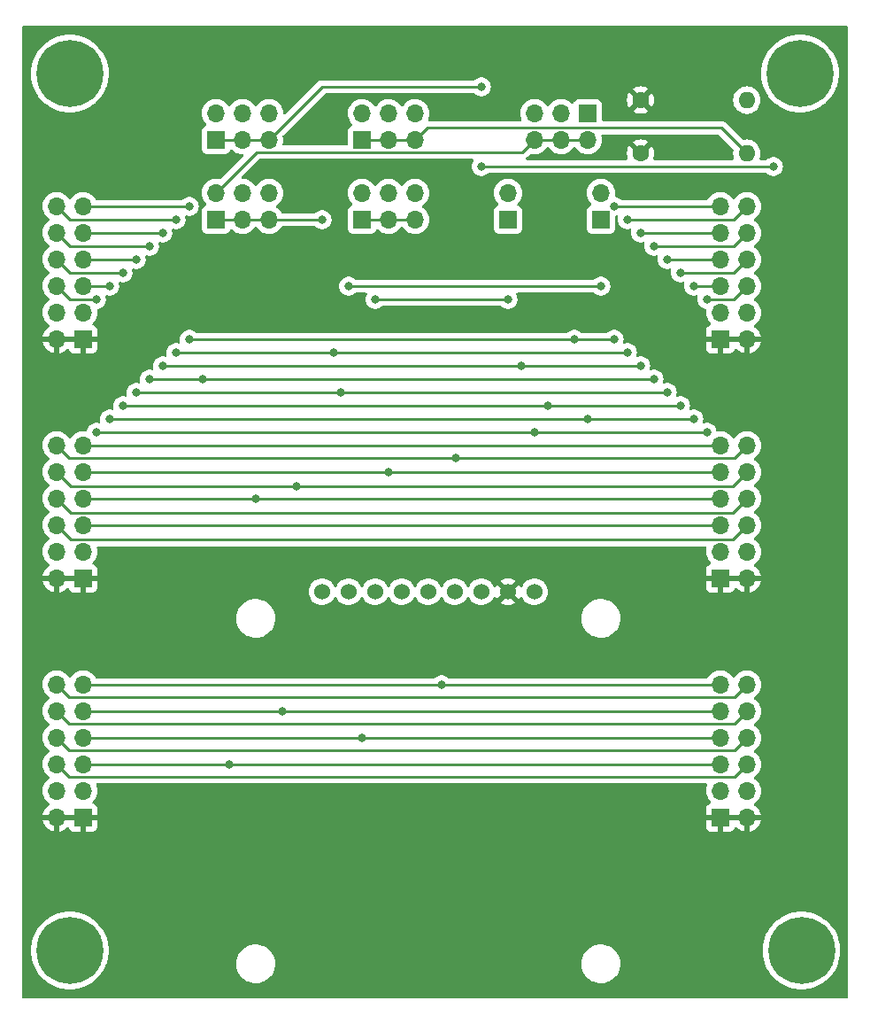
<source format=gbr>
%TF.GenerationSoftware,KiCad,Pcbnew,(6.0.1)*%
%TF.CreationDate,2022-02-03T19:59:54+01:00*%
%TF.ProjectId,modules_board,6d6f6475-6c65-4735-9f62-6f6172642e6b,rev?*%
%TF.SameCoordinates,Original*%
%TF.FileFunction,Copper,L1,Top*%
%TF.FilePolarity,Positive*%
%FSLAX46Y46*%
G04 Gerber Fmt 4.6, Leading zero omitted, Abs format (unit mm)*
G04 Created by KiCad (PCBNEW (6.0.1)) date 2022-02-03 19:59:54*
%MOMM*%
%LPD*%
G01*
G04 APERTURE LIST*
%TA.AperFunction,ComponentPad*%
%ADD10C,1.524000*%
%TD*%
%TA.AperFunction,ComponentPad*%
%ADD11R,1.700000X1.700000*%
%TD*%
%TA.AperFunction,ComponentPad*%
%ADD12O,1.700000X1.700000*%
%TD*%
%TA.AperFunction,ComponentPad*%
%ADD13C,0.800000*%
%TD*%
%TA.AperFunction,ComponentPad*%
%ADD14C,6.400000*%
%TD*%
%TA.AperFunction,ComponentPad*%
%ADD15C,1.600000*%
%TD*%
%TA.AperFunction,ComponentPad*%
%ADD16O,1.600000X1.600000*%
%TD*%
%TA.AperFunction,ViaPad*%
%ADD17C,0.800000*%
%TD*%
%TA.AperFunction,Conductor*%
%ADD18C,0.250000*%
%TD*%
G04 APERTURE END LIST*
D10*
%TO.P,U1,8,~{CS}*%
%TO.N,SDA_CS_RX*%
X86360000Y-97790000D03*
%TO.P,U1,7,SCK*%
%TO.N,ADDR1_SCK_DTRQ*%
X88900000Y-97790000D03*
%TO.P,U1,6,MOSI*%
%TO.N,ADDR0_MOSI_MX*%
X91440000Y-97790000D03*
%TO.P,U1,5,MISO*%
%TO.N,SCL_MISO_TX*%
X93980000Y-97790000D03*
%TO.P,U1,4,INT*%
%TO.N,INT*%
X96520000Y-97790000D03*
%TO.P,U1,3,GND*%
%TO.N,GND*%
X99060000Y-97790000D03*
%TO.P,U1,2,~{RST}*%
%TO.N,RESET*%
X101600000Y-97790000D03*
%TO.P,U1,1,VCC*%
%TO.N,VCC*%
X104140000Y-97790000D03*
%TO.P,U1,0*%
%TO.N,N/C*%
X106680000Y-97790000D03*
%TD*%
D11*
%TO.P,J1,1,Pin_1*%
%TO.N,VCC*%
X63500000Y-119380000D03*
D12*
%TO.P,J1,2,Pin_2*%
X60960000Y-119380000D03*
%TO.P,J1,3,Pin_3*%
%TO.N,GND*%
X63500000Y-116840000D03*
%TO.P,J1,4,Pin_4*%
X60960000Y-116840000D03*
%TO.P,J1,5,Pin_5*%
%TO.N,PMOD_I2C_SDA*%
X63500000Y-114300000D03*
%TO.P,J1,6,Pin_6*%
%TO.N,PMOD_I2C_GPIO4*%
X60960000Y-114300000D03*
%TO.P,J1,7,Pin_7*%
%TO.N,PMOD_I2C_SCL*%
X63500000Y-111760000D03*
%TO.P,J1,8,Pin_8*%
%TO.N,PMOD_I2C_GPIO3*%
X60960000Y-111760000D03*
%TO.P,J1,9,Pin_9*%
%TO.N,PMOD_I2C_RESET*%
X63500000Y-109220000D03*
%TO.P,J1,10,Pin_10*%
%TO.N,PMOD_I2C_GPIO2*%
X60960000Y-109220000D03*
%TO.P,J1,11,Pin_11*%
%TO.N,PMOD_I2C_INT*%
X63500000Y-106680000D03*
%TO.P,J1,12,Pin_12*%
%TO.N,PMOD_I2C_GPIO1*%
X60960000Y-106680000D03*
%TD*%
D11*
%TO.P,J2,1,Pin_1*%
%TO.N,VCC*%
X63500000Y-96520000D03*
D12*
%TO.P,J2,2,Pin_2*%
X60960000Y-96520000D03*
%TO.P,J2,3,Pin_3*%
%TO.N,GND*%
X63500000Y-93980000D03*
%TO.P,J2,4,Pin_4*%
X60960000Y-93980000D03*
%TO.P,J2,5,Pin_5*%
%TO.N,PMOD_UART_RTS*%
X63500000Y-91440000D03*
%TO.P,J2,6,Pin_6*%
%TO.N,PMOD_UART_GPIO4*%
X60960000Y-91440000D03*
%TO.P,J2,7,Pin_7*%
%TO.N,PMOD_UART_RXD*%
X63500000Y-88900000D03*
%TO.P,J2,8,Pin_8*%
%TO.N,PMOD_UART_GPIO3*%
X60960000Y-88900000D03*
%TO.P,J2,9,Pin_9*%
%TO.N,PMOD_UART_TXD*%
X63500000Y-86360000D03*
%TO.P,J2,10,Pin_10*%
%TO.N,PMOD_UART_RESET*%
X60960000Y-86360000D03*
%TO.P,J2,11,Pin_11*%
%TO.N,PMOD_UART_CTS*%
X63500000Y-83820000D03*
%TO.P,J2,12,Pin_12*%
%TO.N,PMOD_UART_INT*%
X60960000Y-83820000D03*
%TD*%
D11*
%TO.P,J3,1,Pin_1*%
%TO.N,VCC*%
X63500000Y-73660000D03*
D12*
%TO.P,J3,2,Pin_2*%
X60960000Y-73660000D03*
%TO.P,J3,3,Pin_3*%
%TO.N,GND*%
X63500000Y-71120000D03*
%TO.P,J3,4,Pin_4*%
X60960000Y-71120000D03*
%TO.P,J3,5,Pin_5*%
%TO.N,PMOD_SPI_SCK*%
X63500000Y-68580000D03*
%TO.P,J3,6,Pin_6*%
%TO.N,PMOD_SPI_CS3*%
X60960000Y-68580000D03*
%TO.P,J3,7,Pin_7*%
%TO.N,PMOD_SPI_MISO*%
X63500000Y-66040000D03*
%TO.P,J3,8,Pin_8*%
%TO.N,PMOD_SPI_CS2*%
X60960000Y-66040000D03*
%TO.P,J3,9,Pin_9*%
%TO.N,PMOD_SPI_MOSI*%
X63500000Y-63500000D03*
%TO.P,J3,10,Pin_10*%
%TO.N,PMOD_SPI_RESET*%
X60960000Y-63500000D03*
%TO.P,J3,11,Pin_11*%
%TO.N,PMOD_SPI_CS*%
X63500000Y-60960000D03*
%TO.P,J3,12,Pin_12*%
%TO.N,PMOD_SPI_INT*%
X60960000Y-60960000D03*
%TD*%
D11*
%TO.P,J7,1,Pin_1*%
%TO.N,VCC*%
X124460000Y-119380000D03*
D12*
%TO.P,J7,2,Pin_2*%
X127000000Y-119380000D03*
%TO.P,J7,3,Pin_3*%
%TO.N,GND*%
X124460000Y-116840000D03*
%TO.P,J7,4,Pin_4*%
X127000000Y-116840000D03*
%TO.P,J7,5,Pin_5*%
%TO.N,PMOD_I2C_SDA*%
X124460000Y-114300000D03*
%TO.P,J7,6,Pin_6*%
%TO.N,PMOD_I2C_GPIO4*%
X127000000Y-114300000D03*
%TO.P,J7,7,Pin_7*%
%TO.N,PMOD_I2C_SCL*%
X124460000Y-111760000D03*
%TO.P,J7,8,Pin_8*%
%TO.N,PMOD_I2C_GPIO3*%
X127000000Y-111760000D03*
%TO.P,J7,9,Pin_9*%
%TO.N,PMOD_I2C_RESET*%
X124460000Y-109220000D03*
%TO.P,J7,10,Pin_10*%
%TO.N,PMOD_I2C_GPIO2*%
X127000000Y-109220000D03*
%TO.P,J7,11,Pin_11*%
%TO.N,PMOD_I2C_INT*%
X124460000Y-106680000D03*
%TO.P,J7,12,Pin_12*%
%TO.N,PMOD_I2C_GPIO1*%
X127000000Y-106680000D03*
%TD*%
D11*
%TO.P,J8,1,Pin_1*%
%TO.N,VCC*%
X124460000Y-96520000D03*
D12*
%TO.P,J8,2,Pin_2*%
X127000000Y-96520000D03*
%TO.P,J8,3,Pin_3*%
%TO.N,GND*%
X124460000Y-93980000D03*
%TO.P,J8,4,Pin_4*%
X127000000Y-93980000D03*
%TO.P,J8,5,Pin_5*%
%TO.N,PMOD_UART_RTS*%
X124460000Y-91440000D03*
%TO.P,J8,6,Pin_6*%
%TO.N,PMOD_UART_GPIO4*%
X127000000Y-91440000D03*
%TO.P,J8,7,Pin_7*%
%TO.N,PMOD_UART_RXD*%
X124460000Y-88900000D03*
%TO.P,J8,8,Pin_8*%
%TO.N,PMOD_UART_GPIO3*%
X127000000Y-88900000D03*
%TO.P,J8,9,Pin_9*%
%TO.N,PMOD_UART_TXD*%
X124460000Y-86360000D03*
%TO.P,J8,10,Pin_10*%
%TO.N,PMOD_UART_RESET*%
X127000000Y-86360000D03*
%TO.P,J8,11,Pin_11*%
%TO.N,PMOD_UART_CTS*%
X124460000Y-83820000D03*
%TO.P,J8,12,Pin_12*%
%TO.N,PMOD_UART_INT*%
X127000000Y-83820000D03*
%TD*%
D11*
%TO.P,J9,1,Pin_1*%
%TO.N,VCC*%
X124460000Y-73660000D03*
D12*
%TO.P,J9,2,Pin_2*%
X127000000Y-73660000D03*
%TO.P,J9,3,Pin_3*%
%TO.N,GND*%
X124460000Y-71120000D03*
%TO.P,J9,4,Pin_4*%
X127000000Y-71120000D03*
%TO.P,J9,5,Pin_5*%
%TO.N,PMOD_SPI_SCK*%
X124460000Y-68580000D03*
%TO.P,J9,6,Pin_6*%
%TO.N,PMOD_SPI_CS3*%
X127000000Y-68580000D03*
%TO.P,J9,7,Pin_7*%
%TO.N,PMOD_SPI_MISO*%
X124460000Y-66040000D03*
%TO.P,J9,8,Pin_8*%
%TO.N,PMOD_SPI_CS2*%
X127000000Y-66040000D03*
%TO.P,J9,9,Pin_9*%
%TO.N,PMOD_SPI_MOSI*%
X124460000Y-63500000D03*
%TO.P,J9,10,Pin_10*%
%TO.N,PMOD_SPI_RESET*%
X127000000Y-63500000D03*
%TO.P,J9,11,Pin_11*%
%TO.N,PMOD_SPI_CS*%
X124460000Y-60960000D03*
%TO.P,J9,12,Pin_12*%
%TO.N,PMOD_SPI_INT*%
X127000000Y-60960000D03*
%TD*%
D13*
%TO.P,H1,1*%
%TO.N,N/C*%
X63927056Y-49957056D03*
X60532944Y-49957056D03*
X59830000Y-48260000D03*
X62230000Y-45860000D03*
X62230000Y-50660000D03*
X64630000Y-48260000D03*
D14*
X62230000Y-48260000D03*
D13*
X63927056Y-46562944D03*
X60532944Y-46562944D03*
%TD*%
D14*
%TO.P,H2,1*%
%TO.N,N/C*%
X62230000Y-132080000D03*
D13*
X62230000Y-129680000D03*
X64630000Y-132080000D03*
X62230000Y-134480000D03*
X60532944Y-133777056D03*
X63927056Y-133777056D03*
X59830000Y-132080000D03*
X60532944Y-130382944D03*
X63927056Y-130382944D03*
%TD*%
%TO.P,H3,1*%
%TO.N,N/C*%
X130382944Y-49957056D03*
X132080000Y-50660000D03*
X129680000Y-48260000D03*
X134480000Y-48260000D03*
X132080000Y-45860000D03*
D14*
X132080000Y-48260000D03*
D13*
X133777056Y-46562944D03*
X133777056Y-49957056D03*
X130382944Y-46562944D03*
%TD*%
%TO.P,H4,1*%
%TO.N,N/C*%
X133917056Y-130382944D03*
X130522944Y-133777056D03*
X132220000Y-134480000D03*
X134620000Y-132080000D03*
X129820000Y-132080000D03*
D14*
X132220000Y-132080000D03*
D13*
X130522944Y-130382944D03*
X133917056Y-133777056D03*
X132220000Y-129680000D03*
%TD*%
D15*
%TO.P,R2,1*%
%TO.N,VCC*%
X116840000Y-55880000D03*
D16*
%TO.P,R2,2*%
%TO.N,INT*%
X127000000Y-55880000D03*
%TD*%
D15*
%TO.P,R1,1*%
%TO.N,VCC*%
X116840000Y-50800000D03*
D16*
%TO.P,R1,2*%
%TO.N,RESET*%
X127000000Y-50800000D03*
%TD*%
D11*
%TO.P,J5,1,Pin_1*%
%TO.N,SCL_MISO_TX*%
X90170000Y-62230000D03*
D12*
%TO.P,J5,2,Pin_2*%
%TO.N,PMOD_SPI_MISO*%
X90170000Y-59690000D03*
%TO.P,J5,3,Pin_3*%
%TO.N,SCL_MISO_TX*%
X92710000Y-62230000D03*
%TO.P,J5,4,Pin_4*%
%TO.N,PMOD_I2C_SCL*%
X92710000Y-59690000D03*
%TO.P,J5,5,Pin_5*%
%TO.N,SCL_MISO_TX*%
X95250000Y-62230000D03*
%TO.P,J5,6,Pin_6*%
%TO.N,PMOD_UART_TXD*%
X95250000Y-59690000D03*
%TD*%
D11*
%TO.P,J6,1,Pin_1*%
%TO.N,ADDR0_MOSI_MX*%
X104140000Y-62230000D03*
D12*
%TO.P,J6,2,Pin_2*%
%TO.N,PMOD_SPI_MOSI*%
X104140000Y-59690000D03*
%TD*%
D11*
%TO.P,J10,1,Pin_1*%
%TO.N,ADDR1_SCK_DTRQ*%
X113030000Y-62230000D03*
D12*
%TO.P,J10,2,Pin_2*%
%TO.N,PMOD_SPI_SCK*%
X113030000Y-59690000D03*
%TD*%
D11*
%TO.P,J11,1,Pin_1*%
%TO.N,PMOD_SPI_CS*%
X111760000Y-52070000D03*
D12*
%TO.P,J11,2,Pin_2*%
%TO.N,CS*%
X111760000Y-54610000D03*
%TO.P,J11,3,Pin_3*%
%TO.N,PMOD_SPI_CS2*%
X109220000Y-52070000D03*
%TO.P,J11,4,Pin_4*%
%TO.N,CS*%
X109220000Y-54610000D03*
%TO.P,J11,5,Pin_5*%
%TO.N,PMOD_SPI_CS3*%
X106680000Y-52070000D03*
%TO.P,J11,6,Pin_6*%
%TO.N,CS*%
X106680000Y-54610000D03*
%TD*%
D11*
%TO.P,J4,1,Pin_1*%
%TO.N,SDA_CS_RX*%
X76200000Y-62230000D03*
D12*
%TO.P,J4,2,Pin_2*%
%TO.N,CS*%
X76200000Y-59690000D03*
%TO.P,J4,3,Pin_3*%
%TO.N,SDA_CS_RX*%
X78740000Y-62230000D03*
%TO.P,J4,4,Pin_4*%
%TO.N,PMOD_I2C_SDA*%
X78740000Y-59690000D03*
%TO.P,J4,5,Pin_5*%
%TO.N,SDA_CS_RX*%
X81280000Y-62230000D03*
%TO.P,J4,6,Pin_6*%
%TO.N,PMOD_UART_RXD*%
X81280000Y-59690000D03*
%TD*%
D11*
%TO.P,J12,1,Pin_1*%
%TO.N,RESET*%
X76200000Y-54610000D03*
D12*
%TO.P,J12,2,Pin_2*%
%TO.N,PMOD_SPI_RESET*%
X76200000Y-52070000D03*
%TO.P,J12,3,Pin_3*%
%TO.N,RESET*%
X78740000Y-54610000D03*
%TO.P,J12,4,Pin_4*%
%TO.N,PMOD_I2C_RESET*%
X78740000Y-52070000D03*
%TO.P,J12,5,Pin_5*%
%TO.N,RESET*%
X81280000Y-54610000D03*
%TO.P,J12,6,Pin_6*%
%TO.N,PMOD_UART_RESET*%
X81280000Y-52070000D03*
%TD*%
D11*
%TO.P,J13,1,Pin_1*%
%TO.N,INT*%
X90185000Y-54615000D03*
D12*
%TO.P,J13,2,Pin_2*%
%TO.N,PMOD_SPI_INT*%
X90185000Y-52075000D03*
%TO.P,J13,3,Pin_3*%
%TO.N,INT*%
X92725000Y-54615000D03*
%TO.P,J13,4,Pin_4*%
%TO.N,PMOD_I2C_INT*%
X92725000Y-52075000D03*
%TO.P,J13,5,Pin_5*%
%TO.N,INT*%
X95265000Y-54615000D03*
%TO.P,J13,6,Pin_6*%
%TO.N,PMOD_UART_INT*%
X95265000Y-52075000D03*
%TD*%
D17*
%TO.N,PMOD_SPI_CS*%
X110490000Y-73660000D03*
%TO.N,PMOD_SPI_CS2*%
X107950000Y-80010000D03*
%TO.N,PMOD_SPI_CS3*%
X106680000Y-82550000D03*
%TO.N,PMOD_UART_INT*%
X99155489Y-84994511D03*
%TO.N,PMOD_I2C_INT*%
X97790000Y-106680000D03*
%TO.N,PMOD_SPI_INT*%
X87450989Y-74930000D03*
%TO.N,RESET*%
X101600000Y-49530000D03*
%TO.N,PMOD_SPI_MOSI*%
X105410000Y-76200000D03*
%TO.N,PMOD_SPI_SCK*%
X111760000Y-81280000D03*
%TO.N,PMOD_UART_TXD*%
X92710000Y-86360000D03*
%TO.N,PMOD_I2C_SCL*%
X90170000Y-111760000D03*
%TO.N,PMOD_SPI_MISO*%
X88175500Y-78740000D03*
%TO.N,PMOD_UART_RESET*%
X83915489Y-87725489D03*
%TO.N,PMOD_I2C_RESET*%
X82550000Y-109220000D03*
%TO.N,PMOD_SPI_RESET*%
X74930000Y-77470000D03*
%TO.N,PMOD_UART_RXD*%
X80010000Y-88900000D03*
%TO.N,PMOD_I2C_SDA*%
X77470000Y-114300000D03*
%TO.N,RESET*%
X101600000Y-57150000D03*
%TO.N,ADDR0_MOSI_MX*%
X104140000Y-69850000D03*
X91440000Y-69850000D03*
%TO.N,ADDR1_SCK_DTRQ*%
X88900000Y-68580000D03*
X113030000Y-68580000D03*
%TO.N,SDA_CS_RX*%
X86360000Y-62230000D03*
%TO.N,PMOD_SPI_INT*%
X115570000Y-62230000D03*
%TO.N,PMOD_SPI_CS3*%
X64770000Y-69850000D03*
%TO.N,RESET*%
X129540000Y-57150000D03*
%TO.N,PMOD_SPI_CS*%
X73660000Y-60960000D03*
%TO.N,PMOD_SPI_RESET*%
X69850000Y-64770000D03*
X118110000Y-64770000D03*
%TO.N,PMOD_SPI_SCK*%
X121920000Y-68580000D03*
%TO.N,PMOD_SPI_INT*%
X72390000Y-62230000D03*
%TO.N,PMOD_SPI_MISO*%
X68580000Y-66040000D03*
X119380000Y-66040000D03*
%TO.N,PMOD_SPI_CS*%
X114303912Y-60956088D03*
%TO.N,PMOD_SPI_SCK*%
X66040000Y-68580000D03*
%TO.N,PMOD_SPI_CS3*%
X123190000Y-69850000D03*
%TO.N,PMOD_SPI_MOSI*%
X116840000Y-63500000D03*
%TO.N,PMOD_SPI_CS2*%
X120650000Y-67310000D03*
X67310000Y-67310000D03*
%TO.N,PMOD_SPI_MOSI*%
X71120000Y-63500000D03*
%TO.N,PMOD_SPI_INT*%
X72390000Y-74930000D03*
X115570000Y-74930000D03*
%TO.N,PMOD_SPI_CS*%
X114300000Y-73660000D03*
X73660000Y-73660000D03*
%TO.N,PMOD_SPI_RESET*%
X118110000Y-77470000D03*
X69850000Y-77470000D03*
%TO.N,PMOD_SPI_MOSI*%
X116840000Y-76200000D03*
X71120000Y-76200000D03*
%TO.N,PMOD_SPI_CS2*%
X67310000Y-80010000D03*
X120650000Y-80010000D03*
%TO.N,PMOD_SPI_MISO*%
X119380000Y-78740000D03*
X68580000Y-78740000D03*
%TO.N,PMOD_SPI_CS3*%
X123190000Y-82550000D03*
X64770000Y-82550000D03*
%TO.N,PMOD_SPI_SCK*%
X66040000Y-81280000D03*
X121920000Y-81280000D03*
%TD*%
D18*
%TO.N,INT*%
X127000000Y-55880000D02*
X124555489Y-53435489D01*
X124555489Y-53435489D02*
X96444511Y-53435489D01*
X96444511Y-53435489D02*
X95265000Y-54615000D01*
%TO.N,CS*%
X106680000Y-54610000D02*
X111760000Y-54610000D01*
%TO.N,PMOD_I2C_INT*%
X95250000Y-106680000D02*
X97790000Y-106680000D01*
X97790000Y-106680000D02*
X124460000Y-106680000D01*
%TO.N,RESET*%
X86360000Y-49530000D02*
X81280000Y-54610000D01*
X101600000Y-49530000D02*
X86360000Y-49530000D01*
%TO.N,PMOD_SPI_MOSI*%
X116840000Y-76200000D02*
X105410000Y-76200000D01*
X105410000Y-76200000D02*
X71120000Y-76200000D01*
%TO.N,PMOD_UART_TXD*%
X124460000Y-86360000D02*
X92710000Y-86360000D01*
X92710000Y-86360000D02*
X80010000Y-86360000D01*
%TO.N,PMOD_I2C_SCL*%
X124460000Y-111760000D02*
X90170000Y-111760000D01*
X90170000Y-111760000D02*
X77470000Y-111760000D01*
%TO.N,PMOD_UART_RESET*%
X62325489Y-87725489D02*
X83915489Y-87725489D01*
X83915489Y-87725489D02*
X85185489Y-87725489D01*
%TO.N,PMOD_UART_RXD*%
X124460000Y-88900000D02*
X80010000Y-88900000D01*
X80010000Y-88900000D02*
X63500000Y-88900000D01*
%TO.N,CS*%
X76200000Y-59690000D02*
X80100489Y-55789511D01*
X80100489Y-55789511D02*
X105500489Y-55789511D01*
X105500489Y-55789511D02*
X106680000Y-54610000D01*
%TO.N,RESET*%
X81280000Y-54610000D02*
X76200000Y-54610000D01*
X101600000Y-57150000D02*
X129540000Y-57150000D01*
%TO.N,INT*%
X95265000Y-54615000D02*
X90185000Y-54615000D01*
%TO.N,SCL_MISO_TX*%
X95250000Y-62230000D02*
X90170000Y-62230000D01*
%TO.N,ADDR0_MOSI_MX*%
X91440000Y-69850000D02*
X104140000Y-69850000D01*
%TO.N,ADDR1_SCK_DTRQ*%
X88900000Y-68580000D02*
X113030000Y-68580000D01*
%TO.N,SDA_CS_RX*%
X86360000Y-62230000D02*
X76200000Y-62230000D01*
%TO.N,PMOD_SPI_MOSI*%
X63500000Y-63500000D02*
X71120000Y-63500000D01*
%TO.N,PMOD_SPI_CS2*%
X120650000Y-67310000D02*
X125730000Y-67310000D01*
%TO.N,PMOD_SPI_INT*%
X60960000Y-60960000D02*
X62230000Y-62230000D01*
%TO.N,PMOD_SPI_RESET*%
X125730000Y-64770000D02*
X127000000Y-63500000D01*
X60960000Y-63500000D02*
X62230000Y-64770000D01*
X62230000Y-64770000D02*
X69850000Y-64770000D01*
%TO.N,PMOD_SPI_CS3*%
X123190000Y-69850000D02*
X125730000Y-69850000D01*
%TO.N,PMOD_SPI_INT*%
X127000000Y-60960000D02*
X125730000Y-62230000D01*
X62230000Y-62230000D02*
X72390000Y-62230000D01*
X125730000Y-62230000D02*
X115570000Y-62230000D01*
%TO.N,PMOD_SPI_SCK*%
X124460000Y-68580000D02*
X121920000Y-68580000D01*
X63500000Y-68580000D02*
X66040000Y-68580000D01*
%TO.N,PMOD_SPI_RESET*%
X118110000Y-64770000D02*
X125730000Y-64770000D01*
%TO.N,PMOD_SPI_CS3*%
X60960000Y-68580000D02*
X62230000Y-69850000D01*
%TO.N,PMOD_SPI_MISO*%
X63500000Y-66040000D02*
X68580000Y-66040000D01*
X124460000Y-66040000D02*
X119380000Y-66040000D01*
%TO.N,PMOD_SPI_CS3*%
X125730000Y-69850000D02*
X127000000Y-68580000D01*
X62230000Y-69850000D02*
X64770000Y-69850000D01*
%TO.N,PMOD_SPI_CS*%
X124460000Y-60960000D02*
X114307824Y-60960000D01*
X63500000Y-60960000D02*
X73660000Y-60960000D01*
X114307824Y-60960000D02*
X114303912Y-60956088D01*
%TO.N,PMOD_SPI_CS2*%
X125730000Y-67310000D02*
X127000000Y-66040000D01*
X60960000Y-66040000D02*
X62230000Y-67310000D01*
X62230000Y-67310000D02*
X67310000Y-67310000D01*
%TO.N,PMOD_SPI_MOSI*%
X124460000Y-63500000D02*
X116840000Y-63500000D01*
%TO.N,PMOD_UART_INT*%
X125825489Y-84994511D02*
X127000000Y-83820000D01*
X60960000Y-83820000D02*
X62134511Y-84994511D01*
X62134511Y-84994511D02*
X99155489Y-84994511D01*
X99155489Y-84994511D02*
X125825489Y-84994511D01*
%TO.N,PMOD_UART_CTS*%
X63500000Y-83820000D02*
X124460000Y-83820000D01*
%TO.N,PMOD_UART_TXD*%
X80010000Y-86360000D02*
X63500000Y-86360000D01*
%TO.N,PMOD_UART_GPIO3*%
X62325489Y-90265489D02*
X125634511Y-90265489D01*
X125634511Y-90265489D02*
X127000000Y-88900000D01*
X60960000Y-88900000D02*
X62325489Y-90265489D01*
%TO.N,PMOD_UART_GPIO4*%
X125634511Y-92805489D02*
X127000000Y-91440000D01*
X60960000Y-91440000D02*
X62325489Y-92805489D01*
X62325489Y-92805489D02*
X125634511Y-92805489D01*
%TO.N,PMOD_UART_RTS*%
X124460000Y-91440000D02*
X63500000Y-91440000D01*
%TO.N,PMOD_SPI_INT*%
X72390000Y-74930000D02*
X86360000Y-74930000D01*
X86360000Y-74930000D02*
X115570000Y-74930000D01*
%TO.N,PMOD_SPI_CS*%
X114300000Y-73660000D02*
X82550000Y-73660000D01*
X82550000Y-73660000D02*
X73660000Y-73660000D01*
%TO.N,PMOD_SPI_RESET*%
X69850000Y-77470000D02*
X74930000Y-77470000D01*
X74930000Y-77470000D02*
X118110000Y-77470000D01*
%TO.N,PMOD_SPI_CS2*%
X110490000Y-80010000D02*
X120650000Y-80010000D01*
X67310000Y-80010000D02*
X83820000Y-80010000D01*
X83820000Y-80010000D02*
X110490000Y-80010000D01*
%TO.N,PMOD_SPI_MISO*%
X119380000Y-78740000D02*
X68580000Y-78740000D01*
%TO.N,PMOD_SPI_CS3*%
X107950000Y-82550000D02*
X123190000Y-82550000D01*
X74930000Y-82550000D02*
X107950000Y-82550000D01*
X64770000Y-82550000D02*
X74930000Y-82550000D01*
%TO.N,PMOD_SPI_SCK*%
X121920000Y-81280000D02*
X111760000Y-81280000D01*
X111760000Y-81280000D02*
X66040000Y-81280000D01*
%TO.N,PMOD_I2C_GPIO1*%
X125825489Y-107854511D02*
X127000000Y-106680000D01*
X60960000Y-106680000D02*
X62134511Y-107854511D01*
X62134511Y-107854511D02*
X125825489Y-107854511D01*
%TO.N,PMOD_I2C_INT*%
X63500000Y-106680000D02*
X95250000Y-106680000D01*
%TO.N,PMOD_I2C_GPIO2*%
X125825489Y-110394511D02*
X127000000Y-109220000D01*
X62134511Y-110394511D02*
X125825489Y-110394511D01*
X60960000Y-109220000D02*
X62134511Y-110394511D01*
%TO.N,PMOD_I2C_RESET*%
X124460000Y-109220000D02*
X82550000Y-109220000D01*
X82550000Y-109220000D02*
X63500000Y-109220000D01*
%TO.N,PMOD_I2C_GPIO3*%
X125825489Y-112934511D02*
X127000000Y-111760000D01*
X62134511Y-112934511D02*
X125825489Y-112934511D01*
X60960000Y-111760000D02*
X62134511Y-112934511D01*
%TO.N,PMOD_I2C_SCL*%
X77470000Y-111760000D02*
X63500000Y-111760000D01*
%TO.N,PMOD_I2C_GPIO4*%
X62134511Y-115474511D02*
X125825489Y-115474511D01*
X125825489Y-115474511D02*
X127000000Y-114300000D01*
X60960000Y-114300000D02*
X62134511Y-115474511D01*
%TO.N,PMOD_I2C_SDA*%
X124460000Y-114300000D02*
X63500000Y-114300000D01*
%TO.N,PMOD_UART_RESET*%
X60960000Y-86360000D02*
X62325489Y-87725489D01*
X125634511Y-87725489D02*
X127000000Y-86360000D01*
X85185489Y-87725489D02*
X125634511Y-87725489D01*
%TD*%
%TA.AperFunction,Conductor*%
%TO.N,VCC*%
G36*
X136594121Y-43708002D02*
G01*
X136640614Y-43761658D01*
X136652000Y-43814000D01*
X136652000Y-136526000D01*
X136631998Y-136594121D01*
X136578342Y-136640614D01*
X136526000Y-136652000D01*
X57784000Y-136652000D01*
X57715879Y-136631998D01*
X57669386Y-136578342D01*
X57658000Y-136526000D01*
X57658000Y-132080000D01*
X58516411Y-132080000D01*
X58536754Y-132468176D01*
X58537267Y-132471416D01*
X58537268Y-132471424D01*
X58558260Y-132603961D01*
X58597562Y-132852099D01*
X58698167Y-133227562D01*
X58837468Y-133590453D01*
X58838966Y-133593393D01*
X59004521Y-133918312D01*
X59013938Y-133936794D01*
X59225643Y-134262793D01*
X59227718Y-134265355D01*
X59460481Y-134552792D01*
X59470266Y-134564876D01*
X59745124Y-134839734D01*
X60047207Y-135084357D01*
X60049970Y-135086152D01*
X60049971Y-135086152D01*
X60216479Y-135194283D01*
X60373205Y-135296062D01*
X60376139Y-135297557D01*
X60376146Y-135297561D01*
X60716607Y-135471034D01*
X60719547Y-135472532D01*
X61082438Y-135611833D01*
X61457901Y-135712438D01*
X61661793Y-135744732D01*
X61838576Y-135772732D01*
X61838584Y-135772733D01*
X61841824Y-135773246D01*
X62230000Y-135793589D01*
X62618176Y-135773246D01*
X62621416Y-135772733D01*
X62621424Y-135772732D01*
X62798207Y-135744732D01*
X63002099Y-135712438D01*
X63377562Y-135611833D01*
X63740453Y-135472532D01*
X63743393Y-135471034D01*
X64083854Y-135297561D01*
X64083861Y-135297557D01*
X64086795Y-135296062D01*
X64243522Y-135194283D01*
X64410029Y-135086152D01*
X64410030Y-135086152D01*
X64412793Y-135084357D01*
X64714876Y-134839734D01*
X64989734Y-134564876D01*
X64999520Y-134552792D01*
X65232282Y-134265355D01*
X65234357Y-134262793D01*
X65446062Y-133936794D01*
X65455480Y-133918312D01*
X65621034Y-133593393D01*
X65622532Y-133590453D01*
X65698605Y-133392277D01*
X78147009Y-133392277D01*
X78172625Y-133660769D01*
X78173710Y-133665203D01*
X78173711Y-133665209D01*
X78235645Y-133918312D01*
X78236731Y-133922750D01*
X78337985Y-134172733D01*
X78474265Y-134405482D01*
X78477118Y-134409049D01*
X78594686Y-134556060D01*
X78642716Y-134616119D01*
X78839809Y-134800234D01*
X79061416Y-134953968D01*
X79065499Y-134955999D01*
X79065502Y-134956001D01*
X79181013Y-135013466D01*
X79302894Y-135074101D01*
X79307228Y-135075522D01*
X79307231Y-135075523D01*
X79554853Y-135156698D01*
X79554859Y-135156699D01*
X79559186Y-135158118D01*
X79563677Y-135158898D01*
X79563678Y-135158898D01*
X79821140Y-135203601D01*
X79821148Y-135203602D01*
X79824921Y-135204257D01*
X79828758Y-135204448D01*
X79908578Y-135208422D01*
X79908586Y-135208422D01*
X79910149Y-135208500D01*
X80078512Y-135208500D01*
X80080780Y-135208335D01*
X80080792Y-135208335D01*
X80211884Y-135198823D01*
X80279004Y-135193953D01*
X80283459Y-135192969D01*
X80283462Y-135192969D01*
X80537912Y-135136791D01*
X80537916Y-135136790D01*
X80542372Y-135135806D01*
X80683646Y-135082282D01*
X80790318Y-135041868D01*
X80790321Y-135041867D01*
X80794588Y-135040250D01*
X81030368Y-134909286D01*
X81244773Y-134745657D01*
X81433312Y-134552792D01*
X81592034Y-134334730D01*
X81675190Y-134176676D01*
X81715490Y-134100079D01*
X81715493Y-134100073D01*
X81717615Y-134096039D01*
X81780378Y-133918312D01*
X81805902Y-133846033D01*
X81805902Y-133846032D01*
X81807425Y-133841720D01*
X81856370Y-133593393D01*
X81858700Y-133581572D01*
X81858701Y-133581566D01*
X81859581Y-133577100D01*
X81868782Y-133392277D01*
X111167009Y-133392277D01*
X111192625Y-133660769D01*
X111193710Y-133665203D01*
X111193711Y-133665209D01*
X111255645Y-133918312D01*
X111256731Y-133922750D01*
X111357985Y-134172733D01*
X111494265Y-134405482D01*
X111497118Y-134409049D01*
X111614686Y-134556060D01*
X111662716Y-134616119D01*
X111859809Y-134800234D01*
X112081416Y-134953968D01*
X112085499Y-134955999D01*
X112085502Y-134956001D01*
X112201013Y-135013466D01*
X112322894Y-135074101D01*
X112327228Y-135075522D01*
X112327231Y-135075523D01*
X112574853Y-135156698D01*
X112574859Y-135156699D01*
X112579186Y-135158118D01*
X112583677Y-135158898D01*
X112583678Y-135158898D01*
X112841140Y-135203601D01*
X112841148Y-135203602D01*
X112844921Y-135204257D01*
X112848758Y-135204448D01*
X112928578Y-135208422D01*
X112928586Y-135208422D01*
X112930149Y-135208500D01*
X113098512Y-135208500D01*
X113100780Y-135208335D01*
X113100792Y-135208335D01*
X113231884Y-135198823D01*
X113299004Y-135193953D01*
X113303459Y-135192969D01*
X113303462Y-135192969D01*
X113557912Y-135136791D01*
X113557916Y-135136790D01*
X113562372Y-135135806D01*
X113703646Y-135082282D01*
X113810318Y-135041868D01*
X113810321Y-135041867D01*
X113814588Y-135040250D01*
X114050368Y-134909286D01*
X114264773Y-134745657D01*
X114453312Y-134552792D01*
X114612034Y-134334730D01*
X114695190Y-134176676D01*
X114735490Y-134100079D01*
X114735493Y-134100073D01*
X114737615Y-134096039D01*
X114800378Y-133918312D01*
X114825902Y-133846033D01*
X114825902Y-133846032D01*
X114827425Y-133841720D01*
X114876370Y-133593393D01*
X114878700Y-133581572D01*
X114878701Y-133581566D01*
X114879581Y-133577100D01*
X114888782Y-133392277D01*
X114892764Y-133312292D01*
X114892764Y-133312286D01*
X114892991Y-133307723D01*
X114867375Y-133039231D01*
X114822042Y-132853967D01*
X114804355Y-132781688D01*
X114803269Y-132777250D01*
X114702015Y-132527267D01*
X114565735Y-132294518D01*
X114447928Y-132147208D01*
X114400136Y-132087447D01*
X114400135Y-132087445D01*
X114397284Y-132083881D01*
X114393129Y-132080000D01*
X128506411Y-132080000D01*
X128526754Y-132468176D01*
X128527267Y-132471416D01*
X128527268Y-132471424D01*
X128548260Y-132603961D01*
X128587562Y-132852099D01*
X128688167Y-133227562D01*
X128827468Y-133590453D01*
X128828966Y-133593393D01*
X128994521Y-133918312D01*
X129003938Y-133936794D01*
X129215643Y-134262793D01*
X129217718Y-134265355D01*
X129450481Y-134552792D01*
X129460266Y-134564876D01*
X129735124Y-134839734D01*
X130037207Y-135084357D01*
X130039970Y-135086152D01*
X130039971Y-135086152D01*
X130206479Y-135194283D01*
X130363205Y-135296062D01*
X130366139Y-135297557D01*
X130366146Y-135297561D01*
X130706607Y-135471034D01*
X130709547Y-135472532D01*
X131072438Y-135611833D01*
X131447901Y-135712438D01*
X131651793Y-135744732D01*
X131828576Y-135772732D01*
X131828584Y-135772733D01*
X131831824Y-135773246D01*
X132220000Y-135793589D01*
X132608176Y-135773246D01*
X132611416Y-135772733D01*
X132611424Y-135772732D01*
X132788207Y-135744732D01*
X132992099Y-135712438D01*
X133367562Y-135611833D01*
X133730453Y-135472532D01*
X133733393Y-135471034D01*
X134073854Y-135297561D01*
X134073861Y-135297557D01*
X134076795Y-135296062D01*
X134233522Y-135194283D01*
X134400029Y-135086152D01*
X134400030Y-135086152D01*
X134402793Y-135084357D01*
X134704876Y-134839734D01*
X134979734Y-134564876D01*
X134989520Y-134552792D01*
X135222282Y-134265355D01*
X135224357Y-134262793D01*
X135436062Y-133936794D01*
X135445480Y-133918312D01*
X135611034Y-133593393D01*
X135612532Y-133590453D01*
X135751833Y-133227562D01*
X135852438Y-132852099D01*
X135891740Y-132603961D01*
X135912732Y-132471424D01*
X135912733Y-132471416D01*
X135913246Y-132468176D01*
X135933589Y-132080000D01*
X135913246Y-131691824D01*
X135902805Y-131625899D01*
X135882293Y-131496399D01*
X135852438Y-131307901D01*
X135751833Y-130932438D01*
X135612532Y-130569547D01*
X135436062Y-130223206D01*
X135224357Y-129897207D01*
X134979734Y-129595124D01*
X134704876Y-129320266D01*
X134402793Y-129075643D01*
X134076795Y-128863938D01*
X134073861Y-128862443D01*
X134073854Y-128862439D01*
X133733393Y-128688966D01*
X133730453Y-128687468D01*
X133367562Y-128548167D01*
X132992099Y-128447562D01*
X132788207Y-128415268D01*
X132611424Y-128387268D01*
X132611416Y-128387267D01*
X132608176Y-128386754D01*
X132220000Y-128366411D01*
X131831824Y-128386754D01*
X131828584Y-128387267D01*
X131828576Y-128387268D01*
X131651793Y-128415268D01*
X131447901Y-128447562D01*
X131072438Y-128548167D01*
X130709547Y-128687468D01*
X130706607Y-128688966D01*
X130366147Y-128862439D01*
X130366140Y-128862443D01*
X130363206Y-128863938D01*
X130037207Y-129075643D01*
X129735124Y-129320266D01*
X129460266Y-129595124D01*
X129215643Y-129897207D01*
X129003938Y-130223206D01*
X128827468Y-130569547D01*
X128688167Y-130932438D01*
X128587562Y-131307901D01*
X128557707Y-131496399D01*
X128537196Y-131625899D01*
X128526754Y-131691824D01*
X128506411Y-132080000D01*
X114393129Y-132080000D01*
X114200191Y-131899766D01*
X113978584Y-131746032D01*
X113974501Y-131744001D01*
X113974498Y-131743999D01*
X113809606Y-131661967D01*
X113737106Y-131625899D01*
X113732772Y-131624478D01*
X113732769Y-131624477D01*
X113485147Y-131543302D01*
X113485141Y-131543301D01*
X113480814Y-131541882D01*
X113476322Y-131541102D01*
X113218860Y-131496399D01*
X113218852Y-131496398D01*
X113215079Y-131495743D01*
X113203817Y-131495182D01*
X113131422Y-131491578D01*
X113131414Y-131491578D01*
X113129851Y-131491500D01*
X112961488Y-131491500D01*
X112959220Y-131491665D01*
X112959208Y-131491665D01*
X112828116Y-131501177D01*
X112760996Y-131506047D01*
X112756541Y-131507031D01*
X112756538Y-131507031D01*
X112502088Y-131563209D01*
X112502084Y-131563210D01*
X112497628Y-131564194D01*
X112371520Y-131611972D01*
X112249682Y-131658132D01*
X112249679Y-131658133D01*
X112245412Y-131659750D01*
X112009632Y-131790714D01*
X111795227Y-131954343D01*
X111606688Y-132147208D01*
X111447966Y-132365270D01*
X111445844Y-132369304D01*
X111324510Y-132599921D01*
X111324507Y-132599927D01*
X111322385Y-132603961D01*
X111320865Y-132608266D01*
X111320863Y-132608270D01*
X111235909Y-132848838D01*
X111232575Y-132858280D01*
X111180419Y-133122900D01*
X111180192Y-133127453D01*
X111180192Y-133127456D01*
X111170991Y-133312292D01*
X111167009Y-133392277D01*
X81868782Y-133392277D01*
X81872764Y-133312292D01*
X81872764Y-133312286D01*
X81872991Y-133307723D01*
X81847375Y-133039231D01*
X81802042Y-132853967D01*
X81784355Y-132781688D01*
X81783269Y-132777250D01*
X81682015Y-132527267D01*
X81545735Y-132294518D01*
X81427928Y-132147208D01*
X81380136Y-132087447D01*
X81380135Y-132087445D01*
X81377284Y-132083881D01*
X81180191Y-131899766D01*
X80958584Y-131746032D01*
X80954501Y-131744001D01*
X80954498Y-131743999D01*
X80789606Y-131661967D01*
X80717106Y-131625899D01*
X80712772Y-131624478D01*
X80712769Y-131624477D01*
X80465147Y-131543302D01*
X80465141Y-131543301D01*
X80460814Y-131541882D01*
X80456322Y-131541102D01*
X80198860Y-131496399D01*
X80198852Y-131496398D01*
X80195079Y-131495743D01*
X80183817Y-131495182D01*
X80111422Y-131491578D01*
X80111414Y-131491578D01*
X80109851Y-131491500D01*
X79941488Y-131491500D01*
X79939220Y-131491665D01*
X79939208Y-131491665D01*
X79808116Y-131501177D01*
X79740996Y-131506047D01*
X79736541Y-131507031D01*
X79736538Y-131507031D01*
X79482088Y-131563209D01*
X79482084Y-131563210D01*
X79477628Y-131564194D01*
X79351520Y-131611972D01*
X79229682Y-131658132D01*
X79229679Y-131658133D01*
X79225412Y-131659750D01*
X78989632Y-131790714D01*
X78775227Y-131954343D01*
X78586688Y-132147208D01*
X78427966Y-132365270D01*
X78425844Y-132369304D01*
X78304510Y-132599921D01*
X78304507Y-132599927D01*
X78302385Y-132603961D01*
X78300865Y-132608266D01*
X78300863Y-132608270D01*
X78215909Y-132848838D01*
X78212575Y-132858280D01*
X78160419Y-133122900D01*
X78160192Y-133127453D01*
X78160192Y-133127456D01*
X78150991Y-133312292D01*
X78147009Y-133392277D01*
X65698605Y-133392277D01*
X65761833Y-133227562D01*
X65862438Y-132852099D01*
X65901740Y-132603961D01*
X65922732Y-132471424D01*
X65922733Y-132471416D01*
X65923246Y-132468176D01*
X65943589Y-132080000D01*
X65923246Y-131691824D01*
X65912805Y-131625899D01*
X65892293Y-131496399D01*
X65862438Y-131307901D01*
X65761833Y-130932438D01*
X65622532Y-130569547D01*
X65446062Y-130223206D01*
X65234357Y-129897207D01*
X64989734Y-129595124D01*
X64714876Y-129320266D01*
X64412793Y-129075643D01*
X64086795Y-128863938D01*
X64083861Y-128862443D01*
X64083854Y-128862439D01*
X63743393Y-128688966D01*
X63740453Y-128687468D01*
X63377562Y-128548167D01*
X63002099Y-128447562D01*
X62798207Y-128415268D01*
X62621424Y-128387268D01*
X62621416Y-128387267D01*
X62618176Y-128386754D01*
X62230000Y-128366411D01*
X61841824Y-128386754D01*
X61838584Y-128387267D01*
X61838576Y-128387268D01*
X61661793Y-128415268D01*
X61457901Y-128447562D01*
X61082438Y-128548167D01*
X60719547Y-128687468D01*
X60716607Y-128688966D01*
X60376147Y-128862439D01*
X60376140Y-128862443D01*
X60373206Y-128863938D01*
X60047207Y-129075643D01*
X59745124Y-129320266D01*
X59470266Y-129595124D01*
X59225643Y-129897207D01*
X59013938Y-130223206D01*
X58837468Y-130569547D01*
X58698167Y-130932438D01*
X58597562Y-131307901D01*
X58567707Y-131496399D01*
X58547196Y-131625899D01*
X58536754Y-131691824D01*
X58516411Y-132080000D01*
X57658000Y-132080000D01*
X57658000Y-119647966D01*
X59628257Y-119647966D01*
X59658565Y-119782446D01*
X59661645Y-119792275D01*
X59741770Y-119989603D01*
X59746413Y-119998794D01*
X59857694Y-120180388D01*
X59863777Y-120188699D01*
X60003213Y-120349667D01*
X60010580Y-120356883D01*
X60174434Y-120492916D01*
X60182881Y-120498831D01*
X60366756Y-120606279D01*
X60376042Y-120610729D01*
X60575001Y-120686703D01*
X60584899Y-120689579D01*
X60688250Y-120710606D01*
X60702299Y-120709410D01*
X60706000Y-120699065D01*
X60706000Y-120698517D01*
X61214000Y-120698517D01*
X61218064Y-120712359D01*
X61231478Y-120714393D01*
X61238184Y-120713534D01*
X61248262Y-120711392D01*
X61452255Y-120650191D01*
X61461842Y-120646433D01*
X61653095Y-120552739D01*
X61661945Y-120547464D01*
X61835328Y-120423792D01*
X61843200Y-120417139D01*
X61948286Y-120312418D01*
X62010657Y-120278501D01*
X62081464Y-120283689D01*
X62138226Y-120326335D01*
X62155208Y-120357439D01*
X62196675Y-120468052D01*
X62205214Y-120483649D01*
X62281715Y-120585724D01*
X62294276Y-120598285D01*
X62396351Y-120674786D01*
X62411946Y-120683324D01*
X62532394Y-120728478D01*
X62547649Y-120732105D01*
X62598514Y-120737631D01*
X62605328Y-120738000D01*
X63227885Y-120738000D01*
X63243124Y-120733525D01*
X63244329Y-120732135D01*
X63246000Y-120724452D01*
X63246000Y-120719884D01*
X63754000Y-120719884D01*
X63758475Y-120735123D01*
X63759865Y-120736328D01*
X63767548Y-120737999D01*
X64394669Y-120737999D01*
X64401490Y-120737629D01*
X64452352Y-120732105D01*
X64467604Y-120728479D01*
X64588054Y-120683324D01*
X64603649Y-120674786D01*
X64705724Y-120598285D01*
X64718285Y-120585724D01*
X64794786Y-120483649D01*
X64803324Y-120468054D01*
X64848478Y-120347606D01*
X64852105Y-120332351D01*
X64857631Y-120281486D01*
X64858000Y-120274672D01*
X64858000Y-120274669D01*
X123102001Y-120274669D01*
X123102371Y-120281490D01*
X123107895Y-120332352D01*
X123111521Y-120347604D01*
X123156676Y-120468054D01*
X123165214Y-120483649D01*
X123241715Y-120585724D01*
X123254276Y-120598285D01*
X123356351Y-120674786D01*
X123371946Y-120683324D01*
X123492394Y-120728478D01*
X123507649Y-120732105D01*
X123558514Y-120737631D01*
X123565328Y-120738000D01*
X124187885Y-120738000D01*
X124203124Y-120733525D01*
X124204329Y-120732135D01*
X124206000Y-120724452D01*
X124206000Y-120719884D01*
X124714000Y-120719884D01*
X124718475Y-120735123D01*
X124719865Y-120736328D01*
X124727548Y-120737999D01*
X125354669Y-120737999D01*
X125361490Y-120737629D01*
X125412352Y-120732105D01*
X125427604Y-120728479D01*
X125548054Y-120683324D01*
X125563649Y-120674786D01*
X125665724Y-120598285D01*
X125678285Y-120585724D01*
X125754786Y-120483649D01*
X125763325Y-120468052D01*
X125804425Y-120358418D01*
X125847066Y-120301653D01*
X125913628Y-120276953D01*
X125982977Y-120292160D01*
X126017645Y-120320150D01*
X126043219Y-120349674D01*
X126050580Y-120356883D01*
X126214434Y-120492916D01*
X126222881Y-120498831D01*
X126406756Y-120606279D01*
X126416042Y-120610729D01*
X126615001Y-120686703D01*
X126624899Y-120689579D01*
X126728250Y-120710606D01*
X126742299Y-120709410D01*
X126746000Y-120699065D01*
X126746000Y-120698517D01*
X127254000Y-120698517D01*
X127258064Y-120712359D01*
X127271478Y-120714393D01*
X127278184Y-120713534D01*
X127288262Y-120711392D01*
X127492255Y-120650191D01*
X127501842Y-120646433D01*
X127693095Y-120552739D01*
X127701945Y-120547464D01*
X127875328Y-120423792D01*
X127883200Y-120417139D01*
X128034052Y-120266812D01*
X128040730Y-120258965D01*
X128165003Y-120086020D01*
X128170313Y-120077183D01*
X128264670Y-119886267D01*
X128268469Y-119876672D01*
X128330377Y-119672910D01*
X128332555Y-119662837D01*
X128333986Y-119651962D01*
X128331775Y-119637778D01*
X128318617Y-119634000D01*
X127272115Y-119634000D01*
X127256876Y-119638475D01*
X127255671Y-119639865D01*
X127254000Y-119647548D01*
X127254000Y-120698517D01*
X126746000Y-120698517D01*
X126746000Y-119652115D01*
X126741525Y-119636876D01*
X126740135Y-119635671D01*
X126732452Y-119634000D01*
X124732115Y-119634000D01*
X124716876Y-119638475D01*
X124715671Y-119639865D01*
X124714000Y-119647548D01*
X124714000Y-120719884D01*
X124206000Y-120719884D01*
X124206000Y-119652115D01*
X124201525Y-119636876D01*
X124200135Y-119635671D01*
X124192452Y-119634000D01*
X123120116Y-119634000D01*
X123104877Y-119638475D01*
X123103672Y-119639865D01*
X123102001Y-119647548D01*
X123102001Y-120274669D01*
X64858000Y-120274669D01*
X64858000Y-119652115D01*
X64853525Y-119636876D01*
X64852135Y-119635671D01*
X64844452Y-119634000D01*
X63772115Y-119634000D01*
X63756876Y-119638475D01*
X63755671Y-119639865D01*
X63754000Y-119647548D01*
X63754000Y-120719884D01*
X63246000Y-120719884D01*
X63246000Y-119652115D01*
X63241525Y-119636876D01*
X63240135Y-119635671D01*
X63232452Y-119634000D01*
X61232115Y-119634000D01*
X61216876Y-119638475D01*
X61215671Y-119639865D01*
X61214000Y-119647548D01*
X61214000Y-120698517D01*
X60706000Y-120698517D01*
X60706000Y-119652115D01*
X60701525Y-119636876D01*
X60700135Y-119635671D01*
X60692452Y-119634000D01*
X59643225Y-119634000D01*
X59629694Y-119637973D01*
X59628257Y-119647966D01*
X57658000Y-119647966D01*
X57658000Y-116806695D01*
X59597251Y-116806695D01*
X59597548Y-116811848D01*
X59597548Y-116811851D01*
X59603011Y-116906590D01*
X59610110Y-117029715D01*
X59611247Y-117034761D01*
X59611248Y-117034767D01*
X59631119Y-117122939D01*
X59659222Y-117247639D01*
X59743266Y-117454616D01*
X59794019Y-117537438D01*
X59857291Y-117640688D01*
X59859987Y-117645088D01*
X60006250Y-117813938D01*
X60178126Y-117956632D01*
X60239860Y-117992706D01*
X60251955Y-117999774D01*
X60300679Y-118051412D01*
X60313750Y-118121195D01*
X60287019Y-118186967D01*
X60246562Y-118220327D01*
X60238457Y-118224546D01*
X60229738Y-118230036D01*
X60059433Y-118357905D01*
X60051726Y-118364748D01*
X59904590Y-118518717D01*
X59898104Y-118526727D01*
X59778098Y-118702649D01*
X59773000Y-118711623D01*
X59683338Y-118904783D01*
X59679775Y-118914470D01*
X59624389Y-119114183D01*
X59625912Y-119122607D01*
X59638292Y-119126000D01*
X64839884Y-119126000D01*
X64855123Y-119121525D01*
X64856328Y-119120135D01*
X64857999Y-119112452D01*
X64857999Y-118485331D01*
X64857629Y-118478510D01*
X64852105Y-118427648D01*
X64848479Y-118412396D01*
X64803324Y-118291946D01*
X64794786Y-118276351D01*
X64718285Y-118174276D01*
X64705724Y-118161715D01*
X64603649Y-118085214D01*
X64588054Y-118076676D01*
X64477813Y-118035348D01*
X64421049Y-117992706D01*
X64396349Y-117926145D01*
X64411557Y-117856796D01*
X64433104Y-117828115D01*
X64534430Y-117727144D01*
X64534440Y-117727132D01*
X64538096Y-117723489D01*
X64597594Y-117640689D01*
X64665435Y-117546277D01*
X64668453Y-117542077D01*
X64689320Y-117499857D01*
X64765136Y-117346453D01*
X64765137Y-117346451D01*
X64767430Y-117341811D01*
X64832370Y-117128069D01*
X64861529Y-116906590D01*
X64863156Y-116840000D01*
X64844852Y-116617361D01*
X64790431Y-116400702D01*
X64739797Y-116284252D01*
X64730977Y-116213807D01*
X64761644Y-116149775D01*
X64822060Y-116112487D01*
X64855347Y-116108011D01*
X123104576Y-116108011D01*
X123172697Y-116128013D01*
X123219190Y-116181669D01*
X123229294Y-116251943D01*
X123218864Y-116287061D01*
X123180688Y-116369305D01*
X123120989Y-116584570D01*
X123097251Y-116806695D01*
X123097548Y-116811848D01*
X123097548Y-116811851D01*
X123103011Y-116906590D01*
X123110110Y-117029715D01*
X123111247Y-117034761D01*
X123111248Y-117034767D01*
X123131119Y-117122939D01*
X123159222Y-117247639D01*
X123243266Y-117454616D01*
X123294019Y-117537438D01*
X123357291Y-117640688D01*
X123359987Y-117645088D01*
X123506250Y-117813938D01*
X123510225Y-117817238D01*
X123510231Y-117817244D01*
X123515425Y-117821556D01*
X123555059Y-117880460D01*
X123556555Y-117951441D01*
X123519439Y-118011962D01*
X123479168Y-118036480D01*
X123371946Y-118076676D01*
X123356351Y-118085214D01*
X123254276Y-118161715D01*
X123241715Y-118174276D01*
X123165214Y-118276351D01*
X123156676Y-118291946D01*
X123111522Y-118412394D01*
X123107895Y-118427649D01*
X123102369Y-118478514D01*
X123102000Y-118485328D01*
X123102000Y-119107885D01*
X123106475Y-119123124D01*
X123107865Y-119124329D01*
X123115548Y-119126000D01*
X128318344Y-119126000D01*
X128331875Y-119122027D01*
X128333180Y-119112947D01*
X128291214Y-118945875D01*
X128287894Y-118936124D01*
X128202972Y-118740814D01*
X128198105Y-118731739D01*
X128082426Y-118552926D01*
X128076136Y-118544757D01*
X127932806Y-118387240D01*
X127925273Y-118380215D01*
X127758139Y-118248222D01*
X127749556Y-118242520D01*
X127712602Y-118222120D01*
X127662631Y-118171687D01*
X127647859Y-118102245D01*
X127672975Y-118035839D01*
X127700327Y-118009232D01*
X127723797Y-117992491D01*
X127879860Y-117881173D01*
X127904323Y-117856796D01*
X128034435Y-117727137D01*
X128038096Y-117723489D01*
X128097594Y-117640689D01*
X128165435Y-117546277D01*
X128168453Y-117542077D01*
X128189320Y-117499857D01*
X128265136Y-117346453D01*
X128265137Y-117346451D01*
X128267430Y-117341811D01*
X128332370Y-117128069D01*
X128361529Y-116906590D01*
X128363156Y-116840000D01*
X128344852Y-116617361D01*
X128290431Y-116400702D01*
X128201354Y-116195840D01*
X128080014Y-116008277D01*
X127929670Y-115843051D01*
X127925619Y-115839852D01*
X127925615Y-115839848D01*
X127758414Y-115707800D01*
X127758410Y-115707798D01*
X127754359Y-115704598D01*
X127713053Y-115681796D01*
X127663084Y-115631364D01*
X127648312Y-115561921D01*
X127673428Y-115495516D01*
X127700780Y-115468909D01*
X127744603Y-115437650D01*
X127879860Y-115341173D01*
X128038096Y-115183489D01*
X128097594Y-115100689D01*
X128165435Y-115006277D01*
X128168453Y-115002077D01*
X128267430Y-114801811D01*
X128332370Y-114588069D01*
X128361529Y-114366590D01*
X128363156Y-114300000D01*
X128344852Y-114077361D01*
X128290431Y-113860702D01*
X128201354Y-113655840D01*
X128080014Y-113468277D01*
X127929670Y-113303051D01*
X127925619Y-113299852D01*
X127925615Y-113299848D01*
X127758414Y-113167800D01*
X127758410Y-113167798D01*
X127754359Y-113164598D01*
X127713053Y-113141796D01*
X127663084Y-113091364D01*
X127648312Y-113021921D01*
X127673428Y-112955516D01*
X127700780Y-112928909D01*
X127744603Y-112897650D01*
X127879860Y-112801173D01*
X128038096Y-112643489D01*
X128097594Y-112560689D01*
X128165435Y-112466277D01*
X128168453Y-112462077D01*
X128267430Y-112261811D01*
X128332370Y-112048069D01*
X128361529Y-111826590D01*
X128363156Y-111760000D01*
X128344852Y-111537361D01*
X128290431Y-111320702D01*
X128201354Y-111115840D01*
X128080014Y-110928277D01*
X127929670Y-110763051D01*
X127925619Y-110759852D01*
X127925615Y-110759848D01*
X127758414Y-110627800D01*
X127758410Y-110627798D01*
X127754359Y-110624598D01*
X127713053Y-110601796D01*
X127663084Y-110551364D01*
X127648312Y-110481921D01*
X127673428Y-110415516D01*
X127700780Y-110388909D01*
X127744603Y-110357650D01*
X127879860Y-110261173D01*
X128038096Y-110103489D01*
X128097594Y-110020689D01*
X128165435Y-109926277D01*
X128168453Y-109922077D01*
X128267430Y-109721811D01*
X128332370Y-109508069D01*
X128361529Y-109286590D01*
X128363156Y-109220000D01*
X128344852Y-108997361D01*
X128290431Y-108780702D01*
X128201354Y-108575840D01*
X128080014Y-108388277D01*
X127929670Y-108223051D01*
X127925619Y-108219852D01*
X127925615Y-108219848D01*
X127758414Y-108087800D01*
X127758410Y-108087798D01*
X127754359Y-108084598D01*
X127713053Y-108061796D01*
X127663084Y-108011364D01*
X127648312Y-107941921D01*
X127673428Y-107875516D01*
X127700780Y-107848909D01*
X127744603Y-107817650D01*
X127879860Y-107721173D01*
X128038096Y-107563489D01*
X128097594Y-107480689D01*
X128165435Y-107386277D01*
X128168453Y-107382077D01*
X128267430Y-107181811D01*
X128332370Y-106968069D01*
X128361529Y-106746590D01*
X128363156Y-106680000D01*
X128344852Y-106457361D01*
X128290431Y-106240702D01*
X128201354Y-106035840D01*
X128161906Y-105974862D01*
X128082822Y-105852617D01*
X128082820Y-105852614D01*
X128080014Y-105848277D01*
X127929670Y-105683051D01*
X127925619Y-105679852D01*
X127925615Y-105679848D01*
X127758414Y-105547800D01*
X127758410Y-105547798D01*
X127754359Y-105544598D01*
X127558789Y-105436638D01*
X127553920Y-105434914D01*
X127553916Y-105434912D01*
X127353087Y-105363795D01*
X127353083Y-105363794D01*
X127348212Y-105362069D01*
X127343119Y-105361162D01*
X127343116Y-105361161D01*
X127133373Y-105323800D01*
X127133367Y-105323799D01*
X127128284Y-105322894D01*
X127054452Y-105321992D01*
X126910081Y-105320228D01*
X126910079Y-105320228D01*
X126904911Y-105320165D01*
X126684091Y-105353955D01*
X126471756Y-105423357D01*
X126273607Y-105526507D01*
X126269474Y-105529610D01*
X126269471Y-105529612D01*
X126245247Y-105547800D01*
X126094965Y-105660635D01*
X125940629Y-105822138D01*
X125833201Y-105979621D01*
X125778293Y-106024621D01*
X125707768Y-106032792D01*
X125644021Y-106001538D01*
X125623324Y-105977054D01*
X125542822Y-105852617D01*
X125542820Y-105852614D01*
X125540014Y-105848277D01*
X125389670Y-105683051D01*
X125385619Y-105679852D01*
X125385615Y-105679848D01*
X125218414Y-105547800D01*
X125218410Y-105547798D01*
X125214359Y-105544598D01*
X125018789Y-105436638D01*
X125013920Y-105434914D01*
X125013916Y-105434912D01*
X124813087Y-105363795D01*
X124813083Y-105363794D01*
X124808212Y-105362069D01*
X124803119Y-105361162D01*
X124803116Y-105361161D01*
X124593373Y-105323800D01*
X124593367Y-105323799D01*
X124588284Y-105322894D01*
X124514452Y-105321992D01*
X124370081Y-105320228D01*
X124370079Y-105320228D01*
X124364911Y-105320165D01*
X124144091Y-105353955D01*
X123931756Y-105423357D01*
X123733607Y-105526507D01*
X123729474Y-105529610D01*
X123729471Y-105529612D01*
X123705247Y-105547800D01*
X123554965Y-105660635D01*
X123400629Y-105822138D01*
X123397720Y-105826403D01*
X123397714Y-105826411D01*
X123285095Y-105991504D01*
X123230184Y-106036507D01*
X123181007Y-106046500D01*
X98498200Y-106046500D01*
X98430079Y-106026498D01*
X98410853Y-106010157D01*
X98410580Y-106010460D01*
X98405668Y-106006037D01*
X98401253Y-106001134D01*
X98246752Y-105888882D01*
X98240724Y-105886198D01*
X98240722Y-105886197D01*
X98078319Y-105813891D01*
X98078318Y-105813891D01*
X98072288Y-105811206D01*
X97978888Y-105791353D01*
X97891944Y-105772872D01*
X97891939Y-105772872D01*
X97885487Y-105771500D01*
X97694513Y-105771500D01*
X97688061Y-105772872D01*
X97688056Y-105772872D01*
X97601113Y-105791353D01*
X97507712Y-105811206D01*
X97501682Y-105813891D01*
X97501681Y-105813891D01*
X97339278Y-105886197D01*
X97339276Y-105886198D01*
X97333248Y-105888882D01*
X97178747Y-106001134D01*
X97174332Y-106006037D01*
X97169420Y-106010460D01*
X97168295Y-106009211D01*
X97114986Y-106042051D01*
X97081800Y-106046500D01*
X64776805Y-106046500D01*
X64708684Y-106026498D01*
X64671013Y-105988940D01*
X64582822Y-105852617D01*
X64582820Y-105852614D01*
X64580014Y-105848277D01*
X64429670Y-105683051D01*
X64425619Y-105679852D01*
X64425615Y-105679848D01*
X64258414Y-105547800D01*
X64258410Y-105547798D01*
X64254359Y-105544598D01*
X64058789Y-105436638D01*
X64053920Y-105434914D01*
X64053916Y-105434912D01*
X63853087Y-105363795D01*
X63853083Y-105363794D01*
X63848212Y-105362069D01*
X63843119Y-105361162D01*
X63843116Y-105361161D01*
X63633373Y-105323800D01*
X63633367Y-105323799D01*
X63628284Y-105322894D01*
X63554452Y-105321992D01*
X63410081Y-105320228D01*
X63410079Y-105320228D01*
X63404911Y-105320165D01*
X63184091Y-105353955D01*
X62971756Y-105423357D01*
X62773607Y-105526507D01*
X62769474Y-105529610D01*
X62769471Y-105529612D01*
X62745247Y-105547800D01*
X62594965Y-105660635D01*
X62440629Y-105822138D01*
X62333201Y-105979621D01*
X62278293Y-106024621D01*
X62207768Y-106032792D01*
X62144021Y-106001538D01*
X62123324Y-105977054D01*
X62042822Y-105852617D01*
X62042820Y-105852614D01*
X62040014Y-105848277D01*
X61889670Y-105683051D01*
X61885619Y-105679852D01*
X61885615Y-105679848D01*
X61718414Y-105547800D01*
X61718410Y-105547798D01*
X61714359Y-105544598D01*
X61518789Y-105436638D01*
X61513920Y-105434914D01*
X61513916Y-105434912D01*
X61313087Y-105363795D01*
X61313083Y-105363794D01*
X61308212Y-105362069D01*
X61303119Y-105361162D01*
X61303116Y-105361161D01*
X61093373Y-105323800D01*
X61093367Y-105323799D01*
X61088284Y-105322894D01*
X61014452Y-105321992D01*
X60870081Y-105320228D01*
X60870079Y-105320228D01*
X60864911Y-105320165D01*
X60644091Y-105353955D01*
X60431756Y-105423357D01*
X60233607Y-105526507D01*
X60229474Y-105529610D01*
X60229471Y-105529612D01*
X60205247Y-105547800D01*
X60054965Y-105660635D01*
X59900629Y-105822138D01*
X59774743Y-106006680D01*
X59680688Y-106209305D01*
X59620989Y-106424570D01*
X59597251Y-106646695D01*
X59597548Y-106651848D01*
X59597548Y-106651851D01*
X59603011Y-106746590D01*
X59610110Y-106869715D01*
X59611247Y-106874761D01*
X59611248Y-106874767D01*
X59631119Y-106962939D01*
X59659222Y-107087639D01*
X59743266Y-107294616D01*
X59859987Y-107485088D01*
X60006250Y-107653938D01*
X60178126Y-107796632D01*
X60248595Y-107837811D01*
X60251445Y-107839476D01*
X60300169Y-107891114D01*
X60313240Y-107960897D01*
X60286509Y-108026669D01*
X60246055Y-108060027D01*
X60233607Y-108066507D01*
X60229474Y-108069610D01*
X60229471Y-108069612D01*
X60205247Y-108087800D01*
X60054965Y-108200635D01*
X59900629Y-108362138D01*
X59774743Y-108546680D01*
X59680688Y-108749305D01*
X59620989Y-108964570D01*
X59597251Y-109186695D01*
X59597548Y-109191848D01*
X59597548Y-109191851D01*
X59603011Y-109286590D01*
X59610110Y-109409715D01*
X59611247Y-109414761D01*
X59611248Y-109414767D01*
X59631119Y-109502939D01*
X59659222Y-109627639D01*
X59743266Y-109834616D01*
X59859987Y-110025088D01*
X60006250Y-110193938D01*
X60178126Y-110336632D01*
X60248595Y-110377811D01*
X60251445Y-110379476D01*
X60300169Y-110431114D01*
X60313240Y-110500897D01*
X60286509Y-110566669D01*
X60246055Y-110600027D01*
X60233607Y-110606507D01*
X60229474Y-110609610D01*
X60229471Y-110609612D01*
X60205247Y-110627800D01*
X60054965Y-110740635D01*
X59900629Y-110902138D01*
X59774743Y-111086680D01*
X59680688Y-111289305D01*
X59620989Y-111504570D01*
X59597251Y-111726695D01*
X59597548Y-111731848D01*
X59597548Y-111731851D01*
X59603011Y-111826590D01*
X59610110Y-111949715D01*
X59611247Y-111954761D01*
X59611248Y-111954767D01*
X59631119Y-112042939D01*
X59659222Y-112167639D01*
X59743266Y-112374616D01*
X59859987Y-112565088D01*
X60006250Y-112733938D01*
X60178126Y-112876632D01*
X60248595Y-112917811D01*
X60251445Y-112919476D01*
X60300169Y-112971114D01*
X60313240Y-113040897D01*
X60286509Y-113106669D01*
X60246055Y-113140027D01*
X60233607Y-113146507D01*
X60229474Y-113149610D01*
X60229471Y-113149612D01*
X60205247Y-113167800D01*
X60054965Y-113280635D01*
X59900629Y-113442138D01*
X59774743Y-113626680D01*
X59680688Y-113829305D01*
X59620989Y-114044570D01*
X59597251Y-114266695D01*
X59597548Y-114271848D01*
X59597548Y-114271851D01*
X59603011Y-114366590D01*
X59610110Y-114489715D01*
X59611247Y-114494761D01*
X59611248Y-114494767D01*
X59631119Y-114582939D01*
X59659222Y-114707639D01*
X59743266Y-114914616D01*
X59859987Y-115105088D01*
X60006250Y-115273938D01*
X60178126Y-115416632D01*
X60248595Y-115457811D01*
X60251445Y-115459476D01*
X60300169Y-115511114D01*
X60313240Y-115580897D01*
X60286509Y-115646669D01*
X60246055Y-115680027D01*
X60233607Y-115686507D01*
X60229474Y-115689610D01*
X60229471Y-115689612D01*
X60205247Y-115707800D01*
X60054965Y-115820635D01*
X59900629Y-115982138D01*
X59774743Y-116166680D01*
X59680688Y-116369305D01*
X59620989Y-116584570D01*
X59597251Y-116806695D01*
X57658000Y-116806695D01*
X57658000Y-100372277D01*
X78147009Y-100372277D01*
X78172625Y-100640769D01*
X78173710Y-100645203D01*
X78173711Y-100645209D01*
X78235645Y-100898312D01*
X78236731Y-100902750D01*
X78337985Y-101152733D01*
X78474265Y-101385482D01*
X78477118Y-101389049D01*
X78594686Y-101536060D01*
X78642716Y-101596119D01*
X78839809Y-101780234D01*
X79061416Y-101933968D01*
X79065499Y-101935999D01*
X79065502Y-101936001D01*
X79181013Y-101993466D01*
X79302894Y-102054101D01*
X79307228Y-102055522D01*
X79307231Y-102055523D01*
X79554853Y-102136698D01*
X79554859Y-102136699D01*
X79559186Y-102138118D01*
X79563677Y-102138898D01*
X79563678Y-102138898D01*
X79821140Y-102183601D01*
X79821148Y-102183602D01*
X79824921Y-102184257D01*
X79828758Y-102184448D01*
X79908578Y-102188422D01*
X79908586Y-102188422D01*
X79910149Y-102188500D01*
X80078512Y-102188500D01*
X80080780Y-102188335D01*
X80080792Y-102188335D01*
X80211884Y-102178823D01*
X80279004Y-102173953D01*
X80283459Y-102172969D01*
X80283462Y-102172969D01*
X80537912Y-102116791D01*
X80537916Y-102116790D01*
X80542372Y-102115806D01*
X80668480Y-102068028D01*
X80790318Y-102021868D01*
X80790321Y-102021867D01*
X80794588Y-102020250D01*
X81030368Y-101889286D01*
X81244773Y-101725657D01*
X81433312Y-101532792D01*
X81592034Y-101314730D01*
X81675190Y-101156676D01*
X81715490Y-101080079D01*
X81715493Y-101080073D01*
X81717615Y-101076039D01*
X81780378Y-100898312D01*
X81805902Y-100826033D01*
X81805902Y-100826032D01*
X81807425Y-100821720D01*
X81859581Y-100557100D01*
X81868782Y-100372277D01*
X111167009Y-100372277D01*
X111192625Y-100640769D01*
X111193710Y-100645203D01*
X111193711Y-100645209D01*
X111255645Y-100898312D01*
X111256731Y-100902750D01*
X111357985Y-101152733D01*
X111494265Y-101385482D01*
X111497118Y-101389049D01*
X111614686Y-101536060D01*
X111662716Y-101596119D01*
X111859809Y-101780234D01*
X112081416Y-101933968D01*
X112085499Y-101935999D01*
X112085502Y-101936001D01*
X112201013Y-101993466D01*
X112322894Y-102054101D01*
X112327228Y-102055522D01*
X112327231Y-102055523D01*
X112574853Y-102136698D01*
X112574859Y-102136699D01*
X112579186Y-102138118D01*
X112583677Y-102138898D01*
X112583678Y-102138898D01*
X112841140Y-102183601D01*
X112841148Y-102183602D01*
X112844921Y-102184257D01*
X112848758Y-102184448D01*
X112928578Y-102188422D01*
X112928586Y-102188422D01*
X112930149Y-102188500D01*
X113098512Y-102188500D01*
X113100780Y-102188335D01*
X113100792Y-102188335D01*
X113231884Y-102178823D01*
X113299004Y-102173953D01*
X113303459Y-102172969D01*
X113303462Y-102172969D01*
X113557912Y-102116791D01*
X113557916Y-102116790D01*
X113562372Y-102115806D01*
X113688480Y-102068028D01*
X113810318Y-102021868D01*
X113810321Y-102021867D01*
X113814588Y-102020250D01*
X114050368Y-101889286D01*
X114264773Y-101725657D01*
X114453312Y-101532792D01*
X114612034Y-101314730D01*
X114695190Y-101156676D01*
X114735490Y-101080079D01*
X114735493Y-101080073D01*
X114737615Y-101076039D01*
X114800378Y-100898312D01*
X114825902Y-100826033D01*
X114825902Y-100826032D01*
X114827425Y-100821720D01*
X114879581Y-100557100D01*
X114888782Y-100372277D01*
X114892764Y-100292292D01*
X114892764Y-100292286D01*
X114892991Y-100287723D01*
X114867375Y-100019231D01*
X114822042Y-99833967D01*
X114804355Y-99761688D01*
X114803269Y-99757250D01*
X114702015Y-99507267D01*
X114565735Y-99274518D01*
X114447928Y-99127208D01*
X114400136Y-99067447D01*
X114400135Y-99067445D01*
X114397284Y-99063881D01*
X114200191Y-98879766D01*
X113978584Y-98726032D01*
X113974501Y-98724001D01*
X113974498Y-98723999D01*
X113809606Y-98641967D01*
X113737106Y-98605899D01*
X113732772Y-98604478D01*
X113732769Y-98604477D01*
X113485147Y-98523302D01*
X113485141Y-98523301D01*
X113480814Y-98521882D01*
X113476322Y-98521102D01*
X113218860Y-98476399D01*
X113218852Y-98476398D01*
X113215079Y-98475743D01*
X113198668Y-98474926D01*
X113131422Y-98471578D01*
X113131414Y-98471578D01*
X113129851Y-98471500D01*
X112961488Y-98471500D01*
X112959220Y-98471665D01*
X112959208Y-98471665D01*
X112828116Y-98481177D01*
X112760996Y-98486047D01*
X112756541Y-98487031D01*
X112756538Y-98487031D01*
X112502088Y-98543209D01*
X112502084Y-98543210D01*
X112497628Y-98544194D01*
X112371520Y-98591972D01*
X112249682Y-98638132D01*
X112249679Y-98638133D01*
X112245412Y-98639750D01*
X112009632Y-98770714D01*
X111795227Y-98934343D01*
X111606688Y-99127208D01*
X111447966Y-99345270D01*
X111445844Y-99349304D01*
X111324510Y-99579921D01*
X111324507Y-99579927D01*
X111322385Y-99583961D01*
X111320865Y-99588266D01*
X111320863Y-99588270D01*
X111234098Y-99833967D01*
X111232575Y-99838280D01*
X111180419Y-100102900D01*
X111180192Y-100107453D01*
X111180192Y-100107456D01*
X111170991Y-100292292D01*
X111167009Y-100372277D01*
X81868782Y-100372277D01*
X81872764Y-100292292D01*
X81872764Y-100292286D01*
X81872991Y-100287723D01*
X81847375Y-100019231D01*
X81802042Y-99833967D01*
X81784355Y-99761688D01*
X81783269Y-99757250D01*
X81682015Y-99507267D01*
X81545735Y-99274518D01*
X81427928Y-99127208D01*
X81380136Y-99067447D01*
X81380135Y-99067445D01*
X81377284Y-99063881D01*
X81180191Y-98879766D01*
X80958584Y-98726032D01*
X80954501Y-98724001D01*
X80954498Y-98723999D01*
X80789606Y-98641967D01*
X80717106Y-98605899D01*
X80712772Y-98604478D01*
X80712769Y-98604477D01*
X80465147Y-98523302D01*
X80465141Y-98523301D01*
X80460814Y-98521882D01*
X80456322Y-98521102D01*
X80198860Y-98476399D01*
X80198852Y-98476398D01*
X80195079Y-98475743D01*
X80178668Y-98474926D01*
X80111422Y-98471578D01*
X80111414Y-98471578D01*
X80109851Y-98471500D01*
X79941488Y-98471500D01*
X79939220Y-98471665D01*
X79939208Y-98471665D01*
X79808116Y-98481177D01*
X79740996Y-98486047D01*
X79736541Y-98487031D01*
X79736538Y-98487031D01*
X79482088Y-98543209D01*
X79482084Y-98543210D01*
X79477628Y-98544194D01*
X79351520Y-98591972D01*
X79229682Y-98638132D01*
X79229679Y-98638133D01*
X79225412Y-98639750D01*
X78989632Y-98770714D01*
X78775227Y-98934343D01*
X78586688Y-99127208D01*
X78427966Y-99345270D01*
X78425844Y-99349304D01*
X78304510Y-99579921D01*
X78304507Y-99579927D01*
X78302385Y-99583961D01*
X78300865Y-99588266D01*
X78300863Y-99588270D01*
X78214098Y-99833967D01*
X78212575Y-99838280D01*
X78160419Y-100102900D01*
X78160192Y-100107453D01*
X78160192Y-100107456D01*
X78150991Y-100292292D01*
X78147009Y-100372277D01*
X57658000Y-100372277D01*
X57658000Y-96787966D01*
X59628257Y-96787966D01*
X59658565Y-96922446D01*
X59661645Y-96932275D01*
X59741770Y-97129603D01*
X59746413Y-97138794D01*
X59857694Y-97320388D01*
X59863777Y-97328699D01*
X60003213Y-97489667D01*
X60010580Y-97496883D01*
X60174434Y-97632916D01*
X60182881Y-97638831D01*
X60366756Y-97746279D01*
X60376042Y-97750729D01*
X60575001Y-97826703D01*
X60584899Y-97829579D01*
X60688250Y-97850606D01*
X60702299Y-97849410D01*
X60706000Y-97839065D01*
X60706000Y-97838517D01*
X61214000Y-97838517D01*
X61218064Y-97852359D01*
X61231478Y-97854393D01*
X61238184Y-97853534D01*
X61248262Y-97851392D01*
X61452255Y-97790191D01*
X61461842Y-97786433D01*
X61653095Y-97692739D01*
X61661945Y-97687464D01*
X61835328Y-97563792D01*
X61843200Y-97557139D01*
X61948286Y-97452418D01*
X62010657Y-97418501D01*
X62081464Y-97423689D01*
X62138226Y-97466335D01*
X62155208Y-97497439D01*
X62196675Y-97608052D01*
X62205214Y-97623649D01*
X62281715Y-97725724D01*
X62294276Y-97738285D01*
X62396351Y-97814786D01*
X62411946Y-97823324D01*
X62532394Y-97868478D01*
X62547649Y-97872105D01*
X62598514Y-97877631D01*
X62605328Y-97878000D01*
X63227885Y-97878000D01*
X63243124Y-97873525D01*
X63244329Y-97872135D01*
X63246000Y-97864452D01*
X63246000Y-97859884D01*
X63754000Y-97859884D01*
X63758475Y-97875123D01*
X63759865Y-97876328D01*
X63767548Y-97877999D01*
X64394669Y-97877999D01*
X64401490Y-97877629D01*
X64452352Y-97872105D01*
X64467604Y-97868479D01*
X64588054Y-97823324D01*
X64603649Y-97814786D01*
X64636721Y-97790000D01*
X85084647Y-97790000D01*
X85104022Y-98011463D01*
X85161560Y-98226196D01*
X85163882Y-98231177D01*
X85163883Y-98231178D01*
X85253186Y-98422689D01*
X85253189Y-98422694D01*
X85255512Y-98427676D01*
X85258668Y-98432183D01*
X85258669Y-98432185D01*
X85338232Y-98545812D01*
X85383023Y-98609781D01*
X85540219Y-98766977D01*
X85544727Y-98770134D01*
X85544730Y-98770136D01*
X85620495Y-98823187D01*
X85722323Y-98894488D01*
X85727305Y-98896811D01*
X85727310Y-98896814D01*
X85917810Y-98985645D01*
X85923804Y-98988440D01*
X85929112Y-98989862D01*
X85929114Y-98989863D01*
X85994949Y-99007503D01*
X86138537Y-99045978D01*
X86360000Y-99065353D01*
X86581463Y-99045978D01*
X86725051Y-99007503D01*
X86790886Y-98989863D01*
X86790888Y-98989862D01*
X86796196Y-98988440D01*
X86802190Y-98985645D01*
X86992690Y-98896814D01*
X86992695Y-98896811D01*
X86997677Y-98894488D01*
X87099505Y-98823187D01*
X87175270Y-98770136D01*
X87175273Y-98770134D01*
X87179781Y-98766977D01*
X87336977Y-98609781D01*
X87381769Y-98545812D01*
X87461331Y-98432185D01*
X87461332Y-98432183D01*
X87464488Y-98427676D01*
X87466811Y-98422694D01*
X87466814Y-98422689D01*
X87515805Y-98317627D01*
X87562723Y-98264342D01*
X87631000Y-98244881D01*
X87698960Y-98265423D01*
X87744195Y-98317627D01*
X87793186Y-98422689D01*
X87793189Y-98422694D01*
X87795512Y-98427676D01*
X87798668Y-98432183D01*
X87798669Y-98432185D01*
X87878232Y-98545812D01*
X87923023Y-98609781D01*
X88080219Y-98766977D01*
X88084727Y-98770134D01*
X88084730Y-98770136D01*
X88160495Y-98823187D01*
X88262323Y-98894488D01*
X88267305Y-98896811D01*
X88267310Y-98896814D01*
X88457810Y-98985645D01*
X88463804Y-98988440D01*
X88469112Y-98989862D01*
X88469114Y-98989863D01*
X88534949Y-99007503D01*
X88678537Y-99045978D01*
X88900000Y-99065353D01*
X89121463Y-99045978D01*
X89265051Y-99007503D01*
X89330886Y-98989863D01*
X89330888Y-98989862D01*
X89336196Y-98988440D01*
X89342190Y-98985645D01*
X89532690Y-98896814D01*
X89532695Y-98896811D01*
X89537677Y-98894488D01*
X89639505Y-98823187D01*
X89715270Y-98770136D01*
X89715273Y-98770134D01*
X89719781Y-98766977D01*
X89876977Y-98609781D01*
X89921769Y-98545812D01*
X90001331Y-98432185D01*
X90001332Y-98432183D01*
X90004488Y-98427676D01*
X90006811Y-98422694D01*
X90006814Y-98422689D01*
X90055805Y-98317627D01*
X90102723Y-98264342D01*
X90171000Y-98244881D01*
X90238960Y-98265423D01*
X90284195Y-98317627D01*
X90333186Y-98422689D01*
X90333189Y-98422694D01*
X90335512Y-98427676D01*
X90338668Y-98432183D01*
X90338669Y-98432185D01*
X90418232Y-98545812D01*
X90463023Y-98609781D01*
X90620219Y-98766977D01*
X90624727Y-98770134D01*
X90624730Y-98770136D01*
X90700495Y-98823187D01*
X90802323Y-98894488D01*
X90807305Y-98896811D01*
X90807310Y-98896814D01*
X90997810Y-98985645D01*
X91003804Y-98988440D01*
X91009112Y-98989862D01*
X91009114Y-98989863D01*
X91074949Y-99007503D01*
X91218537Y-99045978D01*
X91440000Y-99065353D01*
X91661463Y-99045978D01*
X91805051Y-99007503D01*
X91870886Y-98989863D01*
X91870888Y-98989862D01*
X91876196Y-98988440D01*
X91882190Y-98985645D01*
X92072690Y-98896814D01*
X92072695Y-98896811D01*
X92077677Y-98894488D01*
X92179505Y-98823187D01*
X92255270Y-98770136D01*
X92255273Y-98770134D01*
X92259781Y-98766977D01*
X92416977Y-98609781D01*
X92461769Y-98545812D01*
X92541331Y-98432185D01*
X92541332Y-98432183D01*
X92544488Y-98427676D01*
X92546811Y-98422694D01*
X92546814Y-98422689D01*
X92595805Y-98317627D01*
X92642723Y-98264342D01*
X92711000Y-98244881D01*
X92778960Y-98265423D01*
X92824195Y-98317627D01*
X92873186Y-98422689D01*
X92873189Y-98422694D01*
X92875512Y-98427676D01*
X92878668Y-98432183D01*
X92878669Y-98432185D01*
X92958232Y-98545812D01*
X93003023Y-98609781D01*
X93160219Y-98766977D01*
X93164727Y-98770134D01*
X93164730Y-98770136D01*
X93240495Y-98823187D01*
X93342323Y-98894488D01*
X93347305Y-98896811D01*
X93347310Y-98896814D01*
X93537810Y-98985645D01*
X93543804Y-98988440D01*
X93549112Y-98989862D01*
X93549114Y-98989863D01*
X93614949Y-99007503D01*
X93758537Y-99045978D01*
X93980000Y-99065353D01*
X94201463Y-99045978D01*
X94345051Y-99007503D01*
X94410886Y-98989863D01*
X94410888Y-98989862D01*
X94416196Y-98988440D01*
X94422190Y-98985645D01*
X94612690Y-98896814D01*
X94612695Y-98896811D01*
X94617677Y-98894488D01*
X94719505Y-98823187D01*
X94795270Y-98770136D01*
X94795273Y-98770134D01*
X94799781Y-98766977D01*
X94956977Y-98609781D01*
X95001769Y-98545812D01*
X95081331Y-98432185D01*
X95081332Y-98432183D01*
X95084488Y-98427676D01*
X95086811Y-98422694D01*
X95086814Y-98422689D01*
X95135805Y-98317627D01*
X95182723Y-98264342D01*
X95251000Y-98244881D01*
X95318960Y-98265423D01*
X95364195Y-98317627D01*
X95413186Y-98422689D01*
X95413189Y-98422694D01*
X95415512Y-98427676D01*
X95418668Y-98432183D01*
X95418669Y-98432185D01*
X95498232Y-98545812D01*
X95543023Y-98609781D01*
X95700219Y-98766977D01*
X95704727Y-98770134D01*
X95704730Y-98770136D01*
X95780495Y-98823187D01*
X95882323Y-98894488D01*
X95887305Y-98896811D01*
X95887310Y-98896814D01*
X96077810Y-98985645D01*
X96083804Y-98988440D01*
X96089112Y-98989862D01*
X96089114Y-98989863D01*
X96154949Y-99007503D01*
X96298537Y-99045978D01*
X96520000Y-99065353D01*
X96741463Y-99045978D01*
X96885051Y-99007503D01*
X96950886Y-98989863D01*
X96950888Y-98989862D01*
X96956196Y-98988440D01*
X96962190Y-98985645D01*
X97152690Y-98896814D01*
X97152695Y-98896811D01*
X97157677Y-98894488D01*
X97259505Y-98823187D01*
X97335270Y-98770136D01*
X97335273Y-98770134D01*
X97339781Y-98766977D01*
X97496977Y-98609781D01*
X97541769Y-98545812D01*
X97621331Y-98432185D01*
X97621332Y-98432183D01*
X97624488Y-98427676D01*
X97626811Y-98422694D01*
X97626814Y-98422689D01*
X97675805Y-98317627D01*
X97722723Y-98264342D01*
X97791000Y-98244881D01*
X97858960Y-98265423D01*
X97904195Y-98317627D01*
X97953186Y-98422689D01*
X97953189Y-98422694D01*
X97955512Y-98427676D01*
X97958668Y-98432183D01*
X97958669Y-98432185D01*
X98038232Y-98545812D01*
X98083023Y-98609781D01*
X98240219Y-98766977D01*
X98244727Y-98770134D01*
X98244730Y-98770136D01*
X98320495Y-98823187D01*
X98422323Y-98894488D01*
X98427305Y-98896811D01*
X98427310Y-98896814D01*
X98617810Y-98985645D01*
X98623804Y-98988440D01*
X98629112Y-98989862D01*
X98629114Y-98989863D01*
X98694949Y-99007503D01*
X98838537Y-99045978D01*
X99060000Y-99065353D01*
X99281463Y-99045978D01*
X99425051Y-99007503D01*
X99490886Y-98989863D01*
X99490888Y-98989862D01*
X99496196Y-98988440D01*
X99502190Y-98985645D01*
X99692690Y-98896814D01*
X99692695Y-98896811D01*
X99697677Y-98894488D01*
X99799505Y-98823187D01*
X99875270Y-98770136D01*
X99875273Y-98770134D01*
X99879781Y-98766977D01*
X100036977Y-98609781D01*
X100081769Y-98545812D01*
X100161331Y-98432185D01*
X100161332Y-98432183D01*
X100164488Y-98427676D01*
X100166811Y-98422694D01*
X100166814Y-98422689D01*
X100215805Y-98317627D01*
X100262723Y-98264342D01*
X100331000Y-98244881D01*
X100398960Y-98265423D01*
X100444195Y-98317627D01*
X100493186Y-98422689D01*
X100493189Y-98422694D01*
X100495512Y-98427676D01*
X100498668Y-98432183D01*
X100498669Y-98432185D01*
X100578232Y-98545812D01*
X100623023Y-98609781D01*
X100780219Y-98766977D01*
X100784727Y-98770134D01*
X100784730Y-98770136D01*
X100860495Y-98823187D01*
X100962323Y-98894488D01*
X100967305Y-98896811D01*
X100967310Y-98896814D01*
X101157810Y-98985645D01*
X101163804Y-98988440D01*
X101169112Y-98989862D01*
X101169114Y-98989863D01*
X101234949Y-99007503D01*
X101378537Y-99045978D01*
X101600000Y-99065353D01*
X101821463Y-99045978D01*
X101965051Y-99007503D01*
X102030886Y-98989863D01*
X102030888Y-98989862D01*
X102036196Y-98988440D01*
X102042190Y-98985645D01*
X102232690Y-98896814D01*
X102232695Y-98896811D01*
X102237677Y-98894488D01*
X102302959Y-98848777D01*
X103445777Y-98848777D01*
X103455074Y-98860793D01*
X103498069Y-98890898D01*
X103507555Y-98896376D01*
X103698993Y-98985645D01*
X103709285Y-98989391D01*
X103913309Y-99044059D01*
X103924104Y-99045962D01*
X104134525Y-99064372D01*
X104145475Y-99064372D01*
X104355896Y-99045962D01*
X104366691Y-99044059D01*
X104570715Y-98989391D01*
X104581007Y-98985645D01*
X104772445Y-98896376D01*
X104781931Y-98890898D01*
X104825764Y-98860207D01*
X104834139Y-98849729D01*
X104827071Y-98836281D01*
X104152812Y-98162022D01*
X104138868Y-98154408D01*
X104137035Y-98154539D01*
X104130420Y-98158790D01*
X103452207Y-98837003D01*
X103445777Y-98848777D01*
X102302959Y-98848777D01*
X102339505Y-98823187D01*
X102415270Y-98770136D01*
X102415273Y-98770134D01*
X102419781Y-98766977D01*
X102576977Y-98609781D01*
X102621769Y-98545812D01*
X102701331Y-98432185D01*
X102701332Y-98432183D01*
X102704488Y-98427676D01*
X102706811Y-98422694D01*
X102706814Y-98422689D01*
X102756081Y-98317035D01*
X102802999Y-98263750D01*
X102871276Y-98244289D01*
X102939236Y-98264831D01*
X102984471Y-98317035D01*
X103033623Y-98422441D01*
X103039103Y-98431932D01*
X103069794Y-98475765D01*
X103080271Y-98484140D01*
X103093718Y-98477072D01*
X103767978Y-97802812D01*
X103774356Y-97791132D01*
X104504408Y-97791132D01*
X104504539Y-97792965D01*
X104508790Y-97799580D01*
X105187003Y-98477793D01*
X105198777Y-98484223D01*
X105210793Y-98474926D01*
X105240897Y-98431932D01*
X105246377Y-98422441D01*
X105295529Y-98317035D01*
X105342447Y-98263750D01*
X105410724Y-98244289D01*
X105478684Y-98264831D01*
X105523919Y-98317035D01*
X105573186Y-98422689D01*
X105573189Y-98422694D01*
X105575512Y-98427676D01*
X105578668Y-98432183D01*
X105578669Y-98432185D01*
X105658232Y-98545812D01*
X105703023Y-98609781D01*
X105860219Y-98766977D01*
X105864727Y-98770134D01*
X105864730Y-98770136D01*
X105940495Y-98823187D01*
X106042323Y-98894488D01*
X106047305Y-98896811D01*
X106047310Y-98896814D01*
X106237810Y-98985645D01*
X106243804Y-98988440D01*
X106249112Y-98989862D01*
X106249114Y-98989863D01*
X106314949Y-99007503D01*
X106458537Y-99045978D01*
X106680000Y-99065353D01*
X106901463Y-99045978D01*
X107045051Y-99007503D01*
X107110886Y-98989863D01*
X107110888Y-98989862D01*
X107116196Y-98988440D01*
X107122190Y-98985645D01*
X107312690Y-98896814D01*
X107312695Y-98896811D01*
X107317677Y-98894488D01*
X107419505Y-98823187D01*
X107495270Y-98770136D01*
X107495273Y-98770134D01*
X107499781Y-98766977D01*
X107656977Y-98609781D01*
X107701769Y-98545812D01*
X107781331Y-98432185D01*
X107781332Y-98432183D01*
X107784488Y-98427676D01*
X107786811Y-98422694D01*
X107786814Y-98422689D01*
X107876117Y-98231178D01*
X107876118Y-98231177D01*
X107878440Y-98226196D01*
X107935978Y-98011463D01*
X107955353Y-97790000D01*
X107935978Y-97568537D01*
X107894749Y-97414669D01*
X123102001Y-97414669D01*
X123102371Y-97421490D01*
X123107895Y-97472352D01*
X123111521Y-97487604D01*
X123156676Y-97608054D01*
X123165214Y-97623649D01*
X123241715Y-97725724D01*
X123254276Y-97738285D01*
X123356351Y-97814786D01*
X123371946Y-97823324D01*
X123492394Y-97868478D01*
X123507649Y-97872105D01*
X123558514Y-97877631D01*
X123565328Y-97878000D01*
X124187885Y-97878000D01*
X124203124Y-97873525D01*
X124204329Y-97872135D01*
X124206000Y-97864452D01*
X124206000Y-97859884D01*
X124714000Y-97859884D01*
X124718475Y-97875123D01*
X124719865Y-97876328D01*
X124727548Y-97877999D01*
X125354669Y-97877999D01*
X125361490Y-97877629D01*
X125412352Y-97872105D01*
X125427604Y-97868479D01*
X125548054Y-97823324D01*
X125563649Y-97814786D01*
X125665724Y-97738285D01*
X125678285Y-97725724D01*
X125754786Y-97623649D01*
X125763325Y-97608052D01*
X125804425Y-97498418D01*
X125847066Y-97441653D01*
X125913628Y-97416953D01*
X125982977Y-97432160D01*
X126017645Y-97460150D01*
X126043219Y-97489674D01*
X126050580Y-97496883D01*
X126214434Y-97632916D01*
X126222881Y-97638831D01*
X126406756Y-97746279D01*
X126416042Y-97750729D01*
X126615001Y-97826703D01*
X126624899Y-97829579D01*
X126728250Y-97850606D01*
X126742299Y-97849410D01*
X126746000Y-97839065D01*
X126746000Y-97838517D01*
X127254000Y-97838517D01*
X127258064Y-97852359D01*
X127271478Y-97854393D01*
X127278184Y-97853534D01*
X127288262Y-97851392D01*
X127492255Y-97790191D01*
X127501842Y-97786433D01*
X127693095Y-97692739D01*
X127701945Y-97687464D01*
X127875328Y-97563792D01*
X127883200Y-97557139D01*
X128034052Y-97406812D01*
X128040730Y-97398965D01*
X128165003Y-97226020D01*
X128170313Y-97217183D01*
X128264670Y-97026267D01*
X128268469Y-97016672D01*
X128330377Y-96812910D01*
X128332555Y-96802837D01*
X128333986Y-96791962D01*
X128331775Y-96777778D01*
X128318617Y-96774000D01*
X127272115Y-96774000D01*
X127256876Y-96778475D01*
X127255671Y-96779865D01*
X127254000Y-96787548D01*
X127254000Y-97838517D01*
X126746000Y-97838517D01*
X126746000Y-96792115D01*
X126741525Y-96776876D01*
X126740135Y-96775671D01*
X126732452Y-96774000D01*
X124732115Y-96774000D01*
X124716876Y-96778475D01*
X124715671Y-96779865D01*
X124714000Y-96787548D01*
X124714000Y-97859884D01*
X124206000Y-97859884D01*
X124206000Y-96792115D01*
X124201525Y-96776876D01*
X124200135Y-96775671D01*
X124192452Y-96774000D01*
X123120116Y-96774000D01*
X123104877Y-96778475D01*
X123103672Y-96779865D01*
X123102001Y-96787548D01*
X123102001Y-97414669D01*
X107894749Y-97414669D01*
X107878440Y-97353804D01*
X107835805Y-97262373D01*
X107786814Y-97157311D01*
X107786811Y-97157306D01*
X107784488Y-97152324D01*
X107768579Y-97129603D01*
X107660136Y-96974730D01*
X107660134Y-96974727D01*
X107656977Y-96970219D01*
X107499781Y-96813023D01*
X107495273Y-96809866D01*
X107495270Y-96809864D01*
X107419505Y-96756813D01*
X107317677Y-96685512D01*
X107312695Y-96683189D01*
X107312690Y-96683186D01*
X107121178Y-96593883D01*
X107121177Y-96593882D01*
X107116196Y-96591560D01*
X107110888Y-96590138D01*
X107110886Y-96590137D01*
X107045051Y-96572497D01*
X106901463Y-96534022D01*
X106680000Y-96514647D01*
X106458537Y-96534022D01*
X106314949Y-96572497D01*
X106249114Y-96590137D01*
X106249112Y-96590138D01*
X106243804Y-96591560D01*
X106238823Y-96593882D01*
X106238822Y-96593883D01*
X106047311Y-96683186D01*
X106047306Y-96683189D01*
X106042324Y-96685512D01*
X106037817Y-96688668D01*
X106037815Y-96688669D01*
X105864730Y-96809864D01*
X105864727Y-96809866D01*
X105860219Y-96813023D01*
X105703023Y-96970219D01*
X105699866Y-96974727D01*
X105699864Y-96974730D01*
X105591421Y-97129603D01*
X105575512Y-97152324D01*
X105573189Y-97157306D01*
X105573186Y-97157311D01*
X105523919Y-97262965D01*
X105477001Y-97316250D01*
X105408724Y-97335711D01*
X105340764Y-97315169D01*
X105295529Y-97262965D01*
X105246377Y-97157559D01*
X105240897Y-97148068D01*
X105210206Y-97104235D01*
X105199729Y-97095860D01*
X105186282Y-97102928D01*
X104512022Y-97777188D01*
X104504408Y-97791132D01*
X103774356Y-97791132D01*
X103775592Y-97788868D01*
X103775461Y-97787035D01*
X103771210Y-97780420D01*
X103092997Y-97102207D01*
X103081223Y-97095777D01*
X103069207Y-97105074D01*
X103039103Y-97148068D01*
X103033623Y-97157559D01*
X102984471Y-97262965D01*
X102937553Y-97316250D01*
X102869276Y-97335711D01*
X102801316Y-97315169D01*
X102756081Y-97262965D01*
X102706814Y-97157311D01*
X102706811Y-97157306D01*
X102704488Y-97152324D01*
X102688579Y-97129603D01*
X102580136Y-96974730D01*
X102580134Y-96974727D01*
X102576977Y-96970219D01*
X102419781Y-96813023D01*
X102415273Y-96809866D01*
X102415270Y-96809864D01*
X102339505Y-96756813D01*
X102301599Y-96730271D01*
X103445860Y-96730271D01*
X103452928Y-96743718D01*
X104127188Y-97417978D01*
X104141132Y-97425592D01*
X104142965Y-97425461D01*
X104149580Y-97421210D01*
X104827793Y-96742997D01*
X104834223Y-96731223D01*
X104824926Y-96719207D01*
X104781931Y-96689102D01*
X104772445Y-96683624D01*
X104581007Y-96594355D01*
X104570715Y-96590609D01*
X104366691Y-96535941D01*
X104355896Y-96534038D01*
X104145475Y-96515628D01*
X104134525Y-96515628D01*
X103924104Y-96534038D01*
X103913309Y-96535941D01*
X103709285Y-96590609D01*
X103698993Y-96594355D01*
X103507559Y-96683623D01*
X103498068Y-96689103D01*
X103454235Y-96719794D01*
X103445860Y-96730271D01*
X102301599Y-96730271D01*
X102237677Y-96685512D01*
X102232695Y-96683189D01*
X102232690Y-96683186D01*
X102041178Y-96593883D01*
X102041177Y-96593882D01*
X102036196Y-96591560D01*
X102030888Y-96590138D01*
X102030886Y-96590137D01*
X101965051Y-96572497D01*
X101821463Y-96534022D01*
X101600000Y-96514647D01*
X101378537Y-96534022D01*
X101234949Y-96572497D01*
X101169114Y-96590137D01*
X101169112Y-96590138D01*
X101163804Y-96591560D01*
X101158823Y-96593882D01*
X101158822Y-96593883D01*
X100967311Y-96683186D01*
X100967306Y-96683189D01*
X100962324Y-96685512D01*
X100957817Y-96688668D01*
X100957815Y-96688669D01*
X100784730Y-96809864D01*
X100784727Y-96809866D01*
X100780219Y-96813023D01*
X100623023Y-96970219D01*
X100619866Y-96974727D01*
X100619864Y-96974730D01*
X100511421Y-97129603D01*
X100495512Y-97152324D01*
X100493189Y-97157306D01*
X100493186Y-97157311D01*
X100444195Y-97262373D01*
X100397277Y-97315658D01*
X100329000Y-97335119D01*
X100261040Y-97314577D01*
X100215805Y-97262373D01*
X100166814Y-97157311D01*
X100166811Y-97157306D01*
X100164488Y-97152324D01*
X100148579Y-97129603D01*
X100040136Y-96974730D01*
X100040134Y-96974727D01*
X100036977Y-96970219D01*
X99879781Y-96813023D01*
X99875273Y-96809866D01*
X99875270Y-96809864D01*
X99799505Y-96756813D01*
X99697677Y-96685512D01*
X99692695Y-96683189D01*
X99692690Y-96683186D01*
X99501178Y-96593883D01*
X99501177Y-96593882D01*
X99496196Y-96591560D01*
X99490888Y-96590138D01*
X99490886Y-96590137D01*
X99425051Y-96572497D01*
X99281463Y-96534022D01*
X99060000Y-96514647D01*
X98838537Y-96534022D01*
X98694949Y-96572497D01*
X98629114Y-96590137D01*
X98629112Y-96590138D01*
X98623804Y-96591560D01*
X98618823Y-96593882D01*
X98618822Y-96593883D01*
X98427311Y-96683186D01*
X98427306Y-96683189D01*
X98422324Y-96685512D01*
X98417817Y-96688668D01*
X98417815Y-96688669D01*
X98244730Y-96809864D01*
X98244727Y-96809866D01*
X98240219Y-96813023D01*
X98083023Y-96970219D01*
X98079866Y-96974727D01*
X98079864Y-96974730D01*
X97971421Y-97129603D01*
X97955512Y-97152324D01*
X97953189Y-97157306D01*
X97953186Y-97157311D01*
X97904195Y-97262373D01*
X97857277Y-97315658D01*
X97789000Y-97335119D01*
X97721040Y-97314577D01*
X97675805Y-97262373D01*
X97626814Y-97157311D01*
X97626811Y-97157306D01*
X97624488Y-97152324D01*
X97608579Y-97129603D01*
X97500136Y-96974730D01*
X97500134Y-96974727D01*
X97496977Y-96970219D01*
X97339781Y-96813023D01*
X97335273Y-96809866D01*
X97335270Y-96809864D01*
X97259505Y-96756813D01*
X97157677Y-96685512D01*
X97152695Y-96683189D01*
X97152690Y-96683186D01*
X96961178Y-96593883D01*
X96961177Y-96593882D01*
X96956196Y-96591560D01*
X96950888Y-96590138D01*
X96950886Y-96590137D01*
X96885051Y-96572497D01*
X96741463Y-96534022D01*
X96520000Y-96514647D01*
X96298537Y-96534022D01*
X96154949Y-96572497D01*
X96089114Y-96590137D01*
X96089112Y-96590138D01*
X96083804Y-96591560D01*
X96078823Y-96593882D01*
X96078822Y-96593883D01*
X95887311Y-96683186D01*
X95887306Y-96683189D01*
X95882324Y-96685512D01*
X95877817Y-96688668D01*
X95877815Y-96688669D01*
X95704730Y-96809864D01*
X95704727Y-96809866D01*
X95700219Y-96813023D01*
X95543023Y-96970219D01*
X95539866Y-96974727D01*
X95539864Y-96974730D01*
X95431421Y-97129603D01*
X95415512Y-97152324D01*
X95413189Y-97157306D01*
X95413186Y-97157311D01*
X95364195Y-97262373D01*
X95317277Y-97315658D01*
X95249000Y-97335119D01*
X95181040Y-97314577D01*
X95135805Y-97262373D01*
X95086814Y-97157311D01*
X95086811Y-97157306D01*
X95084488Y-97152324D01*
X95068579Y-97129603D01*
X94960136Y-96974730D01*
X94960134Y-96974727D01*
X94956977Y-96970219D01*
X94799781Y-96813023D01*
X94795273Y-96809866D01*
X94795270Y-96809864D01*
X94719505Y-96756813D01*
X94617677Y-96685512D01*
X94612695Y-96683189D01*
X94612690Y-96683186D01*
X94421178Y-96593883D01*
X94421177Y-96593882D01*
X94416196Y-96591560D01*
X94410888Y-96590138D01*
X94410886Y-96590137D01*
X94345051Y-96572497D01*
X94201463Y-96534022D01*
X93980000Y-96514647D01*
X93758537Y-96534022D01*
X93614949Y-96572497D01*
X93549114Y-96590137D01*
X93549112Y-96590138D01*
X93543804Y-96591560D01*
X93538823Y-96593882D01*
X93538822Y-96593883D01*
X93347311Y-96683186D01*
X93347306Y-96683189D01*
X93342324Y-96685512D01*
X93337817Y-96688668D01*
X93337815Y-96688669D01*
X93164730Y-96809864D01*
X93164727Y-96809866D01*
X93160219Y-96813023D01*
X93003023Y-96970219D01*
X92999866Y-96974727D01*
X92999864Y-96974730D01*
X92891421Y-97129603D01*
X92875512Y-97152324D01*
X92873189Y-97157306D01*
X92873186Y-97157311D01*
X92824195Y-97262373D01*
X92777277Y-97315658D01*
X92709000Y-97335119D01*
X92641040Y-97314577D01*
X92595805Y-97262373D01*
X92546814Y-97157311D01*
X92546811Y-97157306D01*
X92544488Y-97152324D01*
X92528579Y-97129603D01*
X92420136Y-96974730D01*
X92420134Y-96974727D01*
X92416977Y-96970219D01*
X92259781Y-96813023D01*
X92255273Y-96809866D01*
X92255270Y-96809864D01*
X92179505Y-96756813D01*
X92077677Y-96685512D01*
X92072695Y-96683189D01*
X92072690Y-96683186D01*
X91881178Y-96593883D01*
X91881177Y-96593882D01*
X91876196Y-96591560D01*
X91870888Y-96590138D01*
X91870886Y-96590137D01*
X91805051Y-96572497D01*
X91661463Y-96534022D01*
X91440000Y-96514647D01*
X91218537Y-96534022D01*
X91074949Y-96572497D01*
X91009114Y-96590137D01*
X91009112Y-96590138D01*
X91003804Y-96591560D01*
X90998823Y-96593882D01*
X90998822Y-96593883D01*
X90807311Y-96683186D01*
X90807306Y-96683189D01*
X90802324Y-96685512D01*
X90797817Y-96688668D01*
X90797815Y-96688669D01*
X90624730Y-96809864D01*
X90624727Y-96809866D01*
X90620219Y-96813023D01*
X90463023Y-96970219D01*
X90459866Y-96974727D01*
X90459864Y-96974730D01*
X90351421Y-97129603D01*
X90335512Y-97152324D01*
X90333189Y-97157306D01*
X90333186Y-97157311D01*
X90284195Y-97262373D01*
X90237277Y-97315658D01*
X90169000Y-97335119D01*
X90101040Y-97314577D01*
X90055805Y-97262373D01*
X90006814Y-97157311D01*
X90006811Y-97157306D01*
X90004488Y-97152324D01*
X89988579Y-97129603D01*
X89880136Y-96974730D01*
X89880134Y-96974727D01*
X89876977Y-96970219D01*
X89719781Y-96813023D01*
X89715273Y-96809866D01*
X89715270Y-96809864D01*
X89639505Y-96756813D01*
X89537677Y-96685512D01*
X89532695Y-96683189D01*
X89532690Y-96683186D01*
X89341178Y-96593883D01*
X89341177Y-96593882D01*
X89336196Y-96591560D01*
X89330888Y-96590138D01*
X89330886Y-96590137D01*
X89265051Y-96572497D01*
X89121463Y-96534022D01*
X88900000Y-96514647D01*
X88678537Y-96534022D01*
X88534949Y-96572497D01*
X88469114Y-96590137D01*
X88469112Y-96590138D01*
X88463804Y-96591560D01*
X88458823Y-96593882D01*
X88458822Y-96593883D01*
X88267311Y-96683186D01*
X88267306Y-96683189D01*
X88262324Y-96685512D01*
X88257817Y-96688668D01*
X88257815Y-96688669D01*
X88084730Y-96809864D01*
X88084727Y-96809866D01*
X88080219Y-96813023D01*
X87923023Y-96970219D01*
X87919866Y-96974727D01*
X87919864Y-96974730D01*
X87811421Y-97129603D01*
X87795512Y-97152324D01*
X87793189Y-97157306D01*
X87793186Y-97157311D01*
X87744195Y-97262373D01*
X87697277Y-97315658D01*
X87629000Y-97335119D01*
X87561040Y-97314577D01*
X87515805Y-97262373D01*
X87466814Y-97157311D01*
X87466811Y-97157306D01*
X87464488Y-97152324D01*
X87448579Y-97129603D01*
X87340136Y-96974730D01*
X87340134Y-96974727D01*
X87336977Y-96970219D01*
X87179781Y-96813023D01*
X87175273Y-96809866D01*
X87175270Y-96809864D01*
X87099505Y-96756813D01*
X86997677Y-96685512D01*
X86992695Y-96683189D01*
X86992690Y-96683186D01*
X86801178Y-96593883D01*
X86801177Y-96593882D01*
X86796196Y-96591560D01*
X86790888Y-96590138D01*
X86790886Y-96590137D01*
X86725051Y-96572497D01*
X86581463Y-96534022D01*
X86360000Y-96514647D01*
X86138537Y-96534022D01*
X85994949Y-96572497D01*
X85929114Y-96590137D01*
X85929112Y-96590138D01*
X85923804Y-96591560D01*
X85918823Y-96593882D01*
X85918822Y-96593883D01*
X85727311Y-96683186D01*
X85727306Y-96683189D01*
X85722324Y-96685512D01*
X85717817Y-96688668D01*
X85717815Y-96688669D01*
X85544730Y-96809864D01*
X85544727Y-96809866D01*
X85540219Y-96813023D01*
X85383023Y-96970219D01*
X85379866Y-96974727D01*
X85379864Y-96974730D01*
X85271421Y-97129603D01*
X85255512Y-97152324D01*
X85253189Y-97157306D01*
X85253186Y-97157311D01*
X85204195Y-97262373D01*
X85161560Y-97353804D01*
X85104022Y-97568537D01*
X85084647Y-97790000D01*
X64636721Y-97790000D01*
X64705724Y-97738285D01*
X64718285Y-97725724D01*
X64794786Y-97623649D01*
X64803324Y-97608054D01*
X64848478Y-97487606D01*
X64852105Y-97472351D01*
X64857631Y-97421486D01*
X64858000Y-97414672D01*
X64858000Y-96792115D01*
X64853525Y-96776876D01*
X64852135Y-96775671D01*
X64844452Y-96774000D01*
X63772115Y-96774000D01*
X63756876Y-96778475D01*
X63755671Y-96779865D01*
X63754000Y-96787548D01*
X63754000Y-97859884D01*
X63246000Y-97859884D01*
X63246000Y-96792115D01*
X63241525Y-96776876D01*
X63240135Y-96775671D01*
X63232452Y-96774000D01*
X61232115Y-96774000D01*
X61216876Y-96778475D01*
X61215671Y-96779865D01*
X61214000Y-96787548D01*
X61214000Y-97838517D01*
X60706000Y-97838517D01*
X60706000Y-96792115D01*
X60701525Y-96776876D01*
X60700135Y-96775671D01*
X60692452Y-96774000D01*
X59643225Y-96774000D01*
X59629694Y-96777973D01*
X59628257Y-96787966D01*
X57658000Y-96787966D01*
X57658000Y-93946695D01*
X59597251Y-93946695D01*
X59597548Y-93951848D01*
X59597548Y-93951851D01*
X59603011Y-94046590D01*
X59610110Y-94169715D01*
X59611247Y-94174761D01*
X59611248Y-94174767D01*
X59631119Y-94262939D01*
X59659222Y-94387639D01*
X59743266Y-94594616D01*
X59794019Y-94677438D01*
X59857291Y-94780688D01*
X59859987Y-94785088D01*
X60006250Y-94953938D01*
X60178126Y-95096632D01*
X60239860Y-95132706D01*
X60251955Y-95139774D01*
X60300679Y-95191412D01*
X60313750Y-95261195D01*
X60287019Y-95326967D01*
X60246562Y-95360327D01*
X60238457Y-95364546D01*
X60229738Y-95370036D01*
X60059433Y-95497905D01*
X60051726Y-95504748D01*
X59904590Y-95658717D01*
X59898104Y-95666727D01*
X59778098Y-95842649D01*
X59773000Y-95851623D01*
X59683338Y-96044783D01*
X59679775Y-96054470D01*
X59624389Y-96254183D01*
X59625912Y-96262607D01*
X59638292Y-96266000D01*
X64839884Y-96266000D01*
X64855123Y-96261525D01*
X64856328Y-96260135D01*
X64857999Y-96252452D01*
X64857999Y-95625331D01*
X64857629Y-95618510D01*
X64852105Y-95567648D01*
X64848479Y-95552396D01*
X64803324Y-95431946D01*
X64794786Y-95416351D01*
X64718285Y-95314276D01*
X64705724Y-95301715D01*
X64603649Y-95225214D01*
X64588054Y-95216676D01*
X64477813Y-95175348D01*
X64421049Y-95132706D01*
X64396349Y-95066145D01*
X64411557Y-94996796D01*
X64433104Y-94968115D01*
X64534430Y-94867144D01*
X64534440Y-94867132D01*
X64538096Y-94863489D01*
X64597594Y-94780689D01*
X64665435Y-94686277D01*
X64668453Y-94682077D01*
X64689320Y-94639857D01*
X64765136Y-94486453D01*
X64765137Y-94486451D01*
X64767430Y-94481811D01*
X64832370Y-94268069D01*
X64861529Y-94046590D01*
X64863156Y-93980000D01*
X64844852Y-93757361D01*
X64837906Y-93729707D01*
X64804242Y-93595684D01*
X64807046Y-93524743D01*
X64847759Y-93466580D01*
X64913455Y-93439661D01*
X64926446Y-93438989D01*
X123034490Y-93438989D01*
X123102611Y-93458991D01*
X123149104Y-93512647D01*
X123159208Y-93582921D01*
X123155907Y-93598661D01*
X123120989Y-93724570D01*
X123097251Y-93946695D01*
X123097548Y-93951848D01*
X123097548Y-93951851D01*
X123103011Y-94046590D01*
X123110110Y-94169715D01*
X123111247Y-94174761D01*
X123111248Y-94174767D01*
X123131119Y-94262939D01*
X123159222Y-94387639D01*
X123243266Y-94594616D01*
X123294019Y-94677438D01*
X123357291Y-94780688D01*
X123359987Y-94785088D01*
X123506250Y-94953938D01*
X123510225Y-94957238D01*
X123510231Y-94957244D01*
X123515425Y-94961556D01*
X123555059Y-95020460D01*
X123556555Y-95091441D01*
X123519439Y-95151962D01*
X123479168Y-95176480D01*
X123371946Y-95216676D01*
X123356351Y-95225214D01*
X123254276Y-95301715D01*
X123241715Y-95314276D01*
X123165214Y-95416351D01*
X123156676Y-95431946D01*
X123111522Y-95552394D01*
X123107895Y-95567649D01*
X123102369Y-95618514D01*
X123102000Y-95625328D01*
X123102000Y-96247885D01*
X123106475Y-96263124D01*
X123107865Y-96264329D01*
X123115548Y-96266000D01*
X128318344Y-96266000D01*
X128331875Y-96262027D01*
X128333180Y-96252947D01*
X128291214Y-96085875D01*
X128287894Y-96076124D01*
X128202972Y-95880814D01*
X128198105Y-95871739D01*
X128082426Y-95692926D01*
X128076136Y-95684757D01*
X127932806Y-95527240D01*
X127925273Y-95520215D01*
X127758139Y-95388222D01*
X127749556Y-95382520D01*
X127712602Y-95362120D01*
X127662631Y-95311687D01*
X127647859Y-95242245D01*
X127672975Y-95175839D01*
X127700327Y-95149232D01*
X127723797Y-95132491D01*
X127879860Y-95021173D01*
X127904323Y-94996796D01*
X128034435Y-94867137D01*
X128038096Y-94863489D01*
X128097594Y-94780689D01*
X128165435Y-94686277D01*
X128168453Y-94682077D01*
X128189320Y-94639857D01*
X128265136Y-94486453D01*
X128265137Y-94486451D01*
X128267430Y-94481811D01*
X128332370Y-94268069D01*
X128361529Y-94046590D01*
X128363156Y-93980000D01*
X128344852Y-93757361D01*
X128290431Y-93540702D01*
X128201354Y-93335840D01*
X128080014Y-93148277D01*
X127929670Y-92983051D01*
X127925619Y-92979852D01*
X127925615Y-92979848D01*
X127758414Y-92847800D01*
X127758410Y-92847798D01*
X127754359Y-92844598D01*
X127713053Y-92821796D01*
X127663084Y-92771364D01*
X127648312Y-92701921D01*
X127673428Y-92635516D01*
X127700780Y-92608909D01*
X127744603Y-92577650D01*
X127879860Y-92481173D01*
X128038096Y-92323489D01*
X128097594Y-92240689D01*
X128165435Y-92146277D01*
X128168453Y-92142077D01*
X128267430Y-91941811D01*
X128332370Y-91728069D01*
X128361529Y-91506590D01*
X128363156Y-91440000D01*
X128344852Y-91217361D01*
X128290431Y-91000702D01*
X128201354Y-90795840D01*
X128080014Y-90608277D01*
X127929670Y-90443051D01*
X127925619Y-90439852D01*
X127925615Y-90439848D01*
X127758414Y-90307800D01*
X127758410Y-90307798D01*
X127754359Y-90304598D01*
X127713053Y-90281796D01*
X127663084Y-90231364D01*
X127648312Y-90161921D01*
X127673428Y-90095516D01*
X127700780Y-90068909D01*
X127744603Y-90037650D01*
X127879860Y-89941173D01*
X128038096Y-89783489D01*
X128097594Y-89700689D01*
X128165435Y-89606277D01*
X128168453Y-89602077D01*
X128267430Y-89401811D01*
X128332370Y-89188069D01*
X128361529Y-88966590D01*
X128363156Y-88900000D01*
X128344852Y-88677361D01*
X128290431Y-88460702D01*
X128201354Y-88255840D01*
X128080014Y-88068277D01*
X127929670Y-87903051D01*
X127925619Y-87899852D01*
X127925615Y-87899848D01*
X127758414Y-87767800D01*
X127758410Y-87767798D01*
X127754359Y-87764598D01*
X127713053Y-87741796D01*
X127663084Y-87691364D01*
X127648312Y-87621921D01*
X127673428Y-87555516D01*
X127700780Y-87528909D01*
X127744603Y-87497650D01*
X127879860Y-87401173D01*
X128038096Y-87243489D01*
X128097594Y-87160689D01*
X128165435Y-87066277D01*
X128168453Y-87062077D01*
X128267430Y-86861811D01*
X128332370Y-86648069D01*
X128361529Y-86426590D01*
X128363156Y-86360000D01*
X128344852Y-86137361D01*
X128290431Y-85920702D01*
X128201354Y-85715840D01*
X128080014Y-85528277D01*
X127929670Y-85363051D01*
X127925619Y-85359852D01*
X127925615Y-85359848D01*
X127758414Y-85227800D01*
X127758410Y-85227798D01*
X127754359Y-85224598D01*
X127713053Y-85201796D01*
X127663084Y-85151364D01*
X127648312Y-85081921D01*
X127673428Y-85015516D01*
X127700780Y-84988909D01*
X127744603Y-84957650D01*
X127879860Y-84861173D01*
X128038096Y-84703489D01*
X128097594Y-84620689D01*
X128165435Y-84526277D01*
X128168453Y-84522077D01*
X128267430Y-84321811D01*
X128332370Y-84108069D01*
X128361529Y-83886590D01*
X128363156Y-83820000D01*
X128344852Y-83597361D01*
X128290431Y-83380702D01*
X128201354Y-83175840D01*
X128080014Y-82988277D01*
X127929670Y-82823051D01*
X127925619Y-82819852D01*
X127925615Y-82819848D01*
X127758414Y-82687800D01*
X127758410Y-82687798D01*
X127754359Y-82684598D01*
X127558789Y-82576638D01*
X127553920Y-82574914D01*
X127553916Y-82574912D01*
X127353087Y-82503795D01*
X127353083Y-82503794D01*
X127348212Y-82502069D01*
X127343119Y-82501162D01*
X127343116Y-82501161D01*
X127133373Y-82463800D01*
X127133367Y-82463799D01*
X127128284Y-82462894D01*
X127054452Y-82461992D01*
X126910081Y-82460228D01*
X126910079Y-82460228D01*
X126904911Y-82460165D01*
X126684091Y-82493955D01*
X126471756Y-82563357D01*
X126273607Y-82666507D01*
X126269474Y-82669610D01*
X126269471Y-82669612D01*
X126245247Y-82687800D01*
X126094965Y-82800635D01*
X125940629Y-82962138D01*
X125833201Y-83119621D01*
X125778293Y-83164621D01*
X125707768Y-83172792D01*
X125644021Y-83141538D01*
X125623324Y-83117054D01*
X125542822Y-82992617D01*
X125542820Y-82992614D01*
X125540014Y-82988277D01*
X125389670Y-82823051D01*
X125385619Y-82819852D01*
X125385615Y-82819848D01*
X125218414Y-82687800D01*
X125218410Y-82687798D01*
X125214359Y-82684598D01*
X125018789Y-82576638D01*
X125013920Y-82574914D01*
X125013916Y-82574912D01*
X124813087Y-82503795D01*
X124813083Y-82503794D01*
X124808212Y-82502069D01*
X124803119Y-82501162D01*
X124803116Y-82501161D01*
X124593373Y-82463800D01*
X124593367Y-82463799D01*
X124588284Y-82462894D01*
X124514452Y-82461992D01*
X124370081Y-82460228D01*
X124370079Y-82460228D01*
X124364911Y-82460165D01*
X124228911Y-82480976D01*
X124158550Y-82471508D01*
X124104476Y-82425503D01*
X124085779Y-82373063D01*
X124085606Y-82373100D01*
X124085331Y-82371806D01*
X124084543Y-82369596D01*
X124084232Y-82366635D01*
X124084232Y-82366633D01*
X124083542Y-82360072D01*
X124024527Y-82178444D01*
X123929040Y-82013056D01*
X123839400Y-81913500D01*
X123805675Y-81876045D01*
X123805674Y-81876044D01*
X123801253Y-81871134D01*
X123646752Y-81758882D01*
X123640724Y-81756198D01*
X123640722Y-81756197D01*
X123478319Y-81683891D01*
X123478318Y-81683891D01*
X123472288Y-81681206D01*
X123378888Y-81661353D01*
X123291944Y-81642872D01*
X123291939Y-81642872D01*
X123285487Y-81641500D01*
X123094513Y-81641500D01*
X123088061Y-81642872D01*
X123088056Y-81642872D01*
X122946284Y-81673007D01*
X122875493Y-81667605D01*
X122818861Y-81624788D01*
X122794367Y-81558150D01*
X122800254Y-81510824D01*
X122811502Y-81476206D01*
X122813542Y-81469928D01*
X122833504Y-81280000D01*
X122813542Y-81090072D01*
X122754527Y-80908444D01*
X122659040Y-80743056D01*
X122569400Y-80643500D01*
X122535675Y-80606045D01*
X122535674Y-80606044D01*
X122531253Y-80601134D01*
X122376752Y-80488882D01*
X122370724Y-80486198D01*
X122370722Y-80486197D01*
X122208319Y-80413891D01*
X122208318Y-80413891D01*
X122202288Y-80411206D01*
X122108888Y-80391353D01*
X122021944Y-80372872D01*
X122021939Y-80372872D01*
X122015487Y-80371500D01*
X121824513Y-80371500D01*
X121818061Y-80372872D01*
X121818056Y-80372872D01*
X121676284Y-80403007D01*
X121605493Y-80397605D01*
X121548861Y-80354788D01*
X121524367Y-80288150D01*
X121530254Y-80240824D01*
X121541502Y-80206206D01*
X121543542Y-80199928D01*
X121563504Y-80010000D01*
X121543542Y-79820072D01*
X121484527Y-79638444D01*
X121389040Y-79473056D01*
X121299400Y-79373500D01*
X121265675Y-79336045D01*
X121265674Y-79336044D01*
X121261253Y-79331134D01*
X121106752Y-79218882D01*
X121100724Y-79216198D01*
X121100722Y-79216197D01*
X120938319Y-79143891D01*
X120938318Y-79143891D01*
X120932288Y-79141206D01*
X120838887Y-79121353D01*
X120751944Y-79102872D01*
X120751939Y-79102872D01*
X120745487Y-79101500D01*
X120554513Y-79101500D01*
X120548061Y-79102872D01*
X120548056Y-79102872D01*
X120406284Y-79133007D01*
X120335493Y-79127605D01*
X120278861Y-79084788D01*
X120254367Y-79018150D01*
X120260254Y-78970824D01*
X120271502Y-78936206D01*
X120273542Y-78929928D01*
X120293504Y-78740000D01*
X120273542Y-78550072D01*
X120214527Y-78368444D01*
X120119040Y-78203056D01*
X120029400Y-78103500D01*
X119995675Y-78066045D01*
X119995674Y-78066044D01*
X119991253Y-78061134D01*
X119836752Y-77948882D01*
X119830724Y-77946198D01*
X119830722Y-77946197D01*
X119668319Y-77873891D01*
X119668318Y-77873891D01*
X119662288Y-77871206D01*
X119568888Y-77851353D01*
X119481944Y-77832872D01*
X119481939Y-77832872D01*
X119475487Y-77831500D01*
X119284513Y-77831500D01*
X119278061Y-77832872D01*
X119278056Y-77832872D01*
X119136284Y-77863007D01*
X119065493Y-77857605D01*
X119008861Y-77814788D01*
X118984367Y-77748150D01*
X118990254Y-77700824D01*
X119001502Y-77666206D01*
X119003542Y-77659928D01*
X119023504Y-77470000D01*
X119003542Y-77280072D01*
X118944527Y-77098444D01*
X118849040Y-76933056D01*
X118759400Y-76833500D01*
X118725675Y-76796045D01*
X118725674Y-76796044D01*
X118721253Y-76791134D01*
X118566752Y-76678882D01*
X118560724Y-76676198D01*
X118560722Y-76676197D01*
X118398319Y-76603891D01*
X118398318Y-76603891D01*
X118392288Y-76601206D01*
X118298887Y-76581353D01*
X118211944Y-76562872D01*
X118211939Y-76562872D01*
X118205487Y-76561500D01*
X118014513Y-76561500D01*
X118008061Y-76562872D01*
X118008056Y-76562872D01*
X117866284Y-76593007D01*
X117795493Y-76587605D01*
X117738861Y-76544788D01*
X117714367Y-76478150D01*
X117720254Y-76430824D01*
X117731502Y-76396206D01*
X117733542Y-76389928D01*
X117753504Y-76200000D01*
X117733542Y-76010072D01*
X117674527Y-75828444D01*
X117579040Y-75663056D01*
X117489400Y-75563500D01*
X117455675Y-75526045D01*
X117455674Y-75526044D01*
X117451253Y-75521134D01*
X117296752Y-75408882D01*
X117290724Y-75406198D01*
X117290722Y-75406197D01*
X117128319Y-75333891D01*
X117128318Y-75333891D01*
X117122288Y-75331206D01*
X117028887Y-75311353D01*
X116941944Y-75292872D01*
X116941939Y-75292872D01*
X116935487Y-75291500D01*
X116744513Y-75291500D01*
X116738061Y-75292872D01*
X116738056Y-75292872D01*
X116596284Y-75323007D01*
X116525493Y-75317605D01*
X116468861Y-75274788D01*
X116444367Y-75208150D01*
X116450254Y-75160824D01*
X116461502Y-75126206D01*
X116463542Y-75119928D01*
X116483504Y-74930000D01*
X116463542Y-74740072D01*
X116404527Y-74558444D01*
X116402347Y-74554669D01*
X123102001Y-74554669D01*
X123102371Y-74561490D01*
X123107895Y-74612352D01*
X123111521Y-74627604D01*
X123156676Y-74748054D01*
X123165214Y-74763649D01*
X123241715Y-74865724D01*
X123254276Y-74878285D01*
X123356351Y-74954786D01*
X123371946Y-74963324D01*
X123492394Y-75008478D01*
X123507649Y-75012105D01*
X123558514Y-75017631D01*
X123565328Y-75018000D01*
X124187885Y-75018000D01*
X124203124Y-75013525D01*
X124204329Y-75012135D01*
X124206000Y-75004452D01*
X124206000Y-74999884D01*
X124714000Y-74999884D01*
X124718475Y-75015123D01*
X124719865Y-75016328D01*
X124727548Y-75017999D01*
X125354669Y-75017999D01*
X125361490Y-75017629D01*
X125412352Y-75012105D01*
X125427604Y-75008479D01*
X125548054Y-74963324D01*
X125563649Y-74954786D01*
X125665724Y-74878285D01*
X125678285Y-74865724D01*
X125754786Y-74763649D01*
X125763325Y-74748052D01*
X125804425Y-74638418D01*
X125847066Y-74581653D01*
X125913628Y-74556953D01*
X125982977Y-74572160D01*
X126017645Y-74600150D01*
X126043219Y-74629674D01*
X126050580Y-74636883D01*
X126214434Y-74772916D01*
X126222881Y-74778831D01*
X126406756Y-74886279D01*
X126416042Y-74890729D01*
X126615001Y-74966703D01*
X126624899Y-74969579D01*
X126728250Y-74990606D01*
X126742299Y-74989410D01*
X126746000Y-74979065D01*
X126746000Y-74978517D01*
X127254000Y-74978517D01*
X127258064Y-74992359D01*
X127271478Y-74994393D01*
X127278184Y-74993534D01*
X127288262Y-74991392D01*
X127492255Y-74930191D01*
X127501842Y-74926433D01*
X127693095Y-74832739D01*
X127701945Y-74827464D01*
X127875328Y-74703792D01*
X127883200Y-74697139D01*
X128034052Y-74546812D01*
X128040730Y-74538965D01*
X128165003Y-74366020D01*
X128170313Y-74357183D01*
X128264670Y-74166267D01*
X128268469Y-74156672D01*
X128330377Y-73952910D01*
X128332555Y-73942837D01*
X128333986Y-73931962D01*
X128331775Y-73917778D01*
X128318617Y-73914000D01*
X127272115Y-73914000D01*
X127256876Y-73918475D01*
X127255671Y-73919865D01*
X127254000Y-73927548D01*
X127254000Y-74978517D01*
X126746000Y-74978517D01*
X126746000Y-73932115D01*
X126741525Y-73916876D01*
X126740135Y-73915671D01*
X126732452Y-73914000D01*
X124732115Y-73914000D01*
X124716876Y-73918475D01*
X124715671Y-73919865D01*
X124714000Y-73927548D01*
X124714000Y-74999884D01*
X124206000Y-74999884D01*
X124206000Y-73932115D01*
X124201525Y-73916876D01*
X124200135Y-73915671D01*
X124192452Y-73914000D01*
X123120116Y-73914000D01*
X123104877Y-73918475D01*
X123103672Y-73919865D01*
X123102001Y-73927548D01*
X123102001Y-74554669D01*
X116402347Y-74554669D01*
X116309040Y-74393056D01*
X116219400Y-74293500D01*
X116185675Y-74256045D01*
X116185674Y-74256044D01*
X116181253Y-74251134D01*
X116026752Y-74138882D01*
X116020724Y-74136198D01*
X116020722Y-74136197D01*
X115858319Y-74063891D01*
X115858318Y-74063891D01*
X115852288Y-74061206D01*
X115758887Y-74041353D01*
X115671944Y-74022872D01*
X115671939Y-74022872D01*
X115665487Y-74021500D01*
X115474513Y-74021500D01*
X115468061Y-74022872D01*
X115468056Y-74022872D01*
X115326284Y-74053007D01*
X115255493Y-74047605D01*
X115198861Y-74004788D01*
X115174367Y-73938150D01*
X115180254Y-73890824D01*
X115191502Y-73856206D01*
X115193542Y-73849928D01*
X115213504Y-73660000D01*
X115193542Y-73470072D01*
X115134527Y-73288444D01*
X115039040Y-73123056D01*
X114911253Y-72981134D01*
X114756752Y-72868882D01*
X114750724Y-72866198D01*
X114750722Y-72866197D01*
X114588319Y-72793891D01*
X114588318Y-72793891D01*
X114582288Y-72791206D01*
X114488887Y-72771353D01*
X114401944Y-72752872D01*
X114401939Y-72752872D01*
X114395487Y-72751500D01*
X114204513Y-72751500D01*
X114198061Y-72752872D01*
X114198056Y-72752872D01*
X114111113Y-72771353D01*
X114017712Y-72791206D01*
X114011682Y-72793891D01*
X114011681Y-72793891D01*
X113849278Y-72866197D01*
X113849276Y-72866198D01*
X113843248Y-72868882D01*
X113688747Y-72981134D01*
X113684332Y-72986037D01*
X113679420Y-72990460D01*
X113678295Y-72989211D01*
X113624986Y-73022051D01*
X113591800Y-73026500D01*
X111198200Y-73026500D01*
X111130079Y-73006498D01*
X111110853Y-72990157D01*
X111110580Y-72990460D01*
X111105668Y-72986037D01*
X111101253Y-72981134D01*
X110946752Y-72868882D01*
X110940724Y-72866198D01*
X110940722Y-72866197D01*
X110778319Y-72793891D01*
X110778318Y-72793891D01*
X110772288Y-72791206D01*
X110678887Y-72771353D01*
X110591944Y-72752872D01*
X110591939Y-72752872D01*
X110585487Y-72751500D01*
X110394513Y-72751500D01*
X110388061Y-72752872D01*
X110388056Y-72752872D01*
X110301113Y-72771353D01*
X110207712Y-72791206D01*
X110201682Y-72793891D01*
X110201681Y-72793891D01*
X110039278Y-72866197D01*
X110039276Y-72866198D01*
X110033248Y-72868882D01*
X109878747Y-72981134D01*
X109874332Y-72986037D01*
X109869420Y-72990460D01*
X109868295Y-72989211D01*
X109814986Y-73022051D01*
X109781800Y-73026500D01*
X74368200Y-73026500D01*
X74300079Y-73006498D01*
X74280853Y-72990157D01*
X74280580Y-72990460D01*
X74275668Y-72986037D01*
X74271253Y-72981134D01*
X74116752Y-72868882D01*
X74110724Y-72866198D01*
X74110722Y-72866197D01*
X73948319Y-72793891D01*
X73948318Y-72793891D01*
X73942288Y-72791206D01*
X73848887Y-72771353D01*
X73761944Y-72752872D01*
X73761939Y-72752872D01*
X73755487Y-72751500D01*
X73564513Y-72751500D01*
X73558061Y-72752872D01*
X73558056Y-72752872D01*
X73471113Y-72771353D01*
X73377712Y-72791206D01*
X73371682Y-72793891D01*
X73371681Y-72793891D01*
X73209278Y-72866197D01*
X73209276Y-72866198D01*
X73203248Y-72868882D01*
X73048747Y-72981134D01*
X72920960Y-73123056D01*
X72825473Y-73288444D01*
X72766458Y-73470072D01*
X72746496Y-73660000D01*
X72766458Y-73849928D01*
X72768498Y-73856206D01*
X72779746Y-73890824D01*
X72781774Y-73961791D01*
X72745111Y-74022589D01*
X72681399Y-74053915D01*
X72633716Y-74053007D01*
X72491944Y-74022872D01*
X72491939Y-74022872D01*
X72485487Y-74021500D01*
X72294513Y-74021500D01*
X72288061Y-74022872D01*
X72288056Y-74022872D01*
X72201113Y-74041353D01*
X72107712Y-74061206D01*
X72101682Y-74063891D01*
X72101681Y-74063891D01*
X71939278Y-74136197D01*
X71939276Y-74136198D01*
X71933248Y-74138882D01*
X71778747Y-74251134D01*
X71774326Y-74256044D01*
X71774325Y-74256045D01*
X71740601Y-74293500D01*
X71650960Y-74393056D01*
X71555473Y-74558444D01*
X71496458Y-74740072D01*
X71476496Y-74930000D01*
X71496458Y-75119928D01*
X71498498Y-75126206D01*
X71509746Y-75160824D01*
X71511774Y-75231791D01*
X71475111Y-75292589D01*
X71411399Y-75323915D01*
X71363716Y-75323007D01*
X71221944Y-75292872D01*
X71221939Y-75292872D01*
X71215487Y-75291500D01*
X71024513Y-75291500D01*
X71018061Y-75292872D01*
X71018056Y-75292872D01*
X70931113Y-75311353D01*
X70837712Y-75331206D01*
X70831682Y-75333891D01*
X70831681Y-75333891D01*
X70669278Y-75406197D01*
X70669276Y-75406198D01*
X70663248Y-75408882D01*
X70508747Y-75521134D01*
X70504326Y-75526044D01*
X70504325Y-75526045D01*
X70470601Y-75563500D01*
X70380960Y-75663056D01*
X70285473Y-75828444D01*
X70226458Y-76010072D01*
X70206496Y-76200000D01*
X70226458Y-76389928D01*
X70228498Y-76396206D01*
X70239746Y-76430824D01*
X70241774Y-76501791D01*
X70205111Y-76562589D01*
X70141399Y-76593915D01*
X70093716Y-76593007D01*
X69951944Y-76562872D01*
X69951939Y-76562872D01*
X69945487Y-76561500D01*
X69754513Y-76561500D01*
X69748061Y-76562872D01*
X69748056Y-76562872D01*
X69661113Y-76581353D01*
X69567712Y-76601206D01*
X69561682Y-76603891D01*
X69561681Y-76603891D01*
X69399278Y-76676197D01*
X69399276Y-76676198D01*
X69393248Y-76678882D01*
X69238747Y-76791134D01*
X69234326Y-76796044D01*
X69234325Y-76796045D01*
X69200601Y-76833500D01*
X69110960Y-76933056D01*
X69015473Y-77098444D01*
X68956458Y-77280072D01*
X68936496Y-77470000D01*
X68956458Y-77659928D01*
X68958498Y-77666206D01*
X68969746Y-77700824D01*
X68971774Y-77771791D01*
X68935111Y-77832589D01*
X68871399Y-77863915D01*
X68823716Y-77863007D01*
X68681944Y-77832872D01*
X68681939Y-77832872D01*
X68675487Y-77831500D01*
X68484513Y-77831500D01*
X68478061Y-77832872D01*
X68478056Y-77832872D01*
X68391112Y-77851353D01*
X68297712Y-77871206D01*
X68291682Y-77873891D01*
X68291681Y-77873891D01*
X68129278Y-77946197D01*
X68129276Y-77946198D01*
X68123248Y-77948882D01*
X67968747Y-78061134D01*
X67964326Y-78066044D01*
X67964325Y-78066045D01*
X67930601Y-78103500D01*
X67840960Y-78203056D01*
X67745473Y-78368444D01*
X67686458Y-78550072D01*
X67666496Y-78740000D01*
X67686458Y-78929928D01*
X67688498Y-78936206D01*
X67699746Y-78970824D01*
X67701774Y-79041791D01*
X67665111Y-79102589D01*
X67601399Y-79133915D01*
X67553716Y-79133007D01*
X67411944Y-79102872D01*
X67411939Y-79102872D01*
X67405487Y-79101500D01*
X67214513Y-79101500D01*
X67208061Y-79102872D01*
X67208056Y-79102872D01*
X67121113Y-79121353D01*
X67027712Y-79141206D01*
X67021682Y-79143891D01*
X67021681Y-79143891D01*
X66859278Y-79216197D01*
X66859276Y-79216198D01*
X66853248Y-79218882D01*
X66698747Y-79331134D01*
X66694326Y-79336044D01*
X66694325Y-79336045D01*
X66660601Y-79373500D01*
X66570960Y-79473056D01*
X66475473Y-79638444D01*
X66416458Y-79820072D01*
X66396496Y-80010000D01*
X66416458Y-80199928D01*
X66418498Y-80206206D01*
X66429746Y-80240824D01*
X66431774Y-80311791D01*
X66395111Y-80372589D01*
X66331399Y-80403915D01*
X66283716Y-80403007D01*
X66141944Y-80372872D01*
X66141939Y-80372872D01*
X66135487Y-80371500D01*
X65944513Y-80371500D01*
X65938061Y-80372872D01*
X65938056Y-80372872D01*
X65851112Y-80391353D01*
X65757712Y-80411206D01*
X65751682Y-80413891D01*
X65751681Y-80413891D01*
X65589278Y-80486197D01*
X65589276Y-80486198D01*
X65583248Y-80488882D01*
X65428747Y-80601134D01*
X65424326Y-80606044D01*
X65424325Y-80606045D01*
X65390601Y-80643500D01*
X65300960Y-80743056D01*
X65205473Y-80908444D01*
X65146458Y-81090072D01*
X65126496Y-81280000D01*
X65146458Y-81469928D01*
X65148498Y-81476206D01*
X65159746Y-81510824D01*
X65161774Y-81581791D01*
X65125111Y-81642589D01*
X65061399Y-81673915D01*
X65013716Y-81673007D01*
X64871944Y-81642872D01*
X64871939Y-81642872D01*
X64865487Y-81641500D01*
X64674513Y-81641500D01*
X64668061Y-81642872D01*
X64668056Y-81642872D01*
X64581112Y-81661353D01*
X64487712Y-81681206D01*
X64481682Y-81683891D01*
X64481681Y-81683891D01*
X64319278Y-81756197D01*
X64319276Y-81756198D01*
X64313248Y-81758882D01*
X64158747Y-81871134D01*
X64154326Y-81876044D01*
X64154325Y-81876045D01*
X64120601Y-81913500D01*
X64030960Y-82013056D01*
X63935473Y-82178444D01*
X63876458Y-82360072D01*
X63875769Y-82366631D01*
X63875768Y-82366634D01*
X63875437Y-82369787D01*
X63874736Y-82371490D01*
X63874394Y-82373100D01*
X63874100Y-82373037D01*
X63848423Y-82435444D01*
X63790201Y-82476073D01*
X63728032Y-82480662D01*
X63628284Y-82462894D01*
X63554452Y-82461992D01*
X63410081Y-82460228D01*
X63410079Y-82460228D01*
X63404911Y-82460165D01*
X63184091Y-82493955D01*
X62971756Y-82563357D01*
X62773607Y-82666507D01*
X62769474Y-82669610D01*
X62769471Y-82669612D01*
X62745247Y-82687800D01*
X62594965Y-82800635D01*
X62440629Y-82962138D01*
X62333201Y-83119621D01*
X62278293Y-83164621D01*
X62207768Y-83172792D01*
X62144021Y-83141538D01*
X62123324Y-83117054D01*
X62042822Y-82992617D01*
X62042820Y-82992614D01*
X62040014Y-82988277D01*
X61889670Y-82823051D01*
X61885619Y-82819852D01*
X61885615Y-82819848D01*
X61718414Y-82687800D01*
X61718410Y-82687798D01*
X61714359Y-82684598D01*
X61518789Y-82576638D01*
X61513920Y-82574914D01*
X61513916Y-82574912D01*
X61313087Y-82503795D01*
X61313083Y-82503794D01*
X61308212Y-82502069D01*
X61303119Y-82501162D01*
X61303116Y-82501161D01*
X61093373Y-82463800D01*
X61093367Y-82463799D01*
X61088284Y-82462894D01*
X61014452Y-82461992D01*
X60870081Y-82460228D01*
X60870079Y-82460228D01*
X60864911Y-82460165D01*
X60644091Y-82493955D01*
X60431756Y-82563357D01*
X60233607Y-82666507D01*
X60229474Y-82669610D01*
X60229471Y-82669612D01*
X60205247Y-82687800D01*
X60054965Y-82800635D01*
X59900629Y-82962138D01*
X59774743Y-83146680D01*
X59680688Y-83349305D01*
X59620989Y-83564570D01*
X59597251Y-83786695D01*
X59597548Y-83791848D01*
X59597548Y-83791851D01*
X59603011Y-83886590D01*
X59610110Y-84009715D01*
X59611247Y-84014761D01*
X59611248Y-84014767D01*
X59631119Y-84102939D01*
X59659222Y-84227639D01*
X59743266Y-84434616D01*
X59859987Y-84625088D01*
X60006250Y-84793938D01*
X60178126Y-84936632D01*
X60248595Y-84977811D01*
X60251445Y-84979476D01*
X60300169Y-85031114D01*
X60313240Y-85100897D01*
X60286509Y-85166669D01*
X60246055Y-85200027D01*
X60233607Y-85206507D01*
X60229474Y-85209610D01*
X60229471Y-85209612D01*
X60205247Y-85227800D01*
X60054965Y-85340635D01*
X59900629Y-85502138D01*
X59774743Y-85686680D01*
X59680688Y-85889305D01*
X59620989Y-86104570D01*
X59597251Y-86326695D01*
X59597548Y-86331848D01*
X59597548Y-86331851D01*
X59603011Y-86426590D01*
X59610110Y-86549715D01*
X59611247Y-86554761D01*
X59611248Y-86554767D01*
X59631119Y-86642939D01*
X59659222Y-86767639D01*
X59743266Y-86974616D01*
X59859987Y-87165088D01*
X60006250Y-87333938D01*
X60178126Y-87476632D01*
X60248595Y-87517811D01*
X60251445Y-87519476D01*
X60300169Y-87571114D01*
X60313240Y-87640897D01*
X60286509Y-87706669D01*
X60246055Y-87740027D01*
X60233607Y-87746507D01*
X60229474Y-87749610D01*
X60229471Y-87749612D01*
X60205247Y-87767800D01*
X60054965Y-87880635D01*
X59900629Y-88042138D01*
X59774743Y-88226680D01*
X59680688Y-88429305D01*
X59620989Y-88644570D01*
X59597251Y-88866695D01*
X59597548Y-88871848D01*
X59597548Y-88871851D01*
X59603011Y-88966590D01*
X59610110Y-89089715D01*
X59611247Y-89094761D01*
X59611248Y-89094767D01*
X59631119Y-89182939D01*
X59659222Y-89307639D01*
X59743266Y-89514616D01*
X59859987Y-89705088D01*
X60006250Y-89873938D01*
X60178126Y-90016632D01*
X60248595Y-90057811D01*
X60251445Y-90059476D01*
X60300169Y-90111114D01*
X60313240Y-90180897D01*
X60286509Y-90246669D01*
X60246055Y-90280027D01*
X60233607Y-90286507D01*
X60229474Y-90289610D01*
X60229471Y-90289612D01*
X60205247Y-90307800D01*
X60054965Y-90420635D01*
X59900629Y-90582138D01*
X59774743Y-90766680D01*
X59680688Y-90969305D01*
X59620989Y-91184570D01*
X59597251Y-91406695D01*
X59597548Y-91411848D01*
X59597548Y-91411851D01*
X59603011Y-91506590D01*
X59610110Y-91629715D01*
X59611247Y-91634761D01*
X59611248Y-91634767D01*
X59631119Y-91722939D01*
X59659222Y-91847639D01*
X59743266Y-92054616D01*
X59859987Y-92245088D01*
X60006250Y-92413938D01*
X60178126Y-92556632D01*
X60248595Y-92597811D01*
X60251445Y-92599476D01*
X60300169Y-92651114D01*
X60313240Y-92720897D01*
X60286509Y-92786669D01*
X60246055Y-92820027D01*
X60233607Y-92826507D01*
X60229474Y-92829610D01*
X60229471Y-92829612D01*
X60205247Y-92847800D01*
X60054965Y-92960635D01*
X59900629Y-93122138D01*
X59774743Y-93306680D01*
X59759003Y-93340590D01*
X59713016Y-93439661D01*
X59680688Y-93509305D01*
X59620989Y-93724570D01*
X59597251Y-93946695D01*
X57658000Y-93946695D01*
X57658000Y-73927966D01*
X59628257Y-73927966D01*
X59658565Y-74062446D01*
X59661645Y-74072275D01*
X59741770Y-74269603D01*
X59746413Y-74278794D01*
X59857694Y-74460388D01*
X59863777Y-74468699D01*
X60003213Y-74629667D01*
X60010580Y-74636883D01*
X60174434Y-74772916D01*
X60182881Y-74778831D01*
X60366756Y-74886279D01*
X60376042Y-74890729D01*
X60575001Y-74966703D01*
X60584899Y-74969579D01*
X60688250Y-74990606D01*
X60702299Y-74989410D01*
X60706000Y-74979065D01*
X60706000Y-74978517D01*
X61214000Y-74978517D01*
X61218064Y-74992359D01*
X61231478Y-74994393D01*
X61238184Y-74993534D01*
X61248262Y-74991392D01*
X61452255Y-74930191D01*
X61461842Y-74926433D01*
X61653095Y-74832739D01*
X61661945Y-74827464D01*
X61835328Y-74703792D01*
X61843200Y-74697139D01*
X61948286Y-74592418D01*
X62010657Y-74558501D01*
X62081464Y-74563689D01*
X62138226Y-74606335D01*
X62155208Y-74637439D01*
X62196675Y-74748052D01*
X62205214Y-74763649D01*
X62281715Y-74865724D01*
X62294276Y-74878285D01*
X62396351Y-74954786D01*
X62411946Y-74963324D01*
X62532394Y-75008478D01*
X62547649Y-75012105D01*
X62598514Y-75017631D01*
X62605328Y-75018000D01*
X63227885Y-75018000D01*
X63243124Y-75013525D01*
X63244329Y-75012135D01*
X63246000Y-75004452D01*
X63246000Y-74999884D01*
X63754000Y-74999884D01*
X63758475Y-75015123D01*
X63759865Y-75016328D01*
X63767548Y-75017999D01*
X64394669Y-75017999D01*
X64401490Y-75017629D01*
X64452352Y-75012105D01*
X64467604Y-75008479D01*
X64588054Y-74963324D01*
X64603649Y-74954786D01*
X64705724Y-74878285D01*
X64718285Y-74865724D01*
X64794786Y-74763649D01*
X64803324Y-74748054D01*
X64848478Y-74627606D01*
X64852105Y-74612351D01*
X64857631Y-74561486D01*
X64858000Y-74554672D01*
X64858000Y-73932115D01*
X64853525Y-73916876D01*
X64852135Y-73915671D01*
X64844452Y-73914000D01*
X63772115Y-73914000D01*
X63756876Y-73918475D01*
X63755671Y-73919865D01*
X63754000Y-73927548D01*
X63754000Y-74999884D01*
X63246000Y-74999884D01*
X63246000Y-73932115D01*
X63241525Y-73916876D01*
X63240135Y-73915671D01*
X63232452Y-73914000D01*
X61232115Y-73914000D01*
X61216876Y-73918475D01*
X61215671Y-73919865D01*
X61214000Y-73927548D01*
X61214000Y-74978517D01*
X60706000Y-74978517D01*
X60706000Y-73932115D01*
X60701525Y-73916876D01*
X60700135Y-73915671D01*
X60692452Y-73914000D01*
X59643225Y-73914000D01*
X59629694Y-73917973D01*
X59628257Y-73927966D01*
X57658000Y-73927966D01*
X57658000Y-71086695D01*
X59597251Y-71086695D01*
X59597548Y-71091848D01*
X59597548Y-71091851D01*
X59603011Y-71186590D01*
X59610110Y-71309715D01*
X59611247Y-71314761D01*
X59611248Y-71314767D01*
X59631119Y-71402939D01*
X59659222Y-71527639D01*
X59743266Y-71734616D01*
X59794019Y-71817438D01*
X59857291Y-71920688D01*
X59859987Y-71925088D01*
X60006250Y-72093938D01*
X60178126Y-72236632D01*
X60239860Y-72272706D01*
X60251955Y-72279774D01*
X60300679Y-72331412D01*
X60313750Y-72401195D01*
X60287019Y-72466967D01*
X60246562Y-72500327D01*
X60238457Y-72504546D01*
X60229738Y-72510036D01*
X60059433Y-72637905D01*
X60051726Y-72644748D01*
X59904590Y-72798717D01*
X59898104Y-72806727D01*
X59778098Y-72982649D01*
X59773000Y-72991623D01*
X59683338Y-73184783D01*
X59679775Y-73194470D01*
X59624389Y-73394183D01*
X59625912Y-73402607D01*
X59638292Y-73406000D01*
X64839884Y-73406000D01*
X64855123Y-73401525D01*
X64856328Y-73400135D01*
X64857999Y-73392452D01*
X64857999Y-72765331D01*
X64857629Y-72758510D01*
X64852105Y-72707648D01*
X64848479Y-72692396D01*
X64803324Y-72571946D01*
X64794786Y-72556351D01*
X64718285Y-72454276D01*
X64705724Y-72441715D01*
X64603649Y-72365214D01*
X64588054Y-72356676D01*
X64477813Y-72315348D01*
X64421049Y-72272706D01*
X64396349Y-72206145D01*
X64411557Y-72136796D01*
X64433104Y-72108115D01*
X64534430Y-72007144D01*
X64534440Y-72007132D01*
X64538096Y-72003489D01*
X64597594Y-71920689D01*
X64665435Y-71826277D01*
X64668453Y-71822077D01*
X64689320Y-71779857D01*
X64765136Y-71626453D01*
X64765137Y-71626451D01*
X64767430Y-71621811D01*
X64832370Y-71408069D01*
X64861529Y-71186590D01*
X64863156Y-71120000D01*
X64844852Y-70897361D01*
X64843593Y-70892348D01*
X64842748Y-70887243D01*
X64845006Y-70886869D01*
X64847435Y-70825521D01*
X64888151Y-70767360D01*
X64940635Y-70742527D01*
X65045831Y-70720167D01*
X65045836Y-70720166D01*
X65052288Y-70718794D01*
X65126574Y-70685720D01*
X65220722Y-70643803D01*
X65220724Y-70643802D01*
X65226752Y-70641118D01*
X65240120Y-70631406D01*
X65282157Y-70600864D01*
X65381253Y-70528866D01*
X65423227Y-70482249D01*
X65504621Y-70391852D01*
X65504622Y-70391851D01*
X65509040Y-70386944D01*
X65581097Y-70262138D01*
X65601223Y-70227279D01*
X65601224Y-70227278D01*
X65604527Y-70221556D01*
X65663542Y-70039928D01*
X65669620Y-69982104D01*
X65682814Y-69856565D01*
X65683504Y-69850000D01*
X65663542Y-69660072D01*
X65650254Y-69619176D01*
X65648226Y-69548209D01*
X65684889Y-69487411D01*
X65748601Y-69456085D01*
X65796284Y-69456993D01*
X65938056Y-69487128D01*
X65938061Y-69487128D01*
X65944513Y-69488500D01*
X66135487Y-69488500D01*
X66141939Y-69487128D01*
X66141944Y-69487128D01*
X66235991Y-69467137D01*
X66322288Y-69448794D01*
X66465375Y-69385088D01*
X66490722Y-69373803D01*
X66490724Y-69373802D01*
X66496752Y-69371118D01*
X66651253Y-69258866D01*
X66688095Y-69217949D01*
X66774621Y-69121852D01*
X66774622Y-69121851D01*
X66779040Y-69116944D01*
X66850931Y-68992425D01*
X66871223Y-68957279D01*
X66871224Y-68957278D01*
X66874527Y-68951556D01*
X66933542Y-68769928D01*
X66946157Y-68649908D01*
X66952814Y-68586565D01*
X66953504Y-68580000D01*
X87986496Y-68580000D01*
X87987186Y-68586565D01*
X87993844Y-68649908D01*
X88006458Y-68769928D01*
X88065473Y-68951556D01*
X88068776Y-68957278D01*
X88068777Y-68957279D01*
X88089069Y-68992425D01*
X88160960Y-69116944D01*
X88165378Y-69121851D01*
X88165379Y-69121852D01*
X88251905Y-69217949D01*
X88288747Y-69258866D01*
X88443248Y-69371118D01*
X88449276Y-69373802D01*
X88449278Y-69373803D01*
X88474625Y-69385088D01*
X88617712Y-69448794D01*
X88704009Y-69467137D01*
X88798056Y-69487128D01*
X88798061Y-69487128D01*
X88804513Y-69488500D01*
X88995487Y-69488500D01*
X89001939Y-69487128D01*
X89001944Y-69487128D01*
X89095991Y-69467137D01*
X89182288Y-69448794D01*
X89325375Y-69385088D01*
X89350722Y-69373803D01*
X89350724Y-69373802D01*
X89356752Y-69371118D01*
X89511253Y-69258866D01*
X89515668Y-69253963D01*
X89520580Y-69249540D01*
X89521705Y-69250789D01*
X89575014Y-69217949D01*
X89608200Y-69213500D01*
X90540200Y-69213500D01*
X90608321Y-69233502D01*
X90654814Y-69287158D01*
X90664918Y-69357432D01*
X90649319Y-69402500D01*
X90622591Y-69448794D01*
X90605473Y-69478444D01*
X90546458Y-69660072D01*
X90526496Y-69850000D01*
X90527186Y-69856565D01*
X90540381Y-69982104D01*
X90546458Y-70039928D01*
X90605473Y-70221556D01*
X90608776Y-70227278D01*
X90608777Y-70227279D01*
X90628903Y-70262138D01*
X90700960Y-70386944D01*
X90705378Y-70391851D01*
X90705379Y-70391852D01*
X90786773Y-70482249D01*
X90828747Y-70528866D01*
X90927843Y-70600864D01*
X90969881Y-70631406D01*
X90983248Y-70641118D01*
X90989276Y-70643802D01*
X90989278Y-70643803D01*
X91083426Y-70685720D01*
X91157712Y-70718794D01*
X91251113Y-70738647D01*
X91338056Y-70757128D01*
X91338061Y-70757128D01*
X91344513Y-70758500D01*
X91535487Y-70758500D01*
X91541939Y-70757128D01*
X91541944Y-70757128D01*
X91628887Y-70738647D01*
X91722288Y-70718794D01*
X91796574Y-70685720D01*
X91890722Y-70643803D01*
X91890724Y-70643802D01*
X91896752Y-70641118D01*
X91910120Y-70631406D01*
X92029671Y-70544546D01*
X92051253Y-70528866D01*
X92055668Y-70523963D01*
X92060580Y-70519540D01*
X92061705Y-70520789D01*
X92115014Y-70487949D01*
X92148200Y-70483500D01*
X103431800Y-70483500D01*
X103499921Y-70503502D01*
X103519147Y-70519843D01*
X103519420Y-70519540D01*
X103524332Y-70523963D01*
X103528747Y-70528866D01*
X103550329Y-70544546D01*
X103669881Y-70631406D01*
X103683248Y-70641118D01*
X103689276Y-70643802D01*
X103689278Y-70643803D01*
X103783426Y-70685720D01*
X103857712Y-70718794D01*
X103951113Y-70738647D01*
X104038056Y-70757128D01*
X104038061Y-70757128D01*
X104044513Y-70758500D01*
X104235487Y-70758500D01*
X104241939Y-70757128D01*
X104241944Y-70757128D01*
X104328887Y-70738647D01*
X104422288Y-70718794D01*
X104496574Y-70685720D01*
X104590722Y-70643803D01*
X104590724Y-70643802D01*
X104596752Y-70641118D01*
X104610120Y-70631406D01*
X104652157Y-70600864D01*
X104751253Y-70528866D01*
X104793227Y-70482249D01*
X104874621Y-70391852D01*
X104874622Y-70391851D01*
X104879040Y-70386944D01*
X104951097Y-70262138D01*
X104971223Y-70227279D01*
X104971224Y-70227278D01*
X104974527Y-70221556D01*
X105033542Y-70039928D01*
X105039620Y-69982104D01*
X105052814Y-69856565D01*
X105053504Y-69850000D01*
X105033542Y-69660072D01*
X104974527Y-69478444D01*
X104957409Y-69448794D01*
X104930681Y-69402500D01*
X104913943Y-69333504D01*
X104937164Y-69266413D01*
X104992971Y-69222526D01*
X105039800Y-69213500D01*
X112321800Y-69213500D01*
X112389921Y-69233502D01*
X112409147Y-69249843D01*
X112409420Y-69249540D01*
X112414332Y-69253963D01*
X112418747Y-69258866D01*
X112573248Y-69371118D01*
X112579276Y-69373802D01*
X112579278Y-69373803D01*
X112604625Y-69385088D01*
X112747712Y-69448794D01*
X112834009Y-69467137D01*
X112928056Y-69487128D01*
X112928061Y-69487128D01*
X112934513Y-69488500D01*
X113125487Y-69488500D01*
X113131939Y-69487128D01*
X113131944Y-69487128D01*
X113225991Y-69467137D01*
X113312288Y-69448794D01*
X113455375Y-69385088D01*
X113480722Y-69373803D01*
X113480724Y-69373802D01*
X113486752Y-69371118D01*
X113641253Y-69258866D01*
X113678095Y-69217949D01*
X113764621Y-69121852D01*
X113764622Y-69121851D01*
X113769040Y-69116944D01*
X113840931Y-68992425D01*
X113861223Y-68957279D01*
X113861224Y-68957278D01*
X113864527Y-68951556D01*
X113923542Y-68769928D01*
X113936157Y-68649908D01*
X113942814Y-68586565D01*
X113943504Y-68580000D01*
X113923542Y-68390072D01*
X113864527Y-68208444D01*
X113769040Y-68043056D01*
X113723744Y-67992749D01*
X113645675Y-67906045D01*
X113645674Y-67906044D01*
X113641253Y-67901134D01*
X113486752Y-67788882D01*
X113480724Y-67786198D01*
X113480722Y-67786197D01*
X113318319Y-67713891D01*
X113318318Y-67713891D01*
X113312288Y-67711206D01*
X113199721Y-67687279D01*
X113131944Y-67672872D01*
X113131939Y-67672872D01*
X113125487Y-67671500D01*
X112934513Y-67671500D01*
X112928061Y-67672872D01*
X112928056Y-67672872D01*
X112860279Y-67687279D01*
X112747712Y-67711206D01*
X112741682Y-67713891D01*
X112741681Y-67713891D01*
X112579278Y-67786197D01*
X112579276Y-67786198D01*
X112573248Y-67788882D01*
X112567907Y-67792762D01*
X112567906Y-67792763D01*
X112440329Y-67885454D01*
X112418747Y-67901134D01*
X112414332Y-67906037D01*
X112409420Y-67910460D01*
X112408295Y-67909211D01*
X112354986Y-67942051D01*
X112321800Y-67946500D01*
X89608200Y-67946500D01*
X89540079Y-67926498D01*
X89520853Y-67910157D01*
X89520580Y-67910460D01*
X89515668Y-67906037D01*
X89511253Y-67901134D01*
X89489671Y-67885454D01*
X89362094Y-67792763D01*
X89362093Y-67792762D01*
X89356752Y-67788882D01*
X89350724Y-67786198D01*
X89350722Y-67786197D01*
X89188319Y-67713891D01*
X89188318Y-67713891D01*
X89182288Y-67711206D01*
X89069721Y-67687279D01*
X89001944Y-67672872D01*
X89001939Y-67672872D01*
X88995487Y-67671500D01*
X88804513Y-67671500D01*
X88798061Y-67672872D01*
X88798056Y-67672872D01*
X88730279Y-67687279D01*
X88617712Y-67711206D01*
X88611682Y-67713891D01*
X88611681Y-67713891D01*
X88449278Y-67786197D01*
X88449276Y-67786198D01*
X88443248Y-67788882D01*
X88288747Y-67901134D01*
X88284326Y-67906044D01*
X88284325Y-67906045D01*
X88206257Y-67992749D01*
X88160960Y-68043056D01*
X88065473Y-68208444D01*
X88006458Y-68390072D01*
X87986496Y-68580000D01*
X66953504Y-68580000D01*
X66933542Y-68390072D01*
X66920254Y-68349176D01*
X66918226Y-68278209D01*
X66954889Y-68217411D01*
X67018601Y-68186085D01*
X67066284Y-68186993D01*
X67208056Y-68217128D01*
X67208061Y-68217128D01*
X67214513Y-68218500D01*
X67405487Y-68218500D01*
X67411939Y-68217128D01*
X67411944Y-68217128D01*
X67498888Y-68198647D01*
X67592288Y-68178794D01*
X67666574Y-68145720D01*
X67760722Y-68103803D01*
X67760724Y-68103802D01*
X67766752Y-68101118D01*
X67780120Y-68091406D01*
X67853422Y-68038148D01*
X67921253Y-67988866D01*
X67957851Y-67948220D01*
X68044621Y-67851852D01*
X68044622Y-67851851D01*
X68049040Y-67846944D01*
X68121097Y-67722138D01*
X68141223Y-67687279D01*
X68141224Y-67687278D01*
X68144527Y-67681556D01*
X68203542Y-67499928D01*
X68209620Y-67442104D01*
X68222814Y-67316565D01*
X68223504Y-67310000D01*
X68203542Y-67120072D01*
X68190254Y-67079176D01*
X68188226Y-67008209D01*
X68224889Y-66947411D01*
X68288601Y-66916085D01*
X68336284Y-66916993D01*
X68478056Y-66947128D01*
X68478061Y-66947128D01*
X68484513Y-66948500D01*
X68675487Y-66948500D01*
X68681939Y-66947128D01*
X68681944Y-66947128D01*
X68775991Y-66927137D01*
X68862288Y-66908794D01*
X69005375Y-66845088D01*
X69030722Y-66833803D01*
X69030724Y-66833802D01*
X69036752Y-66831118D01*
X69191253Y-66718866D01*
X69195675Y-66713955D01*
X69314621Y-66581852D01*
X69314622Y-66581851D01*
X69319040Y-66576944D01*
X69390931Y-66452425D01*
X69411223Y-66417279D01*
X69411224Y-66417278D01*
X69414527Y-66411556D01*
X69473542Y-66229928D01*
X69486157Y-66109908D01*
X69492814Y-66046565D01*
X69493504Y-66040000D01*
X69473542Y-65850072D01*
X69460254Y-65809176D01*
X69458226Y-65738209D01*
X69494889Y-65677411D01*
X69558601Y-65646085D01*
X69606284Y-65646993D01*
X69748056Y-65677128D01*
X69748061Y-65677128D01*
X69754513Y-65678500D01*
X69945487Y-65678500D01*
X69951939Y-65677128D01*
X69951944Y-65677128D01*
X70038888Y-65658647D01*
X70132288Y-65638794D01*
X70206574Y-65605720D01*
X70300722Y-65563803D01*
X70300724Y-65563802D01*
X70306752Y-65561118D01*
X70320120Y-65551406D01*
X70376836Y-65510199D01*
X70461253Y-65448866D01*
X70497851Y-65408220D01*
X70584621Y-65311852D01*
X70584622Y-65311851D01*
X70589040Y-65306944D01*
X70661097Y-65182138D01*
X70681223Y-65147279D01*
X70681224Y-65147278D01*
X70684527Y-65141556D01*
X70743542Y-64959928D01*
X70749620Y-64902104D01*
X70762814Y-64776565D01*
X70763504Y-64770000D01*
X70743542Y-64580072D01*
X70730254Y-64539176D01*
X70728226Y-64468209D01*
X70764889Y-64407411D01*
X70828601Y-64376085D01*
X70876284Y-64376993D01*
X71018056Y-64407128D01*
X71018061Y-64407128D01*
X71024513Y-64408500D01*
X71215487Y-64408500D01*
X71221939Y-64407128D01*
X71221944Y-64407128D01*
X71315991Y-64387137D01*
X71402288Y-64368794D01*
X71545375Y-64305088D01*
X71570722Y-64293803D01*
X71570724Y-64293802D01*
X71576752Y-64291118D01*
X71731253Y-64178866D01*
X71735675Y-64173955D01*
X71854621Y-64041852D01*
X71854622Y-64041851D01*
X71859040Y-64036944D01*
X71930931Y-63912425D01*
X71951223Y-63877279D01*
X71951224Y-63877278D01*
X71954527Y-63871556D01*
X72013542Y-63689928D01*
X72023861Y-63591753D01*
X72032814Y-63506565D01*
X72033504Y-63500000D01*
X72017037Y-63343327D01*
X72014232Y-63316635D01*
X72014232Y-63316633D01*
X72013542Y-63310072D01*
X72000254Y-63269176D01*
X71998226Y-63198209D01*
X72034889Y-63137411D01*
X72098601Y-63106085D01*
X72146284Y-63106993D01*
X72288056Y-63137128D01*
X72288061Y-63137128D01*
X72294513Y-63138500D01*
X72485487Y-63138500D01*
X72491939Y-63137128D01*
X72491944Y-63137128D01*
X72585991Y-63117137D01*
X72672288Y-63098794D01*
X72746574Y-63065720D01*
X72840722Y-63023803D01*
X72840724Y-63023802D01*
X72846752Y-63021118D01*
X72860120Y-63011406D01*
X72963525Y-62936277D01*
X73001253Y-62908866D01*
X73005675Y-62903955D01*
X73124621Y-62771852D01*
X73124622Y-62771851D01*
X73129040Y-62766944D01*
X73201097Y-62642138D01*
X73221223Y-62607279D01*
X73221224Y-62607278D01*
X73224527Y-62601556D01*
X73283542Y-62419928D01*
X73289620Y-62362104D01*
X73302814Y-62236565D01*
X73303504Y-62230000D01*
X73283542Y-62040072D01*
X73270254Y-61999176D01*
X73268226Y-61928209D01*
X73304889Y-61867411D01*
X73368601Y-61836085D01*
X73416284Y-61836993D01*
X73558056Y-61867128D01*
X73558061Y-61867128D01*
X73564513Y-61868500D01*
X73755487Y-61868500D01*
X73761939Y-61867128D01*
X73761944Y-61867128D01*
X73862794Y-61845691D01*
X73942288Y-61828794D01*
X74016574Y-61795720D01*
X74110722Y-61753803D01*
X74110724Y-61753802D01*
X74116752Y-61751118D01*
X74122137Y-61747206D01*
X74245691Y-61657438D01*
X74271253Y-61638866D01*
X74275675Y-61633955D01*
X74394621Y-61501852D01*
X74394622Y-61501851D01*
X74399040Y-61496944D01*
X74471097Y-61372138D01*
X74491223Y-61337279D01*
X74491224Y-61337278D01*
X74494527Y-61331556D01*
X74553542Y-61149928D01*
X74554407Y-61141703D01*
X74572814Y-60966565D01*
X74573504Y-60960000D01*
X74553542Y-60770072D01*
X74494527Y-60588444D01*
X74399040Y-60423056D01*
X74371147Y-60392077D01*
X74275675Y-60286045D01*
X74275674Y-60286044D01*
X74271253Y-60281134D01*
X74148311Y-60191811D01*
X74122094Y-60172763D01*
X74122093Y-60172762D01*
X74116752Y-60168882D01*
X74110724Y-60166198D01*
X74110722Y-60166197D01*
X73948319Y-60093891D01*
X73948318Y-60093891D01*
X73942288Y-60091206D01*
X73848888Y-60071353D01*
X73761944Y-60052872D01*
X73761939Y-60052872D01*
X73755487Y-60051500D01*
X73564513Y-60051500D01*
X73558061Y-60052872D01*
X73558056Y-60052872D01*
X73471112Y-60071353D01*
X73377712Y-60091206D01*
X73371682Y-60093891D01*
X73371681Y-60093891D01*
X73209278Y-60166197D01*
X73209276Y-60166198D01*
X73203248Y-60168882D01*
X73197907Y-60172762D01*
X73197906Y-60172763D01*
X73171689Y-60191811D01*
X73048747Y-60281134D01*
X73044332Y-60286037D01*
X73039420Y-60290460D01*
X73038295Y-60289211D01*
X72984986Y-60322051D01*
X72951800Y-60326500D01*
X64776805Y-60326500D01*
X64708684Y-60306498D01*
X64671013Y-60268940D01*
X64582822Y-60132617D01*
X64582820Y-60132614D01*
X64580014Y-60128277D01*
X64429670Y-59963051D01*
X64425619Y-59959852D01*
X64425615Y-59959848D01*
X64258414Y-59827800D01*
X64258410Y-59827798D01*
X64254359Y-59824598D01*
X64058789Y-59716638D01*
X64053920Y-59714914D01*
X64053916Y-59714912D01*
X63889516Y-59656695D01*
X74837251Y-59656695D01*
X74837548Y-59661848D01*
X74837548Y-59661851D01*
X74843011Y-59756590D01*
X74850110Y-59879715D01*
X74851247Y-59884761D01*
X74851248Y-59884767D01*
X74871119Y-59972939D01*
X74899222Y-60097639D01*
X74937461Y-60191811D01*
X74972143Y-60277222D01*
X74983266Y-60304616D01*
X75034019Y-60387438D01*
X75097291Y-60490688D01*
X75099987Y-60495088D01*
X75246250Y-60663938D01*
X75250230Y-60667242D01*
X75254981Y-60671187D01*
X75294616Y-60730090D01*
X75296113Y-60801071D01*
X75258997Y-60861593D01*
X75218725Y-60886112D01*
X75130095Y-60919338D01*
X75103295Y-60929385D01*
X74986739Y-61016739D01*
X74899385Y-61133295D01*
X74848255Y-61269684D01*
X74841500Y-61331866D01*
X74841500Y-63128134D01*
X74848255Y-63190316D01*
X74899385Y-63326705D01*
X74986739Y-63443261D01*
X75103295Y-63530615D01*
X75239684Y-63581745D01*
X75301866Y-63588500D01*
X77098134Y-63588500D01*
X77160316Y-63581745D01*
X77296705Y-63530615D01*
X77413261Y-63443261D01*
X77500615Y-63326705D01*
X77509204Y-63303794D01*
X77544598Y-63209382D01*
X77587240Y-63152618D01*
X77653802Y-63127918D01*
X77723150Y-63143126D01*
X77757817Y-63171114D01*
X77786250Y-63203938D01*
X77958126Y-63346632D01*
X78151000Y-63459338D01*
X78359692Y-63539030D01*
X78364760Y-63540061D01*
X78364763Y-63540062D01*
X78472017Y-63561883D01*
X78578597Y-63583567D01*
X78583772Y-63583757D01*
X78583774Y-63583757D01*
X78796673Y-63591564D01*
X78796677Y-63591564D01*
X78801837Y-63591753D01*
X78806957Y-63591097D01*
X78806959Y-63591097D01*
X79018288Y-63564025D01*
X79018289Y-63564025D01*
X79023416Y-63563368D01*
X79028366Y-63561883D01*
X79232429Y-63500661D01*
X79232434Y-63500659D01*
X79237384Y-63499174D01*
X79437994Y-63400896D01*
X79619860Y-63271173D01*
X79778096Y-63113489D01*
X79787670Y-63100166D01*
X79908453Y-62932077D01*
X79909774Y-62933026D01*
X79956663Y-62889849D01*
X80026600Y-62877628D01*
X80092042Y-62905158D01*
X80119874Y-62936995D01*
X80177285Y-63030680D01*
X80177290Y-63030687D01*
X80179987Y-63035088D01*
X80326250Y-63203938D01*
X80498126Y-63346632D01*
X80691000Y-63459338D01*
X80899692Y-63539030D01*
X80904760Y-63540061D01*
X80904763Y-63540062D01*
X81012017Y-63561883D01*
X81118597Y-63583567D01*
X81123772Y-63583757D01*
X81123774Y-63583757D01*
X81336673Y-63591564D01*
X81336677Y-63591564D01*
X81341837Y-63591753D01*
X81346957Y-63591097D01*
X81346959Y-63591097D01*
X81558288Y-63564025D01*
X81558289Y-63564025D01*
X81563416Y-63563368D01*
X81568366Y-63561883D01*
X81772429Y-63500661D01*
X81772434Y-63500659D01*
X81777384Y-63499174D01*
X81977994Y-63400896D01*
X82159860Y-63271173D01*
X82318096Y-63113489D01*
X82327670Y-63100166D01*
X82445435Y-62936277D01*
X82448453Y-62932077D01*
X82450746Y-62927437D01*
X82452446Y-62924608D01*
X82504674Y-62876518D01*
X82560451Y-62863500D01*
X85651800Y-62863500D01*
X85719921Y-62883502D01*
X85739147Y-62899843D01*
X85739420Y-62899540D01*
X85744332Y-62903963D01*
X85748747Y-62908866D01*
X85770329Y-62924546D01*
X85889881Y-63011406D01*
X85903248Y-63021118D01*
X85909276Y-63023802D01*
X85909278Y-63023803D01*
X86003426Y-63065720D01*
X86077712Y-63098794D01*
X86164009Y-63117137D01*
X86258056Y-63137128D01*
X86258061Y-63137128D01*
X86264513Y-63138500D01*
X86455487Y-63138500D01*
X86461939Y-63137128D01*
X86461944Y-63137128D01*
X86555991Y-63117137D01*
X86642288Y-63098794D01*
X86716574Y-63065720D01*
X86810722Y-63023803D01*
X86810724Y-63023802D01*
X86816752Y-63021118D01*
X86830120Y-63011406D01*
X86933525Y-62936277D01*
X86971253Y-62908866D01*
X86975675Y-62903955D01*
X87094621Y-62771852D01*
X87094622Y-62771851D01*
X87099040Y-62766944D01*
X87171097Y-62642138D01*
X87191223Y-62607279D01*
X87191224Y-62607278D01*
X87194527Y-62601556D01*
X87253542Y-62419928D01*
X87259620Y-62362104D01*
X87272814Y-62236565D01*
X87273504Y-62230000D01*
X87253542Y-62040072D01*
X87194527Y-61858444D01*
X87099040Y-61693056D01*
X87071147Y-61662077D01*
X86975675Y-61556045D01*
X86975674Y-61556044D01*
X86971253Y-61551134D01*
X86848311Y-61461811D01*
X86822094Y-61442763D01*
X86822093Y-61442762D01*
X86816752Y-61438882D01*
X86810724Y-61436198D01*
X86810722Y-61436197D01*
X86648319Y-61363891D01*
X86648318Y-61363891D01*
X86642288Y-61361206D01*
X86520331Y-61335283D01*
X86461944Y-61322872D01*
X86461939Y-61322872D01*
X86455487Y-61321500D01*
X86264513Y-61321500D01*
X86258061Y-61322872D01*
X86258056Y-61322872D01*
X86199669Y-61335283D01*
X86077712Y-61361206D01*
X86071682Y-61363891D01*
X86071681Y-61363891D01*
X85909278Y-61436197D01*
X85909276Y-61436198D01*
X85903248Y-61438882D01*
X85897907Y-61442762D01*
X85897906Y-61442763D01*
X85781890Y-61527054D01*
X85748747Y-61551134D01*
X85744332Y-61556037D01*
X85739420Y-61560460D01*
X85738295Y-61559211D01*
X85684986Y-61592051D01*
X85651800Y-61596500D01*
X82556805Y-61596500D01*
X82488684Y-61576498D01*
X82451013Y-61538940D01*
X82362822Y-61402617D01*
X82362820Y-61402614D01*
X82360014Y-61398277D01*
X82209670Y-61233051D01*
X82205619Y-61229852D01*
X82205615Y-61229848D01*
X82038414Y-61097800D01*
X82038410Y-61097798D01*
X82034359Y-61094598D01*
X81993053Y-61071796D01*
X81943084Y-61021364D01*
X81928312Y-60951921D01*
X81953428Y-60885516D01*
X81980780Y-60858909D01*
X82024603Y-60827650D01*
X82159860Y-60731173D01*
X82318096Y-60573489D01*
X82377594Y-60490689D01*
X82445435Y-60396277D01*
X82448453Y-60392077D01*
X82469320Y-60349857D01*
X82545136Y-60196453D01*
X82545137Y-60196451D01*
X82547430Y-60191811D01*
X82612370Y-59978069D01*
X82641529Y-59756590D01*
X82642505Y-59716638D01*
X82643074Y-59693365D01*
X82643074Y-59693361D01*
X82643156Y-59690000D01*
X82640418Y-59656695D01*
X88807251Y-59656695D01*
X88807548Y-59661848D01*
X88807548Y-59661851D01*
X88813011Y-59756590D01*
X88820110Y-59879715D01*
X88821247Y-59884761D01*
X88821248Y-59884767D01*
X88841119Y-59972939D01*
X88869222Y-60097639D01*
X88907461Y-60191811D01*
X88942143Y-60277222D01*
X88953266Y-60304616D01*
X89004019Y-60387438D01*
X89067291Y-60490688D01*
X89069987Y-60495088D01*
X89216250Y-60663938D01*
X89220230Y-60667242D01*
X89224981Y-60671187D01*
X89264616Y-60730090D01*
X89266113Y-60801071D01*
X89228997Y-60861593D01*
X89188725Y-60886112D01*
X89100095Y-60919338D01*
X89073295Y-60929385D01*
X88956739Y-61016739D01*
X88869385Y-61133295D01*
X88818255Y-61269684D01*
X88811500Y-61331866D01*
X88811500Y-63128134D01*
X88818255Y-63190316D01*
X88869385Y-63326705D01*
X88956739Y-63443261D01*
X89073295Y-63530615D01*
X89209684Y-63581745D01*
X89271866Y-63588500D01*
X91068134Y-63588500D01*
X91130316Y-63581745D01*
X91266705Y-63530615D01*
X91383261Y-63443261D01*
X91470615Y-63326705D01*
X91479204Y-63303794D01*
X91514598Y-63209382D01*
X91557240Y-63152618D01*
X91623802Y-63127918D01*
X91693150Y-63143126D01*
X91727817Y-63171114D01*
X91756250Y-63203938D01*
X91928126Y-63346632D01*
X92121000Y-63459338D01*
X92329692Y-63539030D01*
X92334760Y-63540061D01*
X92334763Y-63540062D01*
X92442017Y-63561883D01*
X92548597Y-63583567D01*
X92553772Y-63583757D01*
X92553774Y-63583757D01*
X92766673Y-63591564D01*
X92766677Y-63591564D01*
X92771837Y-63591753D01*
X92776957Y-63591097D01*
X92776959Y-63591097D01*
X92988288Y-63564025D01*
X92988289Y-63564025D01*
X92993416Y-63563368D01*
X92998366Y-63561883D01*
X93202429Y-63500661D01*
X93202434Y-63500659D01*
X93207384Y-63499174D01*
X93407994Y-63400896D01*
X93589860Y-63271173D01*
X93748096Y-63113489D01*
X93757670Y-63100166D01*
X93878453Y-62932077D01*
X93879774Y-62933026D01*
X93926663Y-62889849D01*
X93996600Y-62877628D01*
X94062042Y-62905158D01*
X94089874Y-62936995D01*
X94147285Y-63030680D01*
X94147290Y-63030687D01*
X94149987Y-63035088D01*
X94296250Y-63203938D01*
X94468126Y-63346632D01*
X94661000Y-63459338D01*
X94869692Y-63539030D01*
X94874760Y-63540061D01*
X94874763Y-63540062D01*
X94982017Y-63561883D01*
X95088597Y-63583567D01*
X95093772Y-63583757D01*
X95093774Y-63583757D01*
X95306673Y-63591564D01*
X95306677Y-63591564D01*
X95311837Y-63591753D01*
X95316957Y-63591097D01*
X95316959Y-63591097D01*
X95528288Y-63564025D01*
X95528289Y-63564025D01*
X95533416Y-63563368D01*
X95538366Y-63561883D01*
X95742429Y-63500661D01*
X95742434Y-63500659D01*
X95747384Y-63499174D01*
X95947994Y-63400896D01*
X96129860Y-63271173D01*
X96288096Y-63113489D01*
X96297670Y-63100166D01*
X96415435Y-62936277D01*
X96418453Y-62932077D01*
X96422145Y-62924608D01*
X96515136Y-62736453D01*
X96515137Y-62736451D01*
X96517430Y-62731811D01*
X96582370Y-62518069D01*
X96611529Y-62296590D01*
X96613156Y-62230000D01*
X96594852Y-62007361D01*
X96540431Y-61790702D01*
X96451354Y-61585840D01*
X96393845Y-61496944D01*
X96332822Y-61402617D01*
X96332820Y-61402614D01*
X96330014Y-61398277D01*
X96179670Y-61233051D01*
X96175619Y-61229852D01*
X96175615Y-61229848D01*
X96008414Y-61097800D01*
X96008410Y-61097798D01*
X96004359Y-61094598D01*
X95963053Y-61071796D01*
X95913084Y-61021364D01*
X95898312Y-60951921D01*
X95923428Y-60885516D01*
X95950780Y-60858909D01*
X95994603Y-60827650D01*
X96129860Y-60731173D01*
X96288096Y-60573489D01*
X96347594Y-60490689D01*
X96415435Y-60396277D01*
X96418453Y-60392077D01*
X96439320Y-60349857D01*
X96515136Y-60196453D01*
X96515137Y-60196451D01*
X96517430Y-60191811D01*
X96582370Y-59978069D01*
X96611529Y-59756590D01*
X96612505Y-59716638D01*
X96613074Y-59693365D01*
X96613074Y-59693361D01*
X96613156Y-59690000D01*
X96610418Y-59656695D01*
X102777251Y-59656695D01*
X102777548Y-59661848D01*
X102777548Y-59661851D01*
X102783011Y-59756590D01*
X102790110Y-59879715D01*
X102791247Y-59884761D01*
X102791248Y-59884767D01*
X102811119Y-59972939D01*
X102839222Y-60097639D01*
X102877461Y-60191811D01*
X102912143Y-60277222D01*
X102923266Y-60304616D01*
X102974019Y-60387438D01*
X103037291Y-60490688D01*
X103039987Y-60495088D01*
X103186250Y-60663938D01*
X103190230Y-60667242D01*
X103194981Y-60671187D01*
X103234616Y-60730090D01*
X103236113Y-60801071D01*
X103198997Y-60861593D01*
X103158725Y-60886112D01*
X103070095Y-60919338D01*
X103043295Y-60929385D01*
X102926739Y-61016739D01*
X102839385Y-61133295D01*
X102788255Y-61269684D01*
X102781500Y-61331866D01*
X102781500Y-63128134D01*
X102788255Y-63190316D01*
X102839385Y-63326705D01*
X102926739Y-63443261D01*
X103043295Y-63530615D01*
X103179684Y-63581745D01*
X103241866Y-63588500D01*
X105038134Y-63588500D01*
X105100316Y-63581745D01*
X105236705Y-63530615D01*
X105353261Y-63443261D01*
X105440615Y-63326705D01*
X105491745Y-63190316D01*
X105498500Y-63128134D01*
X105498500Y-61331866D01*
X105491745Y-61269684D01*
X105440615Y-61133295D01*
X105353261Y-61016739D01*
X105236705Y-60929385D01*
X105209905Y-60919338D01*
X105118203Y-60884960D01*
X105061439Y-60842318D01*
X105036739Y-60775756D01*
X105051947Y-60706408D01*
X105073493Y-60677727D01*
X105091251Y-60660031D01*
X105178096Y-60573489D01*
X105237594Y-60490689D01*
X105305435Y-60396277D01*
X105308453Y-60392077D01*
X105329320Y-60349857D01*
X105405136Y-60196453D01*
X105405137Y-60196451D01*
X105407430Y-60191811D01*
X105472370Y-59978069D01*
X105501529Y-59756590D01*
X105502505Y-59716638D01*
X105503074Y-59693365D01*
X105503074Y-59693361D01*
X105503156Y-59690000D01*
X105500418Y-59656695D01*
X111667251Y-59656695D01*
X111667548Y-59661848D01*
X111667548Y-59661851D01*
X111673011Y-59756590D01*
X111680110Y-59879715D01*
X111681247Y-59884761D01*
X111681248Y-59884767D01*
X111701119Y-59972939D01*
X111729222Y-60097639D01*
X111767461Y-60191811D01*
X111802143Y-60277222D01*
X111813266Y-60304616D01*
X111864019Y-60387438D01*
X111927291Y-60490688D01*
X111929987Y-60495088D01*
X112076250Y-60663938D01*
X112080230Y-60667242D01*
X112084981Y-60671187D01*
X112124616Y-60730090D01*
X112126113Y-60801071D01*
X112088997Y-60861593D01*
X112048725Y-60886112D01*
X111960095Y-60919338D01*
X111933295Y-60929385D01*
X111816739Y-61016739D01*
X111729385Y-61133295D01*
X111678255Y-61269684D01*
X111671500Y-61331866D01*
X111671500Y-63128134D01*
X111678255Y-63190316D01*
X111729385Y-63326705D01*
X111816739Y-63443261D01*
X111933295Y-63530615D01*
X112069684Y-63581745D01*
X112131866Y-63588500D01*
X113928134Y-63588500D01*
X113990316Y-63581745D01*
X114126705Y-63530615D01*
X114243261Y-63443261D01*
X114330615Y-63326705D01*
X114381745Y-63190316D01*
X114388500Y-63128134D01*
X114388500Y-61968938D01*
X114408502Y-61900817D01*
X114462158Y-61854324D01*
X114488303Y-61845691D01*
X114544791Y-61833684D01*
X114615582Y-61839086D01*
X114672214Y-61881903D01*
X114696708Y-61948540D01*
X114690821Y-61995867D01*
X114685410Y-62012522D01*
X114676458Y-62040072D01*
X114656496Y-62230000D01*
X114657186Y-62236565D01*
X114670381Y-62362104D01*
X114676458Y-62419928D01*
X114735473Y-62601556D01*
X114738776Y-62607278D01*
X114738777Y-62607279D01*
X114758903Y-62642138D01*
X114830960Y-62766944D01*
X114835378Y-62771851D01*
X114835379Y-62771852D01*
X114954325Y-62903955D01*
X114958747Y-62908866D01*
X114996475Y-62936277D01*
X115099881Y-63011406D01*
X115113248Y-63021118D01*
X115119276Y-63023802D01*
X115119278Y-63023803D01*
X115213426Y-63065720D01*
X115287712Y-63098794D01*
X115374009Y-63117137D01*
X115468056Y-63137128D01*
X115468061Y-63137128D01*
X115474513Y-63138500D01*
X115665487Y-63138500D01*
X115671939Y-63137128D01*
X115671944Y-63137128D01*
X115813716Y-63106993D01*
X115884507Y-63112395D01*
X115941139Y-63155212D01*
X115965633Y-63221850D01*
X115959746Y-63269176D01*
X115946458Y-63310072D01*
X115945768Y-63316633D01*
X115945768Y-63316635D01*
X115942963Y-63343327D01*
X115926496Y-63500000D01*
X115927186Y-63506565D01*
X115936140Y-63591753D01*
X115946458Y-63689928D01*
X116005473Y-63871556D01*
X116008776Y-63877278D01*
X116008777Y-63877279D01*
X116029069Y-63912425D01*
X116100960Y-64036944D01*
X116105378Y-64041851D01*
X116105379Y-64041852D01*
X116224325Y-64173955D01*
X116228747Y-64178866D01*
X116383248Y-64291118D01*
X116389276Y-64293802D01*
X116389278Y-64293803D01*
X116414625Y-64305088D01*
X116557712Y-64368794D01*
X116644009Y-64387137D01*
X116738056Y-64407128D01*
X116738061Y-64407128D01*
X116744513Y-64408500D01*
X116935487Y-64408500D01*
X116941939Y-64407128D01*
X116941944Y-64407128D01*
X117083716Y-64376993D01*
X117154507Y-64382395D01*
X117211139Y-64425212D01*
X117235633Y-64491850D01*
X117229746Y-64539176D01*
X117216458Y-64580072D01*
X117196496Y-64770000D01*
X117197186Y-64776565D01*
X117210381Y-64902104D01*
X117216458Y-64959928D01*
X117275473Y-65141556D01*
X117278776Y-65147278D01*
X117278777Y-65147279D01*
X117298903Y-65182138D01*
X117370960Y-65306944D01*
X117375378Y-65311851D01*
X117375379Y-65311852D01*
X117462149Y-65408220D01*
X117498747Y-65448866D01*
X117583164Y-65510199D01*
X117639881Y-65551406D01*
X117653248Y-65561118D01*
X117659276Y-65563802D01*
X117659278Y-65563803D01*
X117753426Y-65605720D01*
X117827712Y-65638794D01*
X117921112Y-65658647D01*
X118008056Y-65677128D01*
X118008061Y-65677128D01*
X118014513Y-65678500D01*
X118205487Y-65678500D01*
X118211939Y-65677128D01*
X118211944Y-65677128D01*
X118353716Y-65646993D01*
X118424507Y-65652395D01*
X118481139Y-65695212D01*
X118505633Y-65761850D01*
X118499746Y-65809176D01*
X118486458Y-65850072D01*
X118466496Y-66040000D01*
X118467186Y-66046565D01*
X118473844Y-66109908D01*
X118486458Y-66229928D01*
X118545473Y-66411556D01*
X118548776Y-66417278D01*
X118548777Y-66417279D01*
X118569069Y-66452425D01*
X118640960Y-66576944D01*
X118645378Y-66581851D01*
X118645379Y-66581852D01*
X118764325Y-66713955D01*
X118768747Y-66718866D01*
X118923248Y-66831118D01*
X118929276Y-66833802D01*
X118929278Y-66833803D01*
X118954625Y-66845088D01*
X119097712Y-66908794D01*
X119184009Y-66927137D01*
X119278056Y-66947128D01*
X119278061Y-66947128D01*
X119284513Y-66948500D01*
X119475487Y-66948500D01*
X119481939Y-66947128D01*
X119481944Y-66947128D01*
X119623716Y-66916993D01*
X119694507Y-66922395D01*
X119751139Y-66965212D01*
X119775633Y-67031850D01*
X119769746Y-67079176D01*
X119756458Y-67120072D01*
X119736496Y-67310000D01*
X119737186Y-67316565D01*
X119750381Y-67442104D01*
X119756458Y-67499928D01*
X119815473Y-67681556D01*
X119818776Y-67687278D01*
X119818777Y-67687279D01*
X119838903Y-67722138D01*
X119910960Y-67846944D01*
X119915378Y-67851851D01*
X119915379Y-67851852D01*
X120002149Y-67948220D01*
X120038747Y-67988866D01*
X120106578Y-68038148D01*
X120179881Y-68091406D01*
X120193248Y-68101118D01*
X120199276Y-68103802D01*
X120199278Y-68103803D01*
X120293426Y-68145720D01*
X120367712Y-68178794D01*
X120461112Y-68198647D01*
X120548056Y-68217128D01*
X120548061Y-68217128D01*
X120554513Y-68218500D01*
X120745487Y-68218500D01*
X120751939Y-68217128D01*
X120751944Y-68217128D01*
X120893716Y-68186993D01*
X120964507Y-68192395D01*
X121021139Y-68235212D01*
X121045633Y-68301850D01*
X121039746Y-68349176D01*
X121026458Y-68390072D01*
X121006496Y-68580000D01*
X121007186Y-68586565D01*
X121013844Y-68649908D01*
X121026458Y-68769928D01*
X121085473Y-68951556D01*
X121088776Y-68957278D01*
X121088777Y-68957279D01*
X121109069Y-68992425D01*
X121180960Y-69116944D01*
X121185378Y-69121851D01*
X121185379Y-69121852D01*
X121271905Y-69217949D01*
X121308747Y-69258866D01*
X121463248Y-69371118D01*
X121469276Y-69373802D01*
X121469278Y-69373803D01*
X121494625Y-69385088D01*
X121637712Y-69448794D01*
X121724009Y-69467137D01*
X121818056Y-69487128D01*
X121818061Y-69487128D01*
X121824513Y-69488500D01*
X122015487Y-69488500D01*
X122021939Y-69487128D01*
X122021944Y-69487128D01*
X122163716Y-69456993D01*
X122234507Y-69462395D01*
X122291139Y-69505212D01*
X122315633Y-69571850D01*
X122309746Y-69619176D01*
X122296458Y-69660072D01*
X122276496Y-69850000D01*
X122277186Y-69856565D01*
X122290381Y-69982104D01*
X122296458Y-70039928D01*
X122355473Y-70221556D01*
X122358776Y-70227278D01*
X122358777Y-70227279D01*
X122378903Y-70262138D01*
X122450960Y-70386944D01*
X122455378Y-70391851D01*
X122455379Y-70391852D01*
X122536773Y-70482249D01*
X122578747Y-70528866D01*
X122677843Y-70600864D01*
X122719881Y-70631406D01*
X122733248Y-70641118D01*
X122739276Y-70643802D01*
X122739278Y-70643803D01*
X122833426Y-70685720D01*
X122907712Y-70718794D01*
X123020319Y-70742729D01*
X123082791Y-70776457D01*
X123117113Y-70838607D01*
X123119408Y-70879364D01*
X123097251Y-71086695D01*
X123097548Y-71091848D01*
X123097548Y-71091851D01*
X123103011Y-71186590D01*
X123110110Y-71309715D01*
X123111247Y-71314761D01*
X123111248Y-71314767D01*
X123131119Y-71402939D01*
X123159222Y-71527639D01*
X123243266Y-71734616D01*
X123294019Y-71817438D01*
X123357291Y-71920688D01*
X123359987Y-71925088D01*
X123506250Y-72093938D01*
X123510225Y-72097238D01*
X123510231Y-72097244D01*
X123515425Y-72101556D01*
X123555059Y-72160460D01*
X123556555Y-72231441D01*
X123519439Y-72291962D01*
X123479168Y-72316480D01*
X123371946Y-72356676D01*
X123356351Y-72365214D01*
X123254276Y-72441715D01*
X123241715Y-72454276D01*
X123165214Y-72556351D01*
X123156676Y-72571946D01*
X123111522Y-72692394D01*
X123107895Y-72707649D01*
X123102369Y-72758514D01*
X123102000Y-72765328D01*
X123102000Y-73387885D01*
X123106475Y-73403124D01*
X123107865Y-73404329D01*
X123115548Y-73406000D01*
X128318344Y-73406000D01*
X128331875Y-73402027D01*
X128333180Y-73392947D01*
X128291214Y-73225875D01*
X128287894Y-73216124D01*
X128202972Y-73020814D01*
X128198105Y-73011739D01*
X128082426Y-72832926D01*
X128076136Y-72824757D01*
X127932806Y-72667240D01*
X127925273Y-72660215D01*
X127758139Y-72528222D01*
X127749556Y-72522520D01*
X127712602Y-72502120D01*
X127662631Y-72451687D01*
X127647859Y-72382245D01*
X127672975Y-72315839D01*
X127700327Y-72289232D01*
X127723797Y-72272491D01*
X127879860Y-72161173D01*
X127904323Y-72136796D01*
X128034435Y-72007137D01*
X128038096Y-72003489D01*
X128097594Y-71920689D01*
X128165435Y-71826277D01*
X128168453Y-71822077D01*
X128189320Y-71779857D01*
X128265136Y-71626453D01*
X128265137Y-71626451D01*
X128267430Y-71621811D01*
X128332370Y-71408069D01*
X128361529Y-71186590D01*
X128363156Y-71120000D01*
X128344852Y-70897361D01*
X128290431Y-70680702D01*
X128201354Y-70475840D01*
X128143845Y-70386944D01*
X128082822Y-70292617D01*
X128082820Y-70292614D01*
X128080014Y-70288277D01*
X127929670Y-70123051D01*
X127925619Y-70119852D01*
X127925615Y-70119848D01*
X127758414Y-69987800D01*
X127758410Y-69987798D01*
X127754359Y-69984598D01*
X127713053Y-69961796D01*
X127663084Y-69911364D01*
X127648312Y-69841921D01*
X127673428Y-69775516D01*
X127700780Y-69748909D01*
X127744603Y-69717650D01*
X127879860Y-69621173D01*
X128038096Y-69463489D01*
X128047670Y-69450166D01*
X128165435Y-69286277D01*
X128168453Y-69282077D01*
X128178006Y-69262749D01*
X128265136Y-69086453D01*
X128265137Y-69086451D01*
X128267430Y-69081811D01*
X128332370Y-68868069D01*
X128361529Y-68646590D01*
X128363156Y-68580000D01*
X128344852Y-68357361D01*
X128290431Y-68140702D01*
X128201354Y-67935840D01*
X128143845Y-67846944D01*
X128082822Y-67752617D01*
X128082820Y-67752614D01*
X128080014Y-67748277D01*
X127929670Y-67583051D01*
X127925619Y-67579852D01*
X127925615Y-67579848D01*
X127758414Y-67447800D01*
X127758410Y-67447798D01*
X127754359Y-67444598D01*
X127713053Y-67421796D01*
X127663084Y-67371364D01*
X127648312Y-67301921D01*
X127673428Y-67235516D01*
X127700780Y-67208909D01*
X127744603Y-67177650D01*
X127879860Y-67081173D01*
X128038096Y-66923489D01*
X128047670Y-66910166D01*
X128165435Y-66746277D01*
X128168453Y-66742077D01*
X128178006Y-66722749D01*
X128265136Y-66546453D01*
X128265137Y-66546451D01*
X128267430Y-66541811D01*
X128332370Y-66328069D01*
X128361529Y-66106590D01*
X128363156Y-66040000D01*
X128344852Y-65817361D01*
X128290431Y-65600702D01*
X128201354Y-65395840D01*
X128143845Y-65306944D01*
X128082822Y-65212617D01*
X128082820Y-65212614D01*
X128080014Y-65208277D01*
X127929670Y-65043051D01*
X127925619Y-65039852D01*
X127925615Y-65039848D01*
X127758414Y-64907800D01*
X127758410Y-64907798D01*
X127754359Y-64904598D01*
X127713053Y-64881796D01*
X127663084Y-64831364D01*
X127648312Y-64761921D01*
X127673428Y-64695516D01*
X127700780Y-64668909D01*
X127744603Y-64637650D01*
X127879860Y-64541173D01*
X128038096Y-64383489D01*
X128047670Y-64370166D01*
X128165435Y-64206277D01*
X128168453Y-64202077D01*
X128178006Y-64182749D01*
X128265136Y-64006453D01*
X128265137Y-64006451D01*
X128267430Y-64001811D01*
X128332370Y-63788069D01*
X128361529Y-63566590D01*
X128362177Y-63540062D01*
X128363074Y-63503365D01*
X128363074Y-63503361D01*
X128363156Y-63500000D01*
X128344852Y-63277361D01*
X128290431Y-63060702D01*
X128201354Y-62855840D01*
X128143845Y-62766944D01*
X128082822Y-62672617D01*
X128082820Y-62672614D01*
X128080014Y-62668277D01*
X127929670Y-62503051D01*
X127925619Y-62499852D01*
X127925615Y-62499848D01*
X127758414Y-62367800D01*
X127758410Y-62367798D01*
X127754359Y-62364598D01*
X127713053Y-62341796D01*
X127663084Y-62291364D01*
X127648312Y-62221921D01*
X127673428Y-62155516D01*
X127700780Y-62128909D01*
X127744603Y-62097650D01*
X127879860Y-62001173D01*
X128038096Y-61843489D01*
X128047670Y-61830166D01*
X128165435Y-61666277D01*
X128168453Y-61662077D01*
X128178006Y-61642749D01*
X128265136Y-61466453D01*
X128265137Y-61466451D01*
X128267430Y-61461811D01*
X128332370Y-61248069D01*
X128361529Y-61026590D01*
X128363156Y-60960000D01*
X128344852Y-60737361D01*
X128290431Y-60520702D01*
X128201354Y-60315840D01*
X128111974Y-60177680D01*
X128082822Y-60132617D01*
X128082820Y-60132614D01*
X128080014Y-60128277D01*
X127929670Y-59963051D01*
X127925619Y-59959852D01*
X127925615Y-59959848D01*
X127758414Y-59827800D01*
X127758410Y-59827798D01*
X127754359Y-59824598D01*
X127558789Y-59716638D01*
X127553920Y-59714914D01*
X127553916Y-59714912D01*
X127353087Y-59643795D01*
X127353083Y-59643794D01*
X127348212Y-59642069D01*
X127343119Y-59641162D01*
X127343116Y-59641161D01*
X127133373Y-59603800D01*
X127133367Y-59603799D01*
X127128284Y-59602894D01*
X127054452Y-59601992D01*
X126910081Y-59600228D01*
X126910079Y-59600228D01*
X126904911Y-59600165D01*
X126684091Y-59633955D01*
X126471756Y-59703357D01*
X126441443Y-59719137D01*
X126369497Y-59756590D01*
X126273607Y-59806507D01*
X126269474Y-59809610D01*
X126269471Y-59809612D01*
X126169374Y-59884767D01*
X126094965Y-59940635D01*
X126091393Y-59944373D01*
X125949748Y-60092596D01*
X125940629Y-60102138D01*
X125833201Y-60259621D01*
X125778293Y-60304621D01*
X125707768Y-60312792D01*
X125644021Y-60281538D01*
X125623324Y-60257054D01*
X125542822Y-60132617D01*
X125542820Y-60132614D01*
X125540014Y-60128277D01*
X125389670Y-59963051D01*
X125385619Y-59959852D01*
X125385615Y-59959848D01*
X125218414Y-59827800D01*
X125218410Y-59827798D01*
X125214359Y-59824598D01*
X125018789Y-59716638D01*
X125013920Y-59714914D01*
X125013916Y-59714912D01*
X124813087Y-59643795D01*
X124813083Y-59643794D01*
X124808212Y-59642069D01*
X124803119Y-59641162D01*
X124803116Y-59641161D01*
X124593373Y-59603800D01*
X124593367Y-59603799D01*
X124588284Y-59602894D01*
X124514452Y-59601992D01*
X124370081Y-59600228D01*
X124370079Y-59600228D01*
X124364911Y-59600165D01*
X124144091Y-59633955D01*
X123931756Y-59703357D01*
X123901443Y-59719137D01*
X123829497Y-59756590D01*
X123733607Y-59806507D01*
X123729474Y-59809610D01*
X123729471Y-59809612D01*
X123629374Y-59884767D01*
X123554965Y-59940635D01*
X123551393Y-59944373D01*
X123409748Y-60092596D01*
X123400629Y-60102138D01*
X123397720Y-60106403D01*
X123397714Y-60106411D01*
X123285095Y-60271504D01*
X123230184Y-60316507D01*
X123181007Y-60326500D01*
X115015633Y-60326500D01*
X114947512Y-60306498D01*
X114922001Y-60284814D01*
X114915165Y-60277222D01*
X114816069Y-60205224D01*
X114766006Y-60168851D01*
X114766005Y-60168850D01*
X114760664Y-60164970D01*
X114754636Y-60162286D01*
X114754634Y-60162285D01*
X114592231Y-60089979D01*
X114592230Y-60089979D01*
X114586200Y-60087294D01*
X114579739Y-60085921D01*
X114579734Y-60085919D01*
X114468403Y-60062254D01*
X114405929Y-60028526D01*
X114371608Y-59966376D01*
X114369678Y-59922561D01*
X114391092Y-59759908D01*
X114391529Y-59756590D01*
X114392505Y-59716638D01*
X114393074Y-59693365D01*
X114393074Y-59693361D01*
X114393156Y-59690000D01*
X114374852Y-59467361D01*
X114320431Y-59250702D01*
X114231354Y-59045840D01*
X114110014Y-58858277D01*
X113959670Y-58693051D01*
X113955619Y-58689852D01*
X113955615Y-58689848D01*
X113788414Y-58557800D01*
X113788410Y-58557798D01*
X113784359Y-58554598D01*
X113588789Y-58446638D01*
X113583920Y-58444914D01*
X113583916Y-58444912D01*
X113383087Y-58373795D01*
X113383083Y-58373794D01*
X113378212Y-58372069D01*
X113373119Y-58371162D01*
X113373116Y-58371161D01*
X113163373Y-58333800D01*
X113163367Y-58333799D01*
X113158284Y-58332894D01*
X113084452Y-58331992D01*
X112940081Y-58330228D01*
X112940079Y-58330228D01*
X112934911Y-58330165D01*
X112714091Y-58363955D01*
X112501756Y-58433357D01*
X112303607Y-58536507D01*
X112299474Y-58539610D01*
X112299471Y-58539612D01*
X112275247Y-58557800D01*
X112124965Y-58670635D01*
X111970629Y-58832138D01*
X111844743Y-59016680D01*
X111750688Y-59219305D01*
X111690989Y-59434570D01*
X111667251Y-59656695D01*
X105500418Y-59656695D01*
X105484852Y-59467361D01*
X105430431Y-59250702D01*
X105341354Y-59045840D01*
X105220014Y-58858277D01*
X105069670Y-58693051D01*
X105065619Y-58689852D01*
X105065615Y-58689848D01*
X104898414Y-58557800D01*
X104898410Y-58557798D01*
X104894359Y-58554598D01*
X104698789Y-58446638D01*
X104693920Y-58444914D01*
X104693916Y-58444912D01*
X104493087Y-58373795D01*
X104493083Y-58373794D01*
X104488212Y-58372069D01*
X104483119Y-58371162D01*
X104483116Y-58371161D01*
X104273373Y-58333800D01*
X104273367Y-58333799D01*
X104268284Y-58332894D01*
X104194452Y-58331992D01*
X104050081Y-58330228D01*
X104050079Y-58330228D01*
X104044911Y-58330165D01*
X103824091Y-58363955D01*
X103611756Y-58433357D01*
X103413607Y-58536507D01*
X103409474Y-58539610D01*
X103409471Y-58539612D01*
X103385247Y-58557800D01*
X103234965Y-58670635D01*
X103080629Y-58832138D01*
X102954743Y-59016680D01*
X102860688Y-59219305D01*
X102800989Y-59434570D01*
X102777251Y-59656695D01*
X96610418Y-59656695D01*
X96594852Y-59467361D01*
X96540431Y-59250702D01*
X96451354Y-59045840D01*
X96330014Y-58858277D01*
X96179670Y-58693051D01*
X96175619Y-58689852D01*
X96175615Y-58689848D01*
X96008414Y-58557800D01*
X96008410Y-58557798D01*
X96004359Y-58554598D01*
X95808789Y-58446638D01*
X95803920Y-58444914D01*
X95803916Y-58444912D01*
X95603087Y-58373795D01*
X95603083Y-58373794D01*
X95598212Y-58372069D01*
X95593119Y-58371162D01*
X95593116Y-58371161D01*
X95383373Y-58333800D01*
X95383367Y-58333799D01*
X95378284Y-58332894D01*
X95304452Y-58331992D01*
X95160081Y-58330228D01*
X95160079Y-58330228D01*
X95154911Y-58330165D01*
X94934091Y-58363955D01*
X94721756Y-58433357D01*
X94523607Y-58536507D01*
X94519474Y-58539610D01*
X94519471Y-58539612D01*
X94495247Y-58557800D01*
X94344965Y-58670635D01*
X94190629Y-58832138D01*
X94083201Y-58989621D01*
X94028293Y-59034621D01*
X93957768Y-59042792D01*
X93894021Y-59011538D01*
X93873324Y-58987054D01*
X93792822Y-58862617D01*
X93792820Y-58862614D01*
X93790014Y-58858277D01*
X93639670Y-58693051D01*
X93635619Y-58689852D01*
X93635615Y-58689848D01*
X93468414Y-58557800D01*
X93468410Y-58557798D01*
X93464359Y-58554598D01*
X93268789Y-58446638D01*
X93263920Y-58444914D01*
X93263916Y-58444912D01*
X93063087Y-58373795D01*
X93063083Y-58373794D01*
X93058212Y-58372069D01*
X93053119Y-58371162D01*
X93053116Y-58371161D01*
X92843373Y-58333800D01*
X92843367Y-58333799D01*
X92838284Y-58332894D01*
X92764452Y-58331992D01*
X92620081Y-58330228D01*
X92620079Y-58330228D01*
X92614911Y-58330165D01*
X92394091Y-58363955D01*
X92181756Y-58433357D01*
X91983607Y-58536507D01*
X91979474Y-58539610D01*
X91979471Y-58539612D01*
X91955247Y-58557800D01*
X91804965Y-58670635D01*
X91650629Y-58832138D01*
X91543201Y-58989621D01*
X91488293Y-59034621D01*
X91417768Y-59042792D01*
X91354021Y-59011538D01*
X91333324Y-58987054D01*
X91252822Y-58862617D01*
X91252820Y-58862614D01*
X91250014Y-58858277D01*
X91099670Y-58693051D01*
X91095619Y-58689852D01*
X91095615Y-58689848D01*
X90928414Y-58557800D01*
X90928410Y-58557798D01*
X90924359Y-58554598D01*
X90728789Y-58446638D01*
X90723920Y-58444914D01*
X90723916Y-58444912D01*
X90523087Y-58373795D01*
X90523083Y-58373794D01*
X90518212Y-58372069D01*
X90513119Y-58371162D01*
X90513116Y-58371161D01*
X90303373Y-58333800D01*
X90303367Y-58333799D01*
X90298284Y-58332894D01*
X90224452Y-58331992D01*
X90080081Y-58330228D01*
X90080079Y-58330228D01*
X90074911Y-58330165D01*
X89854091Y-58363955D01*
X89641756Y-58433357D01*
X89443607Y-58536507D01*
X89439474Y-58539610D01*
X89439471Y-58539612D01*
X89415247Y-58557800D01*
X89264965Y-58670635D01*
X89110629Y-58832138D01*
X88984743Y-59016680D01*
X88890688Y-59219305D01*
X88830989Y-59434570D01*
X88807251Y-59656695D01*
X82640418Y-59656695D01*
X82624852Y-59467361D01*
X82570431Y-59250702D01*
X82481354Y-59045840D01*
X82360014Y-58858277D01*
X82209670Y-58693051D01*
X82205619Y-58689852D01*
X82205615Y-58689848D01*
X82038414Y-58557800D01*
X82038410Y-58557798D01*
X82034359Y-58554598D01*
X81838789Y-58446638D01*
X81833920Y-58444914D01*
X81833916Y-58444912D01*
X81633087Y-58373795D01*
X81633083Y-58373794D01*
X81628212Y-58372069D01*
X81623119Y-58371162D01*
X81623116Y-58371161D01*
X81413373Y-58333800D01*
X81413367Y-58333799D01*
X81408284Y-58332894D01*
X81334452Y-58331992D01*
X81190081Y-58330228D01*
X81190079Y-58330228D01*
X81184911Y-58330165D01*
X80964091Y-58363955D01*
X80751756Y-58433357D01*
X80553607Y-58536507D01*
X80549474Y-58539610D01*
X80549471Y-58539612D01*
X80525247Y-58557800D01*
X80374965Y-58670635D01*
X80220629Y-58832138D01*
X80113201Y-58989621D01*
X80058293Y-59034621D01*
X79987768Y-59042792D01*
X79924021Y-59011538D01*
X79903324Y-58987054D01*
X79822822Y-58862617D01*
X79822820Y-58862614D01*
X79820014Y-58858277D01*
X79669670Y-58693051D01*
X79665619Y-58689852D01*
X79665615Y-58689848D01*
X79498414Y-58557800D01*
X79498410Y-58557798D01*
X79494359Y-58554598D01*
X79298789Y-58446638D01*
X79293920Y-58444914D01*
X79293916Y-58444912D01*
X79093087Y-58373795D01*
X79093083Y-58373794D01*
X79088212Y-58372069D01*
X79083119Y-58371162D01*
X79083116Y-58371161D01*
X78873373Y-58333800D01*
X78873367Y-58333799D01*
X78868284Y-58332894D01*
X78757009Y-58331535D01*
X78689140Y-58310702D01*
X78643306Y-58256483D01*
X78634061Y-58186091D01*
X78664340Y-58121875D01*
X78669455Y-58116449D01*
X80325988Y-56459916D01*
X80388300Y-56425890D01*
X80415083Y-56423011D01*
X100752600Y-56423011D01*
X100820721Y-56443013D01*
X100867214Y-56496669D01*
X100877318Y-56566943D01*
X100859052Y-56611955D01*
X100860960Y-56613056D01*
X100765473Y-56778444D01*
X100706458Y-56960072D01*
X100686496Y-57150000D01*
X100706458Y-57339928D01*
X100765473Y-57521556D01*
X100860960Y-57686944D01*
X100988747Y-57828866D01*
X101143248Y-57941118D01*
X101149276Y-57943802D01*
X101149278Y-57943803D01*
X101311681Y-58016109D01*
X101317712Y-58018794D01*
X101411112Y-58038647D01*
X101498056Y-58057128D01*
X101498061Y-58057128D01*
X101504513Y-58058500D01*
X101695487Y-58058500D01*
X101701939Y-58057128D01*
X101701944Y-58057128D01*
X101788888Y-58038647D01*
X101882288Y-58018794D01*
X101888319Y-58016109D01*
X102050722Y-57943803D01*
X102050724Y-57943802D01*
X102056752Y-57941118D01*
X102211253Y-57828866D01*
X102215668Y-57823963D01*
X102220580Y-57819540D01*
X102221705Y-57820789D01*
X102275014Y-57787949D01*
X102308200Y-57783500D01*
X128831800Y-57783500D01*
X128899921Y-57803502D01*
X128919147Y-57819843D01*
X128919420Y-57819540D01*
X128924332Y-57823963D01*
X128928747Y-57828866D01*
X129083248Y-57941118D01*
X129089276Y-57943802D01*
X129089278Y-57943803D01*
X129251681Y-58016109D01*
X129257712Y-58018794D01*
X129351112Y-58038647D01*
X129438056Y-58057128D01*
X129438061Y-58057128D01*
X129444513Y-58058500D01*
X129635487Y-58058500D01*
X129641939Y-58057128D01*
X129641944Y-58057128D01*
X129728888Y-58038647D01*
X129822288Y-58018794D01*
X129828319Y-58016109D01*
X129990722Y-57943803D01*
X129990724Y-57943802D01*
X129996752Y-57941118D01*
X130151253Y-57828866D01*
X130279040Y-57686944D01*
X130374527Y-57521556D01*
X130433542Y-57339928D01*
X130453504Y-57150000D01*
X130433542Y-56960072D01*
X130374527Y-56778444D01*
X130279040Y-56613056D01*
X130151253Y-56471134D01*
X129996752Y-56358882D01*
X129990724Y-56356198D01*
X129990722Y-56356197D01*
X129828319Y-56283891D01*
X129828318Y-56283891D01*
X129822288Y-56281206D01*
X129720838Y-56259642D01*
X129641944Y-56242872D01*
X129641939Y-56242872D01*
X129635487Y-56241500D01*
X129444513Y-56241500D01*
X129438061Y-56242872D01*
X129438056Y-56242872D01*
X129359162Y-56259642D01*
X129257712Y-56281206D01*
X129251682Y-56283891D01*
X129251681Y-56283891D01*
X129089278Y-56356197D01*
X129089276Y-56356198D01*
X129083248Y-56358882D01*
X129077907Y-56362762D01*
X129077906Y-56362763D01*
X128991020Y-56425890D01*
X128928747Y-56471134D01*
X128924332Y-56476037D01*
X128919420Y-56480460D01*
X128918295Y-56479211D01*
X128864986Y-56512051D01*
X128831800Y-56516500D01*
X128344745Y-56516500D01*
X128276624Y-56496498D01*
X128230131Y-56442842D01*
X128220027Y-56372568D01*
X128230552Y-56337247D01*
X128231959Y-56334230D01*
X128231961Y-56334225D01*
X128234284Y-56329243D01*
X128265666Y-56212127D01*
X128292119Y-56113402D01*
X128292119Y-56113400D01*
X128293543Y-56108087D01*
X128313498Y-55880000D01*
X128293543Y-55651913D01*
X128276788Y-55589382D01*
X128235707Y-55436067D01*
X128235706Y-55436065D01*
X128234284Y-55430757D01*
X128228797Y-55418990D01*
X128139849Y-55228238D01*
X128139846Y-55228233D01*
X128137523Y-55223251D01*
X128056023Y-55106857D01*
X128009357Y-55040211D01*
X128009355Y-55040208D01*
X128006198Y-55035700D01*
X127844300Y-54873802D01*
X127839792Y-54870645D01*
X127839789Y-54870643D01*
X127713920Y-54782509D01*
X127656749Y-54742477D01*
X127651767Y-54740154D01*
X127651762Y-54740151D01*
X127454225Y-54648039D01*
X127454224Y-54648039D01*
X127449243Y-54645716D01*
X127443935Y-54644294D01*
X127443933Y-54644293D01*
X127233402Y-54587881D01*
X127233400Y-54587881D01*
X127228087Y-54586457D01*
X127000000Y-54566502D01*
X126771913Y-54586457D01*
X126766602Y-54587880D01*
X126766591Y-54587882D01*
X126708459Y-54603459D01*
X126637483Y-54601770D01*
X126586752Y-54570848D01*
X125059141Y-53043236D01*
X125051601Y-53034950D01*
X125047489Y-53028471D01*
X124997837Y-52981845D01*
X124994996Y-52979091D01*
X124975259Y-52959354D01*
X124972062Y-52956874D01*
X124963040Y-52949169D01*
X124936589Y-52924330D01*
X124930810Y-52918903D01*
X124923864Y-52915084D01*
X124923861Y-52915082D01*
X124913055Y-52909141D01*
X124896536Y-52898290D01*
X124896072Y-52897930D01*
X124880530Y-52885875D01*
X124873261Y-52882730D01*
X124873257Y-52882727D01*
X124839952Y-52868315D01*
X124829302Y-52863098D01*
X124790549Y-52841794D01*
X124770926Y-52836756D01*
X124752223Y-52830352D01*
X124740909Y-52825456D01*
X124740908Y-52825456D01*
X124733634Y-52822308D01*
X124725811Y-52821069D01*
X124725801Y-52821066D01*
X124689965Y-52815390D01*
X124678345Y-52812984D01*
X124643200Y-52803961D01*
X124643199Y-52803961D01*
X124635519Y-52801989D01*
X124615265Y-52801989D01*
X124595554Y-52800438D01*
X124583375Y-52798509D01*
X124575546Y-52797269D01*
X124567654Y-52798015D01*
X124531528Y-52801430D01*
X124519670Y-52801989D01*
X113244500Y-52801989D01*
X113176379Y-52781987D01*
X113129886Y-52728331D01*
X113118500Y-52675989D01*
X113118500Y-51886062D01*
X116118493Y-51886062D01*
X116127789Y-51898077D01*
X116178994Y-51933931D01*
X116188489Y-51939414D01*
X116385947Y-52031490D01*
X116396239Y-52035236D01*
X116606688Y-52091625D01*
X116617481Y-52093528D01*
X116834525Y-52112517D01*
X116845475Y-52112517D01*
X117062519Y-52093528D01*
X117073312Y-52091625D01*
X117283761Y-52035236D01*
X117294053Y-52031490D01*
X117491511Y-51939414D01*
X117501006Y-51933931D01*
X117553048Y-51897491D01*
X117561424Y-51887012D01*
X117554356Y-51873566D01*
X116852812Y-51172022D01*
X116838868Y-51164408D01*
X116837035Y-51164539D01*
X116830420Y-51168790D01*
X116124923Y-51874287D01*
X116118493Y-51886062D01*
X113118500Y-51886062D01*
X113118500Y-51171866D01*
X113111745Y-51109684D01*
X113060615Y-50973295D01*
X112973261Y-50856739D01*
X112904860Y-50805475D01*
X115527483Y-50805475D01*
X115546472Y-51022519D01*
X115548375Y-51033312D01*
X115604764Y-51243761D01*
X115608510Y-51254053D01*
X115700586Y-51451511D01*
X115706069Y-51461006D01*
X115742509Y-51513048D01*
X115752988Y-51521424D01*
X115766434Y-51514356D01*
X116467978Y-50812812D01*
X116474356Y-50801132D01*
X117204408Y-50801132D01*
X117204539Y-50802965D01*
X117208790Y-50809580D01*
X117914287Y-51515077D01*
X117926062Y-51521507D01*
X117938077Y-51512211D01*
X117973931Y-51461006D01*
X117979414Y-51451511D01*
X118071490Y-51254053D01*
X118075236Y-51243761D01*
X118131625Y-51033312D01*
X118133528Y-51022519D01*
X118152517Y-50805475D01*
X118152517Y-50800000D01*
X125686502Y-50800000D01*
X125706457Y-51028087D01*
X125707881Y-51033400D01*
X125707881Y-51033402D01*
X125763941Y-51242617D01*
X125765716Y-51249243D01*
X125768039Y-51254224D01*
X125768039Y-51254225D01*
X125860151Y-51451762D01*
X125860154Y-51451767D01*
X125862477Y-51456749D01*
X125877050Y-51477561D01*
X125987782Y-51635702D01*
X125993802Y-51644300D01*
X126155700Y-51806198D01*
X126160208Y-51809355D01*
X126160211Y-51809357D01*
X126214487Y-51847361D01*
X126343251Y-51937523D01*
X126348233Y-51939846D01*
X126348238Y-51939849D01*
X126545775Y-52031961D01*
X126550757Y-52034284D01*
X126556065Y-52035706D01*
X126556067Y-52035707D01*
X126766598Y-52092119D01*
X126766600Y-52092119D01*
X126771913Y-52093543D01*
X127000000Y-52113498D01*
X127228087Y-52093543D01*
X127233400Y-52092119D01*
X127233402Y-52092119D01*
X127443933Y-52035707D01*
X127443935Y-52035706D01*
X127449243Y-52034284D01*
X127454225Y-52031961D01*
X127651762Y-51939849D01*
X127651767Y-51939846D01*
X127656749Y-51937523D01*
X127785513Y-51847361D01*
X127839789Y-51809357D01*
X127839792Y-51809355D01*
X127844300Y-51806198D01*
X128006198Y-51644300D01*
X128012219Y-51635702D01*
X128122950Y-51477561D01*
X128137523Y-51456749D01*
X128139846Y-51451767D01*
X128139849Y-51451762D01*
X128231961Y-51254225D01*
X128231961Y-51254224D01*
X128234284Y-51249243D01*
X128236060Y-51242617D01*
X128292119Y-51033402D01*
X128292119Y-51033400D01*
X128293543Y-51028087D01*
X128313498Y-50800000D01*
X128293543Y-50571913D01*
X128256981Y-50435461D01*
X128235707Y-50356067D01*
X128235706Y-50356065D01*
X128234284Y-50350757D01*
X128220463Y-50321118D01*
X128139849Y-50148238D01*
X128139846Y-50148233D01*
X128137523Y-50143251D01*
X128006198Y-49955700D01*
X127844300Y-49793802D01*
X127839792Y-49790645D01*
X127839789Y-49790643D01*
X127713920Y-49702509D01*
X127656749Y-49662477D01*
X127651767Y-49660154D01*
X127651762Y-49660151D01*
X127454225Y-49568039D01*
X127454224Y-49568039D01*
X127449243Y-49565716D01*
X127443935Y-49564294D01*
X127443933Y-49564293D01*
X127233402Y-49507881D01*
X127233400Y-49507881D01*
X127228087Y-49506457D01*
X127000000Y-49486502D01*
X126771913Y-49506457D01*
X126766600Y-49507881D01*
X126766598Y-49507881D01*
X126556067Y-49564293D01*
X126556065Y-49564294D01*
X126550757Y-49565716D01*
X126545776Y-49568039D01*
X126545775Y-49568039D01*
X126348238Y-49660151D01*
X126348233Y-49660154D01*
X126343251Y-49662477D01*
X126286080Y-49702509D01*
X126160211Y-49790643D01*
X126160208Y-49790645D01*
X126155700Y-49793802D01*
X125993802Y-49955700D01*
X125862477Y-50143251D01*
X125860154Y-50148233D01*
X125860151Y-50148238D01*
X125779537Y-50321118D01*
X125765716Y-50350757D01*
X125764294Y-50356065D01*
X125764293Y-50356067D01*
X125743019Y-50435461D01*
X125706457Y-50571913D01*
X125686502Y-50800000D01*
X118152517Y-50800000D01*
X118152517Y-50794525D01*
X118133528Y-50577481D01*
X118131625Y-50566688D01*
X118075236Y-50356239D01*
X118071490Y-50345947D01*
X117979414Y-50148489D01*
X117973931Y-50138994D01*
X117937491Y-50086952D01*
X117927012Y-50078576D01*
X117913566Y-50085644D01*
X117212022Y-50787188D01*
X117204408Y-50801132D01*
X116474356Y-50801132D01*
X116475592Y-50798868D01*
X116475461Y-50797035D01*
X116471210Y-50790420D01*
X115765713Y-50084923D01*
X115753938Y-50078493D01*
X115741923Y-50087789D01*
X115706069Y-50138994D01*
X115700586Y-50148489D01*
X115608510Y-50345947D01*
X115604764Y-50356239D01*
X115548375Y-50566688D01*
X115546472Y-50577481D01*
X115527483Y-50794525D01*
X115527483Y-50805475D01*
X112904860Y-50805475D01*
X112856705Y-50769385D01*
X112720316Y-50718255D01*
X112658134Y-50711500D01*
X110861866Y-50711500D01*
X110799684Y-50718255D01*
X110663295Y-50769385D01*
X110546739Y-50856739D01*
X110459385Y-50973295D01*
X110456233Y-50981703D01*
X110414919Y-51091907D01*
X110372277Y-51148671D01*
X110305716Y-51173371D01*
X110236367Y-51158163D01*
X110203743Y-51132476D01*
X110153151Y-51076875D01*
X110153142Y-51076866D01*
X110149670Y-51073051D01*
X110145619Y-51069852D01*
X110145615Y-51069848D01*
X109978414Y-50937800D01*
X109978410Y-50937798D01*
X109974359Y-50934598D01*
X109956270Y-50924612D01*
X109922136Y-50905769D01*
X109778789Y-50826638D01*
X109773920Y-50824914D01*
X109773916Y-50824912D01*
X109573087Y-50753795D01*
X109573083Y-50753794D01*
X109568212Y-50752069D01*
X109563119Y-50751162D01*
X109563116Y-50751161D01*
X109353373Y-50713800D01*
X109353367Y-50713799D01*
X109348284Y-50712894D01*
X109274452Y-50711992D01*
X109130081Y-50710228D01*
X109130079Y-50710228D01*
X109124911Y-50710165D01*
X108904091Y-50743955D01*
X108691756Y-50813357D01*
X108493607Y-50916507D01*
X108489474Y-50919610D01*
X108489471Y-50919612D01*
X108344996Y-51028087D01*
X108314965Y-51050635D01*
X108288766Y-51078051D01*
X108221280Y-51148671D01*
X108160629Y-51212138D01*
X108053201Y-51369621D01*
X107998293Y-51414621D01*
X107927768Y-51422792D01*
X107864021Y-51391538D01*
X107843324Y-51367054D01*
X107762822Y-51242617D01*
X107762820Y-51242614D01*
X107760014Y-51238277D01*
X107609670Y-51073051D01*
X107605619Y-51069852D01*
X107605615Y-51069848D01*
X107438414Y-50937800D01*
X107438410Y-50937798D01*
X107434359Y-50934598D01*
X107416270Y-50924612D01*
X107382136Y-50905769D01*
X107238789Y-50826638D01*
X107233920Y-50824914D01*
X107233916Y-50824912D01*
X107033087Y-50753795D01*
X107033083Y-50753794D01*
X107028212Y-50752069D01*
X107023119Y-50751162D01*
X107023116Y-50751161D01*
X106813373Y-50713800D01*
X106813367Y-50713799D01*
X106808284Y-50712894D01*
X106734452Y-50711992D01*
X106590081Y-50710228D01*
X106590079Y-50710228D01*
X106584911Y-50710165D01*
X106364091Y-50743955D01*
X106151756Y-50813357D01*
X105953607Y-50916507D01*
X105949474Y-50919610D01*
X105949471Y-50919612D01*
X105804996Y-51028087D01*
X105774965Y-51050635D01*
X105748766Y-51078051D01*
X105681280Y-51148671D01*
X105620629Y-51212138D01*
X105617720Y-51216403D01*
X105617714Y-51216411D01*
X105591919Y-51254225D01*
X105494743Y-51396680D01*
X105447715Y-51497993D01*
X105441116Y-51512211D01*
X105400688Y-51599305D01*
X105340989Y-51814570D01*
X105317251Y-52036695D01*
X105317548Y-52041848D01*
X105317548Y-52041851D01*
X105323011Y-52136590D01*
X105330110Y-52259715D01*
X105331247Y-52264761D01*
X105331248Y-52264767D01*
X105332375Y-52269767D01*
X105379222Y-52477639D01*
X105383196Y-52487425D01*
X105440514Y-52628585D01*
X105447610Y-52699226D01*
X105415388Y-52762490D01*
X105354078Y-52798290D01*
X105323771Y-52801989D01*
X96623962Y-52801989D01*
X96555841Y-52781987D01*
X96509348Y-52728331D01*
X96499244Y-52658057D01*
X96511004Y-52620163D01*
X96530138Y-52581448D01*
X96532430Y-52576811D01*
X96597370Y-52363069D01*
X96626529Y-52141590D01*
X96626968Y-52123632D01*
X96628074Y-52078365D01*
X96628074Y-52078361D01*
X96628156Y-52075000D01*
X96609852Y-51852361D01*
X96555431Y-51635702D01*
X96466354Y-51430840D01*
X96359813Y-51266152D01*
X96347822Y-51247617D01*
X96347820Y-51247614D01*
X96345014Y-51243277D01*
X96194670Y-51078051D01*
X96190619Y-51074852D01*
X96190615Y-51074848D01*
X96023414Y-50942800D01*
X96023410Y-50942798D01*
X96019359Y-50939598D01*
X96010302Y-50934598D01*
X95882266Y-50863919D01*
X95823789Y-50831638D01*
X95818920Y-50829914D01*
X95818916Y-50829912D01*
X95618087Y-50758795D01*
X95618083Y-50758794D01*
X95613212Y-50757069D01*
X95608119Y-50756162D01*
X95608116Y-50756161D01*
X95398373Y-50718800D01*
X95398367Y-50718799D01*
X95393284Y-50717894D01*
X95319452Y-50716992D01*
X95175081Y-50715228D01*
X95175079Y-50715228D01*
X95169911Y-50715165D01*
X94949091Y-50748955D01*
X94736756Y-50818357D01*
X94538607Y-50921507D01*
X94534474Y-50924610D01*
X94534471Y-50924612D01*
X94366624Y-51050635D01*
X94359965Y-51055635D01*
X94205629Y-51217138D01*
X94098201Y-51374621D01*
X94043293Y-51419621D01*
X93972768Y-51427792D01*
X93909021Y-51396538D01*
X93888324Y-51372054D01*
X93807822Y-51247617D01*
X93807820Y-51247614D01*
X93805014Y-51243277D01*
X93654670Y-51078051D01*
X93650619Y-51074852D01*
X93650615Y-51074848D01*
X93483414Y-50942800D01*
X93483410Y-50942798D01*
X93479359Y-50939598D01*
X93470302Y-50934598D01*
X93342266Y-50863919D01*
X93283789Y-50831638D01*
X93278920Y-50829914D01*
X93278916Y-50829912D01*
X93078087Y-50758795D01*
X93078083Y-50758794D01*
X93073212Y-50757069D01*
X93068119Y-50756162D01*
X93068116Y-50756161D01*
X92858373Y-50718800D01*
X92858367Y-50718799D01*
X92853284Y-50717894D01*
X92779452Y-50716992D01*
X92635081Y-50715228D01*
X92635079Y-50715228D01*
X92629911Y-50715165D01*
X92409091Y-50748955D01*
X92196756Y-50818357D01*
X91998607Y-50921507D01*
X91994474Y-50924610D01*
X91994471Y-50924612D01*
X91826624Y-51050635D01*
X91819965Y-51055635D01*
X91665629Y-51217138D01*
X91558201Y-51374621D01*
X91503293Y-51419621D01*
X91432768Y-51427792D01*
X91369021Y-51396538D01*
X91348324Y-51372054D01*
X91267822Y-51247617D01*
X91267820Y-51247614D01*
X91265014Y-51243277D01*
X91114670Y-51078051D01*
X91110619Y-51074852D01*
X91110615Y-51074848D01*
X90943414Y-50942800D01*
X90943410Y-50942798D01*
X90939359Y-50939598D01*
X90930302Y-50934598D01*
X90802266Y-50863919D01*
X90743789Y-50831638D01*
X90738920Y-50829914D01*
X90738916Y-50829912D01*
X90538087Y-50758795D01*
X90538083Y-50758794D01*
X90533212Y-50757069D01*
X90528119Y-50756162D01*
X90528116Y-50756161D01*
X90318373Y-50718800D01*
X90318367Y-50718799D01*
X90313284Y-50717894D01*
X90239452Y-50716992D01*
X90095081Y-50715228D01*
X90095079Y-50715228D01*
X90089911Y-50715165D01*
X89869091Y-50748955D01*
X89656756Y-50818357D01*
X89458607Y-50921507D01*
X89454474Y-50924610D01*
X89454471Y-50924612D01*
X89286624Y-51050635D01*
X89279965Y-51055635D01*
X89125629Y-51217138D01*
X88999743Y-51401680D01*
X88905688Y-51604305D01*
X88845989Y-51819570D01*
X88822251Y-52041695D01*
X88822548Y-52046848D01*
X88822548Y-52046851D01*
X88834524Y-52254547D01*
X88835110Y-52264715D01*
X88836247Y-52269761D01*
X88836248Y-52269767D01*
X88857275Y-52363069D01*
X88884222Y-52482639D01*
X88968266Y-52689616D01*
X89012923Y-52762490D01*
X89082291Y-52875688D01*
X89084987Y-52880088D01*
X89231250Y-53048938D01*
X89235230Y-53052242D01*
X89239981Y-53056187D01*
X89279616Y-53115090D01*
X89281113Y-53186071D01*
X89243997Y-53246593D01*
X89203725Y-53271112D01*
X89128433Y-53299338D01*
X89088295Y-53314385D01*
X88971739Y-53401739D01*
X88884385Y-53518295D01*
X88833255Y-53654684D01*
X88826500Y-53716866D01*
X88826500Y-55030011D01*
X88806498Y-55098132D01*
X88752842Y-55144625D01*
X88700500Y-55156011D01*
X82703970Y-55156011D01*
X82635849Y-55136009D01*
X82589356Y-55082353D01*
X82579252Y-55012079D01*
X82583411Y-54993383D01*
X82597301Y-54947668D01*
X82612370Y-54898069D01*
X82641529Y-54676590D01*
X82642227Y-54648039D01*
X82643074Y-54613365D01*
X82643074Y-54613361D01*
X82643156Y-54610000D01*
X82624852Y-54387361D01*
X82596821Y-54275765D01*
X82599625Y-54204823D01*
X82629930Y-54155974D01*
X86585500Y-50200405D01*
X86647812Y-50166379D01*
X86674595Y-50163500D01*
X100891800Y-50163500D01*
X100959921Y-50183502D01*
X100979147Y-50199843D01*
X100979420Y-50199540D01*
X100984332Y-50203963D01*
X100988747Y-50208866D01*
X101143248Y-50321118D01*
X101149276Y-50323802D01*
X101149278Y-50323803D01*
X101221745Y-50356067D01*
X101317712Y-50398794D01*
X101411113Y-50418647D01*
X101498056Y-50437128D01*
X101498061Y-50437128D01*
X101504513Y-50438500D01*
X101695487Y-50438500D01*
X101701939Y-50437128D01*
X101701944Y-50437128D01*
X101788888Y-50418647D01*
X101882288Y-50398794D01*
X101978255Y-50356067D01*
X102050722Y-50323803D01*
X102050724Y-50323802D01*
X102056752Y-50321118D01*
X102211253Y-50208866D01*
X102234091Y-50183502D01*
X102334621Y-50071852D01*
X102334622Y-50071851D01*
X102339040Y-50066944D01*
X102434527Y-49901556D01*
X102493542Y-49719928D01*
X102494272Y-49712988D01*
X116118576Y-49712988D01*
X116125644Y-49726434D01*
X116827188Y-50427978D01*
X116841132Y-50435592D01*
X116842965Y-50435461D01*
X116849580Y-50431210D01*
X117555077Y-49725713D01*
X117561507Y-49713938D01*
X117552211Y-49701923D01*
X117501006Y-49666069D01*
X117491511Y-49660586D01*
X117294053Y-49568510D01*
X117283761Y-49564764D01*
X117073312Y-49508375D01*
X117062519Y-49506472D01*
X116845475Y-49487483D01*
X116834525Y-49487483D01*
X116617481Y-49506472D01*
X116606688Y-49508375D01*
X116396239Y-49564764D01*
X116385947Y-49568510D01*
X116188489Y-49660586D01*
X116178994Y-49666069D01*
X116126952Y-49702509D01*
X116118576Y-49712988D01*
X102494272Y-49712988D01*
X102512814Y-49536565D01*
X102513504Y-49530000D01*
X102500960Y-49410652D01*
X102494232Y-49346635D01*
X102494232Y-49346633D01*
X102493542Y-49340072D01*
X102434527Y-49158444D01*
X102339040Y-48993056D01*
X102322882Y-48975110D01*
X102215675Y-48856045D01*
X102215674Y-48856044D01*
X102211253Y-48851134D01*
X102056752Y-48738882D01*
X102050724Y-48736198D01*
X102050722Y-48736197D01*
X101888319Y-48663891D01*
X101888318Y-48663891D01*
X101882288Y-48661206D01*
X101788888Y-48641353D01*
X101701944Y-48622872D01*
X101701939Y-48622872D01*
X101695487Y-48621500D01*
X101504513Y-48621500D01*
X101498061Y-48622872D01*
X101498056Y-48622872D01*
X101411113Y-48641353D01*
X101317712Y-48661206D01*
X101311682Y-48663891D01*
X101311681Y-48663891D01*
X101149278Y-48736197D01*
X101149276Y-48736198D01*
X101143248Y-48738882D01*
X100988747Y-48851134D01*
X100984332Y-48856037D01*
X100979420Y-48860460D01*
X100978295Y-48859211D01*
X100924986Y-48892051D01*
X100891800Y-48896500D01*
X86438767Y-48896500D01*
X86427584Y-48895973D01*
X86420091Y-48894298D01*
X86412165Y-48894547D01*
X86412164Y-48894547D01*
X86352001Y-48896438D01*
X86348043Y-48896500D01*
X86320144Y-48896500D01*
X86316154Y-48897004D01*
X86304320Y-48897936D01*
X86260111Y-48899326D01*
X86252497Y-48901538D01*
X86252492Y-48901539D01*
X86240659Y-48904977D01*
X86221296Y-48908988D01*
X86201203Y-48911526D01*
X86193836Y-48914443D01*
X86193831Y-48914444D01*
X86160092Y-48927802D01*
X86148865Y-48931646D01*
X86106407Y-48943982D01*
X86099581Y-48948019D01*
X86088972Y-48954293D01*
X86071224Y-48962988D01*
X86052383Y-48970448D01*
X86045967Y-48975110D01*
X86045966Y-48975110D01*
X86016613Y-48996436D01*
X86006693Y-49002952D01*
X85975465Y-49021420D01*
X85975462Y-49021422D01*
X85968638Y-49025458D01*
X85954317Y-49039779D01*
X85939284Y-49052619D01*
X85922893Y-49064528D01*
X85917842Y-49070634D01*
X85894702Y-49098605D01*
X85886712Y-49107384D01*
X82856877Y-52137218D01*
X82794565Y-52171244D01*
X82723749Y-52166179D01*
X82666914Y-52123632D01*
X82642206Y-52058447D01*
X82640407Y-52036562D01*
X82624852Y-51847361D01*
X82570431Y-51630702D01*
X82481354Y-51425840D01*
X82375544Y-51262282D01*
X82362822Y-51242617D01*
X82362820Y-51242614D01*
X82360014Y-51238277D01*
X82209670Y-51073051D01*
X82205619Y-51069852D01*
X82205615Y-51069848D01*
X82038414Y-50937800D01*
X82038410Y-50937798D01*
X82034359Y-50934598D01*
X82016270Y-50924612D01*
X81982136Y-50905769D01*
X81838789Y-50826638D01*
X81833920Y-50824914D01*
X81833916Y-50824912D01*
X81633087Y-50753795D01*
X81633083Y-50753794D01*
X81628212Y-50752069D01*
X81623119Y-50751162D01*
X81623116Y-50751161D01*
X81413373Y-50713800D01*
X81413367Y-50713799D01*
X81408284Y-50712894D01*
X81334452Y-50711992D01*
X81190081Y-50710228D01*
X81190079Y-50710228D01*
X81184911Y-50710165D01*
X80964091Y-50743955D01*
X80751756Y-50813357D01*
X80553607Y-50916507D01*
X80549474Y-50919610D01*
X80549471Y-50919612D01*
X80404996Y-51028087D01*
X80374965Y-51050635D01*
X80348766Y-51078051D01*
X80281280Y-51148671D01*
X80220629Y-51212138D01*
X80113201Y-51369621D01*
X80058293Y-51414621D01*
X79987768Y-51422792D01*
X79924021Y-51391538D01*
X79903324Y-51367054D01*
X79822822Y-51242617D01*
X79822820Y-51242614D01*
X79820014Y-51238277D01*
X79669670Y-51073051D01*
X79665619Y-51069852D01*
X79665615Y-51069848D01*
X79498414Y-50937800D01*
X79498410Y-50937798D01*
X79494359Y-50934598D01*
X79476270Y-50924612D01*
X79442136Y-50905769D01*
X79298789Y-50826638D01*
X79293920Y-50824914D01*
X79293916Y-50824912D01*
X79093087Y-50753795D01*
X79093083Y-50753794D01*
X79088212Y-50752069D01*
X79083119Y-50751162D01*
X79083116Y-50751161D01*
X78873373Y-50713800D01*
X78873367Y-50713799D01*
X78868284Y-50712894D01*
X78794452Y-50711992D01*
X78650081Y-50710228D01*
X78650079Y-50710228D01*
X78644911Y-50710165D01*
X78424091Y-50743955D01*
X78211756Y-50813357D01*
X78013607Y-50916507D01*
X78009474Y-50919610D01*
X78009471Y-50919612D01*
X77864996Y-51028087D01*
X77834965Y-51050635D01*
X77808766Y-51078051D01*
X77741280Y-51148671D01*
X77680629Y-51212138D01*
X77573201Y-51369621D01*
X77518293Y-51414621D01*
X77447768Y-51422792D01*
X77384021Y-51391538D01*
X77363324Y-51367054D01*
X77282822Y-51242617D01*
X77282820Y-51242614D01*
X77280014Y-51238277D01*
X77129670Y-51073051D01*
X77125619Y-51069852D01*
X77125615Y-51069848D01*
X76958414Y-50937800D01*
X76958410Y-50937798D01*
X76954359Y-50934598D01*
X76936270Y-50924612D01*
X76902136Y-50905769D01*
X76758789Y-50826638D01*
X76753920Y-50824914D01*
X76753916Y-50824912D01*
X76553087Y-50753795D01*
X76553083Y-50753794D01*
X76548212Y-50752069D01*
X76543119Y-50751162D01*
X76543116Y-50751161D01*
X76333373Y-50713800D01*
X76333367Y-50713799D01*
X76328284Y-50712894D01*
X76254452Y-50711992D01*
X76110081Y-50710228D01*
X76110079Y-50710228D01*
X76104911Y-50710165D01*
X75884091Y-50743955D01*
X75671756Y-50813357D01*
X75473607Y-50916507D01*
X75469474Y-50919610D01*
X75469471Y-50919612D01*
X75324996Y-51028087D01*
X75294965Y-51050635D01*
X75268766Y-51078051D01*
X75201280Y-51148671D01*
X75140629Y-51212138D01*
X75137720Y-51216403D01*
X75137714Y-51216411D01*
X75111919Y-51254225D01*
X75014743Y-51396680D01*
X74967715Y-51497993D01*
X74961116Y-51512211D01*
X74920688Y-51599305D01*
X74860989Y-51814570D01*
X74837251Y-52036695D01*
X74837548Y-52041848D01*
X74837548Y-52041851D01*
X74843011Y-52136590D01*
X74850110Y-52259715D01*
X74851247Y-52264761D01*
X74851248Y-52264767D01*
X74852375Y-52269767D01*
X74899222Y-52477639D01*
X74937461Y-52571811D01*
X74972482Y-52658057D01*
X74983266Y-52684616D01*
X75030987Y-52762490D01*
X75097291Y-52870688D01*
X75099987Y-52875088D01*
X75246250Y-53043938D01*
X75250230Y-53047242D01*
X75254981Y-53051187D01*
X75294616Y-53110090D01*
X75296113Y-53181071D01*
X75258997Y-53241593D01*
X75218725Y-53266112D01*
X75165370Y-53286114D01*
X75103295Y-53309385D01*
X74986739Y-53396739D01*
X74899385Y-53513295D01*
X74848255Y-53649684D01*
X74841500Y-53711866D01*
X74841500Y-55508134D01*
X74848255Y-55570316D01*
X74899385Y-55706705D01*
X74986739Y-55823261D01*
X75103295Y-55910615D01*
X75239684Y-55961745D01*
X75301866Y-55968500D01*
X77098134Y-55968500D01*
X77160316Y-55961745D01*
X77296705Y-55910615D01*
X77413261Y-55823261D01*
X77500615Y-55706705D01*
X77522799Y-55647529D01*
X77544598Y-55589382D01*
X77587240Y-55532618D01*
X77653802Y-55507918D01*
X77723150Y-55523126D01*
X77757817Y-55551114D01*
X77786250Y-55583938D01*
X77958126Y-55726632D01*
X78151000Y-55839338D01*
X78359692Y-55919030D01*
X78364760Y-55920061D01*
X78364763Y-55920062D01*
X78472017Y-55941883D01*
X78578597Y-55963567D01*
X78583771Y-55963757D01*
X78583773Y-55963757D01*
X78651293Y-55966233D01*
X78725649Y-55968959D01*
X78792990Y-55991443D01*
X78837486Y-56046767D01*
X78845008Y-56117364D01*
X78810126Y-56183969D01*
X76657345Y-58336750D01*
X76595033Y-58370776D01*
X76546154Y-58371702D01*
X76333373Y-58333800D01*
X76333367Y-58333799D01*
X76328284Y-58332894D01*
X76254452Y-58331992D01*
X76110081Y-58330228D01*
X76110079Y-58330228D01*
X76104911Y-58330165D01*
X75884091Y-58363955D01*
X75671756Y-58433357D01*
X75473607Y-58536507D01*
X75469474Y-58539610D01*
X75469471Y-58539612D01*
X75445247Y-58557800D01*
X75294965Y-58670635D01*
X75140629Y-58832138D01*
X75014743Y-59016680D01*
X74920688Y-59219305D01*
X74860989Y-59434570D01*
X74837251Y-59656695D01*
X63889516Y-59656695D01*
X63853087Y-59643795D01*
X63853083Y-59643794D01*
X63848212Y-59642069D01*
X63843119Y-59641162D01*
X63843116Y-59641161D01*
X63633373Y-59603800D01*
X63633367Y-59603799D01*
X63628284Y-59602894D01*
X63554452Y-59601992D01*
X63410081Y-59600228D01*
X63410079Y-59600228D01*
X63404911Y-59600165D01*
X63184091Y-59633955D01*
X62971756Y-59703357D01*
X62941443Y-59719137D01*
X62869497Y-59756590D01*
X62773607Y-59806507D01*
X62769474Y-59809610D01*
X62769471Y-59809612D01*
X62669374Y-59884767D01*
X62594965Y-59940635D01*
X62591393Y-59944373D01*
X62449748Y-60092596D01*
X62440629Y-60102138D01*
X62333201Y-60259621D01*
X62278293Y-60304621D01*
X62207768Y-60312792D01*
X62144021Y-60281538D01*
X62123324Y-60257054D01*
X62042822Y-60132617D01*
X62042820Y-60132614D01*
X62040014Y-60128277D01*
X61889670Y-59963051D01*
X61885619Y-59959852D01*
X61885615Y-59959848D01*
X61718414Y-59827800D01*
X61718410Y-59827798D01*
X61714359Y-59824598D01*
X61518789Y-59716638D01*
X61513920Y-59714914D01*
X61513916Y-59714912D01*
X61313087Y-59643795D01*
X61313083Y-59643794D01*
X61308212Y-59642069D01*
X61303119Y-59641162D01*
X61303116Y-59641161D01*
X61093373Y-59603800D01*
X61093367Y-59603799D01*
X61088284Y-59602894D01*
X61014452Y-59601992D01*
X60870081Y-59600228D01*
X60870079Y-59600228D01*
X60864911Y-59600165D01*
X60644091Y-59633955D01*
X60431756Y-59703357D01*
X60401443Y-59719137D01*
X60329497Y-59756590D01*
X60233607Y-59806507D01*
X60229474Y-59809610D01*
X60229471Y-59809612D01*
X60129374Y-59884767D01*
X60054965Y-59940635D01*
X60051393Y-59944373D01*
X59909748Y-60092596D01*
X59900629Y-60102138D01*
X59897720Y-60106403D01*
X59897714Y-60106411D01*
X59857768Y-60164970D01*
X59774743Y-60286680D01*
X59680688Y-60489305D01*
X59620989Y-60704570D01*
X59597251Y-60926695D01*
X59597548Y-60931848D01*
X59597548Y-60931851D01*
X59602857Y-61023919D01*
X59610110Y-61149715D01*
X59611247Y-61154761D01*
X59611248Y-61154767D01*
X59631119Y-61242939D01*
X59659222Y-61367639D01*
X59743266Y-61574616D01*
X59779629Y-61633955D01*
X59853072Y-61753803D01*
X59859987Y-61765088D01*
X60006250Y-61933938D01*
X60178126Y-62076632D01*
X60248595Y-62117811D01*
X60251445Y-62119476D01*
X60300169Y-62171114D01*
X60313240Y-62240897D01*
X60286509Y-62306669D01*
X60246055Y-62340027D01*
X60233607Y-62346507D01*
X60229474Y-62349610D01*
X60229471Y-62349612D01*
X60059100Y-62477530D01*
X60054965Y-62480635D01*
X59900629Y-62642138D01*
X59774743Y-62826680D01*
X59757652Y-62863500D01*
X59686290Y-63017237D01*
X59680688Y-63029305D01*
X59620989Y-63244570D01*
X59597251Y-63466695D01*
X59597548Y-63471848D01*
X59597548Y-63471851D01*
X59604253Y-63588131D01*
X59610110Y-63689715D01*
X59611247Y-63694761D01*
X59611248Y-63694767D01*
X59631119Y-63782939D01*
X59659222Y-63907639D01*
X59743266Y-64114616D01*
X59779629Y-64173955D01*
X59853072Y-64293803D01*
X59859987Y-64305088D01*
X60006250Y-64473938D01*
X60178126Y-64616632D01*
X60248595Y-64657811D01*
X60251445Y-64659476D01*
X60300169Y-64711114D01*
X60313240Y-64780897D01*
X60286509Y-64846669D01*
X60246055Y-64880027D01*
X60233607Y-64886507D01*
X60229474Y-64889610D01*
X60229471Y-64889612D01*
X60059100Y-65017530D01*
X60054965Y-65020635D01*
X59900629Y-65182138D01*
X59774743Y-65366680D01*
X59757652Y-65403500D01*
X59686290Y-65557237D01*
X59680688Y-65569305D01*
X59620989Y-65784570D01*
X59597251Y-66006695D01*
X59597548Y-66011848D01*
X59597548Y-66011851D01*
X59603011Y-66106590D01*
X59610110Y-66229715D01*
X59611247Y-66234761D01*
X59611248Y-66234767D01*
X59631119Y-66322939D01*
X59659222Y-66447639D01*
X59743266Y-66654616D01*
X59779629Y-66713955D01*
X59853072Y-66833803D01*
X59859987Y-66845088D01*
X60006250Y-67013938D01*
X60178126Y-67156632D01*
X60248595Y-67197811D01*
X60251445Y-67199476D01*
X60300169Y-67251114D01*
X60313240Y-67320897D01*
X60286509Y-67386669D01*
X60246055Y-67420027D01*
X60233607Y-67426507D01*
X60229474Y-67429610D01*
X60229471Y-67429612D01*
X60059100Y-67557530D01*
X60054965Y-67560635D01*
X59900629Y-67722138D01*
X59774743Y-67906680D01*
X59757652Y-67943500D01*
X59686290Y-68097237D01*
X59680688Y-68109305D01*
X59620989Y-68324570D01*
X59597251Y-68546695D01*
X59597548Y-68551848D01*
X59597548Y-68551851D01*
X59603011Y-68646590D01*
X59610110Y-68769715D01*
X59611247Y-68774761D01*
X59611248Y-68774767D01*
X59631119Y-68862939D01*
X59659222Y-68987639D01*
X59743266Y-69194616D01*
X59760369Y-69222526D01*
X59853072Y-69373803D01*
X59859987Y-69385088D01*
X60006250Y-69553938D01*
X60178126Y-69696632D01*
X60248595Y-69737811D01*
X60251445Y-69739476D01*
X60300169Y-69791114D01*
X60313240Y-69860897D01*
X60286509Y-69926669D01*
X60246055Y-69960027D01*
X60233607Y-69966507D01*
X60229474Y-69969610D01*
X60229471Y-69969612D01*
X60059100Y-70097530D01*
X60054965Y-70100635D01*
X59900629Y-70262138D01*
X59774743Y-70446680D01*
X59757652Y-70483500D01*
X59686290Y-70637237D01*
X59680688Y-70649305D01*
X59620989Y-70864570D01*
X59597251Y-71086695D01*
X57658000Y-71086695D01*
X57658000Y-48260000D01*
X58516411Y-48260000D01*
X58536754Y-48648176D01*
X58537267Y-48651416D01*
X58537268Y-48651424D01*
X58551735Y-48742763D01*
X58597562Y-49032099D01*
X58698167Y-49407562D01*
X58699352Y-49410650D01*
X58699353Y-49410652D01*
X58742647Y-49523435D01*
X58837468Y-49770453D01*
X58838966Y-49773393D01*
X58998733Y-50086952D01*
X59013938Y-50116794D01*
X59015734Y-50119560D01*
X59015736Y-50119563D01*
X59195326Y-50396109D01*
X59225643Y-50442793D01*
X59227718Y-50445355D01*
X59448709Y-50718255D01*
X59470266Y-50744876D01*
X59745124Y-51019734D01*
X59747682Y-51021806D01*
X59747686Y-51021809D01*
X59865904Y-51117540D01*
X60047207Y-51264357D01*
X60049970Y-51266152D01*
X60049971Y-51266152D01*
X60350021Y-51461006D01*
X60373205Y-51476062D01*
X60376139Y-51477557D01*
X60376146Y-51477561D01*
X60694537Y-51639789D01*
X60719547Y-51652532D01*
X61082438Y-51791833D01*
X61457901Y-51892438D01*
X61661793Y-51924732D01*
X61838576Y-51952732D01*
X61838584Y-51952733D01*
X61841824Y-51953246D01*
X62230000Y-51973589D01*
X62618176Y-51953246D01*
X62621416Y-51952733D01*
X62621424Y-51952732D01*
X62798207Y-51924732D01*
X63002099Y-51892438D01*
X63377562Y-51791833D01*
X63740453Y-51652532D01*
X63765463Y-51639789D01*
X64083854Y-51477561D01*
X64083861Y-51477557D01*
X64086795Y-51476062D01*
X64109980Y-51461006D01*
X64410029Y-51266152D01*
X64410030Y-51266152D01*
X64412793Y-51264357D01*
X64594096Y-51117540D01*
X64712314Y-51021809D01*
X64712318Y-51021806D01*
X64714876Y-51019734D01*
X64989734Y-50744876D01*
X65011292Y-50718255D01*
X65232282Y-50445355D01*
X65234357Y-50442793D01*
X65264674Y-50396109D01*
X65444264Y-50119563D01*
X65444266Y-50119560D01*
X65446062Y-50116794D01*
X65461268Y-50086952D01*
X65621034Y-49773393D01*
X65622532Y-49770453D01*
X65717353Y-49523435D01*
X65760647Y-49410652D01*
X65760648Y-49410650D01*
X65761833Y-49407562D01*
X65862438Y-49032099D01*
X65908265Y-48742763D01*
X65922732Y-48651424D01*
X65922733Y-48651416D01*
X65923246Y-48648176D01*
X65943589Y-48260000D01*
X128366411Y-48260000D01*
X128386754Y-48648176D01*
X128387267Y-48651416D01*
X128387268Y-48651424D01*
X128401735Y-48742763D01*
X128447562Y-49032099D01*
X128548167Y-49407562D01*
X128549352Y-49410650D01*
X128549353Y-49410652D01*
X128592647Y-49523435D01*
X128687468Y-49770453D01*
X128688966Y-49773393D01*
X128848733Y-50086952D01*
X128863938Y-50116794D01*
X128865734Y-50119560D01*
X128865736Y-50119563D01*
X129045326Y-50396109D01*
X129075643Y-50442793D01*
X129077718Y-50445355D01*
X129298709Y-50718255D01*
X129320266Y-50744876D01*
X129595124Y-51019734D01*
X129597682Y-51021806D01*
X129597686Y-51021809D01*
X129715904Y-51117540D01*
X129897207Y-51264357D01*
X129899970Y-51266152D01*
X129899971Y-51266152D01*
X130200021Y-51461006D01*
X130223205Y-51476062D01*
X130226139Y-51477557D01*
X130226146Y-51477561D01*
X130544537Y-51639789D01*
X130569547Y-51652532D01*
X130932438Y-51791833D01*
X131307901Y-51892438D01*
X131511793Y-51924732D01*
X131688576Y-51952732D01*
X131688584Y-51952733D01*
X131691824Y-51953246D01*
X132080000Y-51973589D01*
X132468176Y-51953246D01*
X132471416Y-51952733D01*
X132471424Y-51952732D01*
X132648207Y-51924732D01*
X132852099Y-51892438D01*
X133227562Y-51791833D01*
X133590453Y-51652532D01*
X133615463Y-51639789D01*
X133933854Y-51477561D01*
X133933861Y-51477557D01*
X133936795Y-51476062D01*
X133959980Y-51461006D01*
X134260029Y-51266152D01*
X134260030Y-51266152D01*
X134262793Y-51264357D01*
X134444096Y-51117540D01*
X134562314Y-51021809D01*
X134562318Y-51021806D01*
X134564876Y-51019734D01*
X134839734Y-50744876D01*
X134861292Y-50718255D01*
X135082282Y-50445355D01*
X135084357Y-50442793D01*
X135114674Y-50396109D01*
X135294264Y-50119563D01*
X135294266Y-50119560D01*
X135296062Y-50116794D01*
X135311268Y-50086952D01*
X135471034Y-49773393D01*
X135472532Y-49770453D01*
X135567353Y-49523435D01*
X135610647Y-49410652D01*
X135610648Y-49410650D01*
X135611833Y-49407562D01*
X135712438Y-49032099D01*
X135758265Y-48742763D01*
X135772732Y-48651424D01*
X135772733Y-48651416D01*
X135773246Y-48648176D01*
X135793589Y-48260000D01*
X135773246Y-47871824D01*
X135712438Y-47487901D01*
X135611833Y-47112438D01*
X135472532Y-46749547D01*
X135296062Y-46403206D01*
X135084357Y-46077207D01*
X134839734Y-45775124D01*
X134564876Y-45500266D01*
X134262793Y-45255643D01*
X133936795Y-45043938D01*
X133933861Y-45042443D01*
X133933854Y-45042439D01*
X133593393Y-44868966D01*
X133590453Y-44867468D01*
X133227562Y-44728167D01*
X132852099Y-44627562D01*
X132648207Y-44595268D01*
X132471424Y-44567268D01*
X132471416Y-44567267D01*
X132468176Y-44566754D01*
X132080000Y-44546411D01*
X131691824Y-44566754D01*
X131688584Y-44567267D01*
X131688576Y-44567268D01*
X131511793Y-44595268D01*
X131307901Y-44627562D01*
X130932438Y-44728167D01*
X130569547Y-44867468D01*
X130566607Y-44868966D01*
X130226147Y-45042439D01*
X130226140Y-45042443D01*
X130223206Y-45043938D01*
X129897207Y-45255643D01*
X129595124Y-45500266D01*
X129320266Y-45775124D01*
X129075643Y-46077207D01*
X128863938Y-46403206D01*
X128687468Y-46749547D01*
X128548167Y-47112438D01*
X128447562Y-47487901D01*
X128386754Y-47871824D01*
X128366411Y-48260000D01*
X65943589Y-48260000D01*
X65923246Y-47871824D01*
X65862438Y-47487901D01*
X65761833Y-47112438D01*
X65622532Y-46749547D01*
X65446062Y-46403206D01*
X65234357Y-46077207D01*
X64989734Y-45775124D01*
X64714876Y-45500266D01*
X64412793Y-45255643D01*
X64086795Y-45043938D01*
X64083861Y-45042443D01*
X64083854Y-45042439D01*
X63743393Y-44868966D01*
X63740453Y-44867468D01*
X63377562Y-44728167D01*
X63002099Y-44627562D01*
X62798207Y-44595268D01*
X62621424Y-44567268D01*
X62621416Y-44567267D01*
X62618176Y-44566754D01*
X62230000Y-44546411D01*
X61841824Y-44566754D01*
X61838584Y-44567267D01*
X61838576Y-44567268D01*
X61661793Y-44595268D01*
X61457901Y-44627562D01*
X61082438Y-44728167D01*
X60719547Y-44867468D01*
X60716607Y-44868966D01*
X60376147Y-45042439D01*
X60376140Y-45042443D01*
X60373206Y-45043938D01*
X60047207Y-45255643D01*
X59745124Y-45500266D01*
X59470266Y-45775124D01*
X59225643Y-46077207D01*
X59013938Y-46403206D01*
X58837468Y-46749547D01*
X58698167Y-47112438D01*
X58597562Y-47487901D01*
X58536754Y-47871824D01*
X58516411Y-48260000D01*
X57658000Y-48260000D01*
X57658000Y-43814000D01*
X57678002Y-43745879D01*
X57731658Y-43699386D01*
X57784000Y-43688000D01*
X136526000Y-43688000D01*
X136594121Y-43708002D01*
G37*
%TD.AperFunction*%
%TA.AperFunction,Conductor*%
G36*
X124309016Y-54088991D02*
G01*
X124329990Y-54105894D01*
X125690848Y-55466752D01*
X125724874Y-55529064D01*
X125723459Y-55588459D01*
X125707882Y-55646591D01*
X125707881Y-55646598D01*
X125706457Y-55651913D01*
X125686502Y-55880000D01*
X125706457Y-56108087D01*
X125707881Y-56113400D01*
X125707881Y-56113402D01*
X125734335Y-56212127D01*
X125765716Y-56329243D01*
X125768039Y-56334225D01*
X125768041Y-56334230D01*
X125769448Y-56337247D01*
X125769669Y-56338704D01*
X125769922Y-56339398D01*
X125769782Y-56339449D01*
X125780111Y-56407438D01*
X125751133Y-56472252D01*
X125691715Y-56511110D01*
X125655255Y-56516500D01*
X118184194Y-56516500D01*
X118116073Y-56496498D01*
X118069580Y-56442842D01*
X118059476Y-56372568D01*
X118070000Y-56337249D01*
X118071488Y-56334058D01*
X118075236Y-56323761D01*
X118131625Y-56113312D01*
X118133528Y-56102519D01*
X118152517Y-55885475D01*
X118152517Y-55874525D01*
X118133528Y-55657481D01*
X118131625Y-55646688D01*
X118075236Y-55436239D01*
X118071490Y-55425947D01*
X117979414Y-55228489D01*
X117973931Y-55218994D01*
X117937491Y-55166952D01*
X117927012Y-55158576D01*
X117913566Y-55165644D01*
X116929095Y-56150115D01*
X116866783Y-56184141D01*
X116795968Y-56179076D01*
X116750905Y-56150115D01*
X115765713Y-55164923D01*
X115753938Y-55158493D01*
X115741923Y-55167789D01*
X115706069Y-55218994D01*
X115700586Y-55228489D01*
X115608510Y-55425947D01*
X115604764Y-55436239D01*
X115548375Y-55646688D01*
X115546472Y-55657481D01*
X115527483Y-55874525D01*
X115527483Y-55885475D01*
X115546472Y-56102519D01*
X115548375Y-56113312D01*
X115604764Y-56323761D01*
X115608512Y-56334058D01*
X115610000Y-56337249D01*
X115610234Y-56338789D01*
X115610393Y-56339226D01*
X115610305Y-56339258D01*
X115620662Y-56407441D01*
X115591683Y-56472254D01*
X115532263Y-56511110D01*
X115495806Y-56516500D01*
X105971468Y-56516500D01*
X105903347Y-56496498D01*
X105856854Y-56442842D01*
X105846750Y-56372568D01*
X105876244Y-56307988D01*
X105889467Y-56295463D01*
X105891851Y-56294053D01*
X105906172Y-56279732D01*
X105921206Y-56266891D01*
X105931183Y-56259642D01*
X105937596Y-56254983D01*
X105965787Y-56220906D01*
X105973777Y-56212127D01*
X106224549Y-55961355D01*
X106286861Y-55927329D01*
X106338762Y-55926979D01*
X106518597Y-55963567D01*
X106523772Y-55963757D01*
X106523774Y-55963757D01*
X106736673Y-55971564D01*
X106736677Y-55971564D01*
X106741837Y-55971753D01*
X106746957Y-55971097D01*
X106746959Y-55971097D01*
X106958288Y-55944025D01*
X106958289Y-55944025D01*
X106963416Y-55943368D01*
X107002434Y-55931662D01*
X107172429Y-55880661D01*
X107172434Y-55880659D01*
X107177384Y-55879174D01*
X107377994Y-55780896D01*
X107559860Y-55651173D01*
X107718096Y-55493489D01*
X107737309Y-55466752D01*
X107848453Y-55312077D01*
X107849774Y-55313026D01*
X107896663Y-55269849D01*
X107966600Y-55257628D01*
X108032042Y-55285158D01*
X108059874Y-55316995D01*
X108117285Y-55410680D01*
X108117290Y-55410687D01*
X108119987Y-55415088D01*
X108266250Y-55583938D01*
X108438126Y-55726632D01*
X108631000Y-55839338D01*
X108839692Y-55919030D01*
X108844760Y-55920061D01*
X108844763Y-55920062D01*
X108952017Y-55941883D01*
X109058597Y-55963567D01*
X109063772Y-55963757D01*
X109063774Y-55963757D01*
X109276673Y-55971564D01*
X109276677Y-55971564D01*
X109281837Y-55971753D01*
X109286957Y-55971097D01*
X109286959Y-55971097D01*
X109498288Y-55944025D01*
X109498289Y-55944025D01*
X109503416Y-55943368D01*
X109542434Y-55931662D01*
X109712429Y-55880661D01*
X109712434Y-55880659D01*
X109717384Y-55879174D01*
X109917994Y-55780896D01*
X110099860Y-55651173D01*
X110258096Y-55493489D01*
X110277309Y-55466752D01*
X110388453Y-55312077D01*
X110389774Y-55313026D01*
X110436663Y-55269849D01*
X110506600Y-55257628D01*
X110572042Y-55285158D01*
X110599874Y-55316995D01*
X110657285Y-55410680D01*
X110657290Y-55410687D01*
X110659987Y-55415088D01*
X110806250Y-55583938D01*
X110978126Y-55726632D01*
X111171000Y-55839338D01*
X111379692Y-55919030D01*
X111384760Y-55920061D01*
X111384763Y-55920062D01*
X111492017Y-55941883D01*
X111598597Y-55963567D01*
X111603772Y-55963757D01*
X111603774Y-55963757D01*
X111816673Y-55971564D01*
X111816677Y-55971564D01*
X111821837Y-55971753D01*
X111826957Y-55971097D01*
X111826959Y-55971097D01*
X112038288Y-55944025D01*
X112038289Y-55944025D01*
X112043416Y-55943368D01*
X112082434Y-55931662D01*
X112252429Y-55880661D01*
X112252434Y-55880659D01*
X112257384Y-55879174D01*
X112457994Y-55780896D01*
X112639860Y-55651173D01*
X112798096Y-55493489D01*
X112817309Y-55466752D01*
X112925435Y-55316277D01*
X112928453Y-55312077D01*
X112949324Y-55269849D01*
X113025136Y-55116453D01*
X113025137Y-55116451D01*
X113027430Y-55111811D01*
X113092370Y-54898069D01*
X113106205Y-54792988D01*
X116118576Y-54792988D01*
X116125644Y-54806434D01*
X116827188Y-55507978D01*
X116841132Y-55515592D01*
X116842965Y-55515461D01*
X116849580Y-55511210D01*
X117555077Y-54805713D01*
X117561507Y-54793938D01*
X117552211Y-54781923D01*
X117501006Y-54746069D01*
X117491511Y-54740586D01*
X117294053Y-54648510D01*
X117283761Y-54644764D01*
X117073312Y-54588375D01*
X117062519Y-54586472D01*
X116845475Y-54567483D01*
X116834525Y-54567483D01*
X116617481Y-54586472D01*
X116606688Y-54588375D01*
X116396239Y-54644764D01*
X116385947Y-54648510D01*
X116188489Y-54740586D01*
X116178994Y-54746069D01*
X116126952Y-54782509D01*
X116118576Y-54792988D01*
X113106205Y-54792988D01*
X113121529Y-54676590D01*
X113122227Y-54648039D01*
X113123074Y-54613365D01*
X113123074Y-54613361D01*
X113123156Y-54610000D01*
X113104852Y-54387361D01*
X113097906Y-54359707D01*
X113064242Y-54225684D01*
X113067046Y-54154743D01*
X113107759Y-54096580D01*
X113173455Y-54069661D01*
X113186446Y-54068989D01*
X124240895Y-54068989D01*
X124309016Y-54088991D01*
G37*
%TD.AperFunction*%
%TD*%
M02*

</source>
